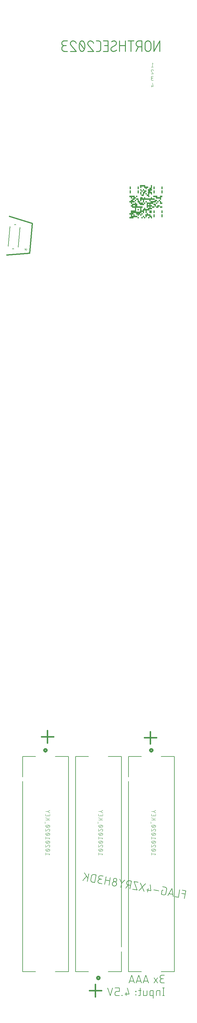
<source format=gbr>
G04 EAGLE Gerber RS-274X export*
G75*
%MOMM*%
%FSLAX34Y34*%
%LPD*%
%INSilkscreen Bottom*%
%IPPOS*%
%AMOC8*
5,1,8,0,0,1.08239X$1,22.5*%
G01*
%ADD10C,0.203200*%
%ADD11C,0.304800*%
%ADD12R,0.406400X0.101600*%
%ADD13R,0.203200X0.101600*%
%ADD14R,0.609600X0.101600*%
%ADD15R,0.381000X0.127000*%
%ADD16R,1.143000X0.127000*%
%ADD17R,0.762000X0.127000*%
%ADD18R,1.905000X0.127000*%
%ADD19R,1.524000X0.127000*%
%ADD20R,3.048000X0.127000*%
%ADD21R,4.191000X0.127000*%
%ADD22C,0.101600*%
%ADD23C,0.254000*%
%ADD24C,0.457200*%
%ADD25C,0.152400*%
%ADD26C,0.076200*%
%ADD27C,0.508000*%


D10*
X247842Y-2473291D02*
X251723Y-2451279D01*
X241940Y-2449553D01*
X240215Y-2459337D02*
X249998Y-2461062D01*
X234458Y-2448234D02*
X230576Y-2470247D01*
X220793Y-2468521D01*
X215224Y-2467540D02*
X211768Y-2444233D01*
X200549Y-2464952D01*
X203354Y-2459772D02*
X214360Y-2461713D01*
X187011Y-2449955D02*
X183342Y-2449309D01*
X181186Y-2461538D01*
X188523Y-2462831D01*
X188523Y-2462832D02*
X188661Y-2462854D01*
X188799Y-2462872D01*
X188938Y-2462887D01*
X189077Y-2462897D01*
X189216Y-2462904D01*
X189355Y-2462907D01*
X189494Y-2462906D01*
X189634Y-2462901D01*
X189773Y-2462892D01*
X189911Y-2462879D01*
X190050Y-2462862D01*
X190187Y-2462842D01*
X190325Y-2462818D01*
X190461Y-2462789D01*
X190597Y-2462757D01*
X190731Y-2462721D01*
X190865Y-2462682D01*
X190997Y-2462638D01*
X191128Y-2462591D01*
X191258Y-2462541D01*
X191386Y-2462486D01*
X191513Y-2462428D01*
X191638Y-2462367D01*
X191762Y-2462302D01*
X191883Y-2462234D01*
X192002Y-2462162D01*
X192120Y-2462087D01*
X192235Y-2462009D01*
X192348Y-2461927D01*
X192459Y-2461843D01*
X192567Y-2461755D01*
X192673Y-2461664D01*
X192776Y-2461571D01*
X192876Y-2461474D01*
X192974Y-2461375D01*
X193069Y-2461273D01*
X193161Y-2461168D01*
X193250Y-2461061D01*
X193336Y-2460951D01*
X193419Y-2460839D01*
X193499Y-2460725D01*
X193575Y-2460609D01*
X193648Y-2460490D01*
X193718Y-2460370D01*
X193785Y-2460247D01*
X193848Y-2460123D01*
X193907Y-2459997D01*
X193963Y-2459869D01*
X194015Y-2459740D01*
X194064Y-2459610D01*
X194109Y-2459478D01*
X194150Y-2459345D01*
X194188Y-2459211D01*
X194221Y-2459075D01*
X194251Y-2458939D01*
X194278Y-2458802D01*
X194277Y-2458802D02*
X196434Y-2446573D01*
X196434Y-2446574D02*
X196456Y-2446436D01*
X196474Y-2446298D01*
X196489Y-2446159D01*
X196499Y-2446020D01*
X196506Y-2445881D01*
X196509Y-2445742D01*
X196508Y-2445603D01*
X196503Y-2445463D01*
X196494Y-2445324D01*
X196481Y-2445186D01*
X196464Y-2445047D01*
X196444Y-2444910D01*
X196420Y-2444772D01*
X196391Y-2444636D01*
X196359Y-2444500D01*
X196323Y-2444366D01*
X196284Y-2444232D01*
X196240Y-2444100D01*
X196193Y-2443969D01*
X196143Y-2443839D01*
X196088Y-2443711D01*
X196030Y-2443584D01*
X195969Y-2443459D01*
X195904Y-2443336D01*
X195836Y-2443214D01*
X195764Y-2443095D01*
X195689Y-2442977D01*
X195611Y-2442862D01*
X195529Y-2442749D01*
X195445Y-2442638D01*
X195357Y-2442530D01*
X195266Y-2442424D01*
X195173Y-2442321D01*
X195076Y-2442221D01*
X194977Y-2442123D01*
X194875Y-2442028D01*
X194770Y-2441936D01*
X194663Y-2441847D01*
X194553Y-2441761D01*
X194441Y-2441678D01*
X194327Y-2441598D01*
X194211Y-2441522D01*
X194092Y-2441449D01*
X193972Y-2441379D01*
X193849Y-2441312D01*
X193725Y-2441249D01*
X193599Y-2441190D01*
X193471Y-2441134D01*
X193342Y-2441082D01*
X193212Y-2441033D01*
X193080Y-2440988D01*
X192947Y-2440947D01*
X192813Y-2440909D01*
X192677Y-2440876D01*
X192541Y-2440846D01*
X192405Y-2440819D01*
X185067Y-2439525D01*
X174233Y-2451485D02*
X159558Y-2448898D01*
X151113Y-2451191D02*
X149240Y-2433208D01*
X151113Y-2451191D02*
X138884Y-2449035D01*
X143415Y-2444790D02*
X141690Y-2454573D01*
X131551Y-2452786D02*
X120758Y-2428186D01*
X135433Y-2430773D02*
X116876Y-2450198D01*
X114952Y-2427162D02*
X102723Y-2425006D01*
X111070Y-2449174D01*
X98841Y-2447018D01*
X91077Y-2445649D02*
X94958Y-2423636D01*
X88844Y-2422558D01*
X88690Y-2422533D01*
X88536Y-2422512D01*
X88381Y-2422494D01*
X88225Y-2422481D01*
X88069Y-2422471D01*
X87913Y-2422466D01*
X87757Y-2422464D01*
X87601Y-2422466D01*
X87445Y-2422472D01*
X87290Y-2422482D01*
X87134Y-2422496D01*
X86979Y-2422514D01*
X86825Y-2422536D01*
X86671Y-2422561D01*
X86518Y-2422591D01*
X86365Y-2422624D01*
X86213Y-2422661D01*
X86063Y-2422702D01*
X85913Y-2422747D01*
X85765Y-2422795D01*
X85618Y-2422847D01*
X85472Y-2422903D01*
X85328Y-2422963D01*
X85185Y-2423026D01*
X85044Y-2423092D01*
X84905Y-2423163D01*
X84767Y-2423236D01*
X84632Y-2423313D01*
X84498Y-2423394D01*
X84366Y-2423478D01*
X84237Y-2423565D01*
X84109Y-2423655D01*
X83984Y-2423748D01*
X83862Y-2423845D01*
X83742Y-2423945D01*
X83624Y-2424047D01*
X83509Y-2424153D01*
X83397Y-2424261D01*
X83288Y-2424372D01*
X83181Y-2424486D01*
X83077Y-2424603D01*
X82976Y-2424722D01*
X82879Y-2424844D01*
X82784Y-2424968D01*
X82692Y-2425094D01*
X82604Y-2425223D01*
X82519Y-2425353D01*
X82437Y-2425486D01*
X82359Y-2425621D01*
X82284Y-2425758D01*
X82212Y-2425897D01*
X82144Y-2426037D01*
X82080Y-2426179D01*
X82019Y-2426323D01*
X81962Y-2426468D01*
X81908Y-2426615D01*
X81858Y-2426763D01*
X81812Y-2426912D01*
X81770Y-2427062D01*
X81731Y-2427213D01*
X81696Y-2427365D01*
X81665Y-2427518D01*
X81638Y-2427672D01*
X81615Y-2427826D01*
X81596Y-2427981D01*
X81580Y-2428136D01*
X81569Y-2428292D01*
X81561Y-2428448D01*
X81557Y-2428604D01*
X81558Y-2428760D01*
X81562Y-2428916D01*
X81570Y-2429072D01*
X81582Y-2429227D01*
X81598Y-2429382D01*
X81617Y-2429537D01*
X81641Y-2429691D01*
X81669Y-2429845D01*
X81700Y-2429998D01*
X81735Y-2430150D01*
X81774Y-2430301D01*
X81817Y-2430451D01*
X81864Y-2430600D01*
X81914Y-2430748D01*
X81968Y-2430894D01*
X82025Y-2431039D01*
X82087Y-2431183D01*
X82152Y-2431325D01*
X82220Y-2431465D01*
X82292Y-2431603D01*
X82367Y-2431740D01*
X82446Y-2431875D01*
X82528Y-2432007D01*
X82614Y-2432138D01*
X82702Y-2432266D01*
X82794Y-2432392D01*
X82889Y-2432516D01*
X82987Y-2432637D01*
X83089Y-2432756D01*
X83193Y-2432873D01*
X83300Y-2432986D01*
X83409Y-2433097D01*
X83522Y-2433205D01*
X83637Y-2433310D01*
X83755Y-2433413D01*
X83875Y-2433512D01*
X83998Y-2433608D01*
X84123Y-2433701D01*
X84251Y-2433791D01*
X84381Y-2433878D01*
X84513Y-2433961D01*
X84647Y-2434041D01*
X84782Y-2434118D01*
X84920Y-2434191D01*
X85060Y-2434261D01*
X85201Y-2434327D01*
X85344Y-2434390D01*
X85488Y-2434449D01*
X85634Y-2434505D01*
X85781Y-2434556D01*
X85930Y-2434604D01*
X86080Y-2434649D01*
X86230Y-2434689D01*
X86382Y-2434726D01*
X86535Y-2434759D01*
X86688Y-2434788D01*
X86687Y-2434787D02*
X92802Y-2435866D01*
X85465Y-2434572D02*
X78848Y-2443493D01*
X67160Y-2429453D02*
X76330Y-2420352D01*
X67160Y-2429453D02*
X61656Y-2417764D01*
X67160Y-2429453D02*
X65112Y-2441070D01*
X52383Y-2432521D02*
X52408Y-2432367D01*
X52429Y-2432213D01*
X52447Y-2432058D01*
X52460Y-2431902D01*
X52470Y-2431746D01*
X52475Y-2431590D01*
X52477Y-2431434D01*
X52475Y-2431278D01*
X52469Y-2431122D01*
X52459Y-2430967D01*
X52445Y-2430811D01*
X52427Y-2430656D01*
X52405Y-2430502D01*
X52380Y-2430348D01*
X52350Y-2430195D01*
X52317Y-2430042D01*
X52280Y-2429891D01*
X52239Y-2429740D01*
X52194Y-2429590D01*
X52146Y-2429442D01*
X52094Y-2429295D01*
X52038Y-2429149D01*
X51978Y-2429005D01*
X51915Y-2428862D01*
X51849Y-2428721D01*
X51778Y-2428582D01*
X51705Y-2428444D01*
X51628Y-2428309D01*
X51547Y-2428175D01*
X51464Y-2428043D01*
X51376Y-2427914D01*
X51286Y-2427786D01*
X51193Y-2427662D01*
X51096Y-2427539D01*
X50996Y-2427419D01*
X50894Y-2427301D01*
X50788Y-2427186D01*
X50680Y-2427074D01*
X50569Y-2426965D01*
X50455Y-2426858D01*
X50338Y-2426754D01*
X50219Y-2426653D01*
X50097Y-2426556D01*
X49973Y-2426461D01*
X49847Y-2426369D01*
X49718Y-2426281D01*
X49588Y-2426196D01*
X49455Y-2426114D01*
X49320Y-2426036D01*
X49183Y-2425961D01*
X49044Y-2425889D01*
X48904Y-2425821D01*
X48762Y-2425757D01*
X48618Y-2425696D01*
X48473Y-2425639D01*
X48326Y-2425585D01*
X48178Y-2425535D01*
X48029Y-2425489D01*
X47879Y-2425447D01*
X47728Y-2425408D01*
X47576Y-2425373D01*
X47423Y-2425342D01*
X47269Y-2425315D01*
X47115Y-2425292D01*
X46960Y-2425273D01*
X46805Y-2425257D01*
X46649Y-2425246D01*
X46493Y-2425238D01*
X46337Y-2425234D01*
X46181Y-2425235D01*
X46025Y-2425239D01*
X45869Y-2425247D01*
X45714Y-2425259D01*
X45559Y-2425275D01*
X45404Y-2425294D01*
X45250Y-2425318D01*
X45096Y-2425346D01*
X44943Y-2425377D01*
X44791Y-2425412D01*
X44640Y-2425451D01*
X44490Y-2425494D01*
X44341Y-2425541D01*
X44193Y-2425591D01*
X44047Y-2425645D01*
X43902Y-2425703D01*
X43758Y-2425764D01*
X43616Y-2425829D01*
X43476Y-2425897D01*
X43338Y-2425969D01*
X43201Y-2426044D01*
X43066Y-2426123D01*
X42934Y-2426205D01*
X42803Y-2426291D01*
X42675Y-2426379D01*
X42549Y-2426471D01*
X42425Y-2426566D01*
X42304Y-2426664D01*
X42185Y-2426766D01*
X42068Y-2426870D01*
X41955Y-2426977D01*
X41844Y-2427086D01*
X41736Y-2427199D01*
X41631Y-2427314D01*
X41528Y-2427432D01*
X41429Y-2427552D01*
X41333Y-2427675D01*
X41240Y-2427801D01*
X41150Y-2427928D01*
X41063Y-2428058D01*
X40980Y-2428190D01*
X40899Y-2428324D01*
X40823Y-2428459D01*
X40750Y-2428597D01*
X40680Y-2428737D01*
X40614Y-2428878D01*
X40551Y-2429021D01*
X40492Y-2429165D01*
X40436Y-2429311D01*
X40385Y-2429459D01*
X40337Y-2429607D01*
X40292Y-2429757D01*
X40252Y-2429907D01*
X40215Y-2430059D01*
X40182Y-2430212D01*
X40153Y-2430365D01*
X40128Y-2430520D01*
X40107Y-2430676D01*
X40089Y-2430832D01*
X40076Y-2430989D01*
X40066Y-2431146D01*
X40061Y-2431303D01*
X40059Y-2431461D01*
X40061Y-2431618D01*
X40068Y-2431775D01*
X40078Y-2431932D01*
X40093Y-2432089D01*
X40111Y-2432245D01*
X40133Y-2432401D01*
X40160Y-2432556D01*
X40190Y-2432710D01*
X40224Y-2432864D01*
X40262Y-2433016D01*
X40303Y-2433168D01*
X40349Y-2433319D01*
X40398Y-2433468D01*
X40452Y-2433616D01*
X40509Y-2433763D01*
X40569Y-2433908D01*
X40633Y-2434051D01*
X40701Y-2434193D01*
X40773Y-2434333D01*
X40848Y-2434472D01*
X40926Y-2434608D01*
X41008Y-2434742D01*
X41093Y-2434874D01*
X41182Y-2435004D01*
X41274Y-2435132D01*
X41369Y-2435257D01*
X41467Y-2435380D01*
X41568Y-2435501D01*
X41673Y-2435618D01*
X41780Y-2435733D01*
X41890Y-2435846D01*
X42003Y-2435955D01*
X42119Y-2436062D01*
X42237Y-2436166D01*
X42358Y-2436266D01*
X42481Y-2436364D01*
X42607Y-2436458D01*
X42735Y-2436549D01*
X42866Y-2436637D01*
X42999Y-2436721D01*
X43133Y-2436803D01*
X43270Y-2436880D01*
X43409Y-2436954D01*
X43549Y-2437025D01*
X43692Y-2437092D01*
X43836Y-2437156D01*
X43981Y-2437215D01*
X44128Y-2437272D01*
X44276Y-2437324D01*
X44426Y-2437372D01*
X44577Y-2437417D01*
X44729Y-2437458D01*
X44882Y-2437495D01*
X45035Y-2437528D01*
X45190Y-2437558D01*
X45345Y-2437583D01*
X45501Y-2437604D01*
X45657Y-2437622D01*
X45814Y-2437635D01*
X45971Y-2437645D01*
X46128Y-2437650D01*
X46285Y-2437652D01*
X46443Y-2437650D01*
X46600Y-2437643D01*
X46757Y-2437633D01*
X46914Y-2437618D01*
X47070Y-2437600D01*
X47225Y-2437578D01*
X47381Y-2437552D01*
X47535Y-2437521D01*
X47689Y-2437487D01*
X47841Y-2437449D01*
X47993Y-2437408D01*
X48143Y-2437362D01*
X48293Y-2437313D01*
X48441Y-2437259D01*
X48587Y-2437203D01*
X48733Y-2437142D01*
X48876Y-2437078D01*
X49018Y-2437010D01*
X49158Y-2436938D01*
X49296Y-2436863D01*
X49433Y-2436785D01*
X49567Y-2436703D01*
X49699Y-2436618D01*
X49829Y-2436529D01*
X49957Y-2436437D01*
X50082Y-2436342D01*
X50205Y-2436244D01*
X50326Y-2436143D01*
X50443Y-2436038D01*
X50558Y-2435931D01*
X50671Y-2435821D01*
X50780Y-2435708D01*
X50887Y-2435592D01*
X50990Y-2435474D01*
X51091Y-2435353D01*
X51189Y-2435230D01*
X51283Y-2435104D01*
X51374Y-2434976D01*
X51462Y-2434845D01*
X51546Y-2434713D01*
X51628Y-2434578D01*
X51705Y-2434441D01*
X51779Y-2434302D01*
X51850Y-2434162D01*
X51917Y-2434020D01*
X51981Y-2433876D01*
X52040Y-2433730D01*
X52097Y-2433583D01*
X52149Y-2433435D01*
X52197Y-2433285D01*
X52242Y-2433134D01*
X52283Y-2432982D01*
X52320Y-2432830D01*
X52353Y-2432676D01*
X52383Y-2432521D01*
X53100Y-2421299D02*
X53122Y-2421161D01*
X53141Y-2421021D01*
X53155Y-2420882D01*
X53166Y-2420741D01*
X53172Y-2420601D01*
X53175Y-2420460D01*
X53174Y-2420320D01*
X53168Y-2420179D01*
X53159Y-2420039D01*
X53146Y-2419899D01*
X53129Y-2419760D01*
X53107Y-2419621D01*
X53082Y-2419482D01*
X53053Y-2419345D01*
X53021Y-2419208D01*
X52984Y-2419072D01*
X52943Y-2418938D01*
X52899Y-2418804D01*
X52851Y-2418672D01*
X52799Y-2418542D01*
X52744Y-2418412D01*
X52685Y-2418285D01*
X52622Y-2418159D01*
X52556Y-2418035D01*
X52486Y-2417913D01*
X52413Y-2417793D01*
X52336Y-2417675D01*
X52256Y-2417559D01*
X52173Y-2417446D01*
X52087Y-2417335D01*
X51998Y-2417226D01*
X51905Y-2417120D01*
X51810Y-2417017D01*
X51712Y-2416917D01*
X51611Y-2416819D01*
X51507Y-2416724D01*
X51401Y-2416632D01*
X51292Y-2416543D01*
X51180Y-2416458D01*
X51067Y-2416375D01*
X50950Y-2416296D01*
X50832Y-2416220D01*
X50712Y-2416147D01*
X50589Y-2416078D01*
X50465Y-2416012D01*
X50339Y-2415950D01*
X50211Y-2415892D01*
X50082Y-2415837D01*
X49951Y-2415786D01*
X49818Y-2415738D01*
X49685Y-2415695D01*
X49550Y-2415655D01*
X49414Y-2415619D01*
X49277Y-2415586D01*
X49140Y-2415558D01*
X49001Y-2415534D01*
X48862Y-2415513D01*
X48723Y-2415497D01*
X48583Y-2415484D01*
X48442Y-2415476D01*
X48302Y-2415471D01*
X48161Y-2415470D01*
X48021Y-2415474D01*
X47880Y-2415481D01*
X47740Y-2415492D01*
X47600Y-2415507D01*
X47461Y-2415526D01*
X47322Y-2415550D01*
X47184Y-2415577D01*
X47047Y-2415608D01*
X46911Y-2415642D01*
X46776Y-2415681D01*
X46642Y-2415723D01*
X46509Y-2415770D01*
X46378Y-2415819D01*
X46248Y-2415873D01*
X46119Y-2415930D01*
X45993Y-2415991D01*
X45868Y-2416056D01*
X45745Y-2416124D01*
X45624Y-2416195D01*
X45505Y-2416270D01*
X45388Y-2416348D01*
X45273Y-2416430D01*
X45161Y-2416514D01*
X45051Y-2416602D01*
X44944Y-2416693D01*
X44839Y-2416787D01*
X44737Y-2416884D01*
X44638Y-2416983D01*
X44542Y-2417086D01*
X44449Y-2417191D01*
X44358Y-2417298D01*
X44271Y-2417409D01*
X44187Y-2417521D01*
X44106Y-2417636D01*
X44028Y-2417753D01*
X43954Y-2417873D01*
X43883Y-2417994D01*
X43816Y-2418118D01*
X43752Y-2418243D01*
X43692Y-2418370D01*
X43635Y-2418498D01*
X43582Y-2418629D01*
X43533Y-2418760D01*
X43487Y-2418893D01*
X43445Y-2419027D01*
X43407Y-2419163D01*
X43373Y-2419299D01*
X43343Y-2419436D01*
X43316Y-2419574D01*
X43294Y-2419712D01*
X43276Y-2419850D01*
X43261Y-2419989D01*
X43251Y-2420128D01*
X43244Y-2420267D01*
X43241Y-2420406D01*
X43242Y-2420545D01*
X43247Y-2420685D01*
X43256Y-2420824D01*
X43269Y-2420962D01*
X43286Y-2421101D01*
X43306Y-2421238D01*
X43330Y-2421376D01*
X43359Y-2421512D01*
X43391Y-2421648D01*
X43427Y-2421782D01*
X43466Y-2421916D01*
X43510Y-2422048D01*
X43557Y-2422179D01*
X43607Y-2422309D01*
X43662Y-2422437D01*
X43720Y-2422564D01*
X43781Y-2422689D01*
X43846Y-2422812D01*
X43914Y-2422934D01*
X43986Y-2423053D01*
X44061Y-2423171D01*
X44139Y-2423286D01*
X44221Y-2423399D01*
X44305Y-2423510D01*
X44393Y-2423618D01*
X44484Y-2423724D01*
X44577Y-2423827D01*
X44674Y-2423927D01*
X44773Y-2424025D01*
X44875Y-2424120D01*
X44980Y-2424212D01*
X45087Y-2424301D01*
X45197Y-2424387D01*
X45309Y-2424470D01*
X45423Y-2424550D01*
X45539Y-2424626D01*
X45658Y-2424699D01*
X45778Y-2424769D01*
X45901Y-2424836D01*
X46025Y-2424899D01*
X46151Y-2424958D01*
X46279Y-2425014D01*
X46408Y-2425066D01*
X46538Y-2425115D01*
X46670Y-2425160D01*
X46803Y-2425201D01*
X46937Y-2425239D01*
X47073Y-2425272D01*
X47209Y-2425302D01*
X47345Y-2425329D01*
X47483Y-2425351D01*
X47621Y-2425369D01*
X47760Y-2425384D01*
X47899Y-2425394D01*
X48038Y-2425401D01*
X48177Y-2425404D01*
X48316Y-2425403D01*
X48456Y-2425398D01*
X48595Y-2425389D01*
X48733Y-2425376D01*
X48872Y-2425359D01*
X49009Y-2425339D01*
X49147Y-2425315D01*
X49283Y-2425286D01*
X49419Y-2425254D01*
X49553Y-2425218D01*
X49687Y-2425179D01*
X49819Y-2425135D01*
X49950Y-2425088D01*
X50080Y-2425038D01*
X50208Y-2424983D01*
X50335Y-2424925D01*
X50460Y-2424864D01*
X50583Y-2424799D01*
X50705Y-2424731D01*
X50824Y-2424659D01*
X50942Y-2424584D01*
X51057Y-2424506D01*
X51170Y-2424424D01*
X51281Y-2424340D01*
X51389Y-2424252D01*
X51495Y-2424161D01*
X51598Y-2424068D01*
X51698Y-2423971D01*
X51796Y-2423872D01*
X51891Y-2423770D01*
X51983Y-2423665D01*
X52072Y-2423558D01*
X52158Y-2423448D01*
X52241Y-2423336D01*
X52321Y-2423222D01*
X52397Y-2423106D01*
X52470Y-2422987D01*
X52540Y-2422867D01*
X52607Y-2422744D01*
X52670Y-2422620D01*
X52729Y-2422494D01*
X52785Y-2422366D01*
X52837Y-2422237D01*
X52886Y-2422107D01*
X52931Y-2421975D01*
X52972Y-2421842D01*
X53010Y-2421708D01*
X53043Y-2421572D01*
X53073Y-2421436D01*
X53100Y-2421299D01*
X34599Y-2412993D02*
X30718Y-2435006D01*
X32874Y-2422777D02*
X20645Y-2420620D01*
X22370Y-2410837D02*
X18489Y-2432850D01*
X10132Y-2431376D02*
X4017Y-2430298D01*
X3862Y-2430268D01*
X3708Y-2430235D01*
X3556Y-2430198D01*
X3404Y-2430157D01*
X3253Y-2430112D01*
X3103Y-2430064D01*
X2955Y-2430012D01*
X2808Y-2429955D01*
X2662Y-2429896D01*
X2519Y-2429832D01*
X2376Y-2429765D01*
X2236Y-2429694D01*
X2097Y-2429620D01*
X1960Y-2429543D01*
X1825Y-2429461D01*
X1693Y-2429377D01*
X1562Y-2429289D01*
X1434Y-2429198D01*
X1308Y-2429104D01*
X1185Y-2429006D01*
X1064Y-2428905D01*
X946Y-2428802D01*
X830Y-2428695D01*
X717Y-2428586D01*
X607Y-2428473D01*
X500Y-2428358D01*
X395Y-2428241D01*
X294Y-2428120D01*
X196Y-2427997D01*
X101Y-2427872D01*
X9Y-2427744D01*
X-80Y-2427614D01*
X-165Y-2427482D01*
X-247Y-2427348D01*
X-325Y-2427212D01*
X-400Y-2427073D01*
X-472Y-2426933D01*
X-540Y-2426791D01*
X-604Y-2426648D01*
X-665Y-2426502D01*
X-721Y-2426356D01*
X-775Y-2426208D01*
X-824Y-2426058D01*
X-870Y-2425908D01*
X-911Y-2425756D01*
X-949Y-2425604D01*
X-983Y-2425450D01*
X-1014Y-2425296D01*
X-1040Y-2425140D01*
X-1062Y-2424985D01*
X-1080Y-2424829D01*
X-1095Y-2424672D01*
X-1105Y-2424515D01*
X-1112Y-2424358D01*
X-1114Y-2424200D01*
X-1112Y-2424043D01*
X-1107Y-2423886D01*
X-1097Y-2423729D01*
X-1084Y-2423572D01*
X-1066Y-2423416D01*
X-1045Y-2423260D01*
X-1020Y-2423105D01*
X-990Y-2422950D01*
X-957Y-2422797D01*
X-920Y-2422644D01*
X-879Y-2422492D01*
X-834Y-2422341D01*
X-786Y-2422191D01*
X-734Y-2422043D01*
X-677Y-2421896D01*
X-618Y-2421751D01*
X-554Y-2421607D01*
X-487Y-2421464D01*
X-416Y-2421324D01*
X-342Y-2421185D01*
X-265Y-2421048D01*
X-183Y-2420914D01*
X-99Y-2420781D01*
X-11Y-2420650D01*
X80Y-2420522D01*
X174Y-2420396D01*
X272Y-2420273D01*
X372Y-2420152D01*
X476Y-2420034D01*
X583Y-2419918D01*
X692Y-2419805D01*
X805Y-2419695D01*
X920Y-2419588D01*
X1037Y-2419483D01*
X1158Y-2419382D01*
X1281Y-2419284D01*
X1406Y-2419189D01*
X1534Y-2419097D01*
X1664Y-2419008D01*
X1796Y-2418923D01*
X1930Y-2418841D01*
X2066Y-2418763D01*
X2205Y-2418688D01*
X2345Y-2418616D01*
X2487Y-2418548D01*
X2630Y-2418484D01*
X2776Y-2418424D01*
X2922Y-2418367D01*
X3070Y-2418313D01*
X3220Y-2418264D01*
X3370Y-2418218D01*
X3522Y-2418177D01*
X3674Y-2418139D01*
X3828Y-2418105D01*
X3982Y-2418075D01*
X4137Y-2418048D01*
X4293Y-2418026D01*
X4449Y-2418008D01*
X4606Y-2417993D01*
X4763Y-2417983D01*
X4920Y-2417976D01*
X5077Y-2417974D01*
X5235Y-2417976D01*
X5392Y-2417981D01*
X5549Y-2417991D01*
X5706Y-2418004D01*
X5862Y-2418022D01*
X6018Y-2418043D01*
X6173Y-2418068D01*
X6676Y-2408070D02*
X14013Y-2409364D01*
X6676Y-2408069D02*
X6538Y-2408047D01*
X6400Y-2408029D01*
X6261Y-2408014D01*
X6122Y-2408004D01*
X5983Y-2407997D01*
X5844Y-2407994D01*
X5705Y-2407995D01*
X5565Y-2408000D01*
X5426Y-2408009D01*
X5288Y-2408022D01*
X5149Y-2408039D01*
X5012Y-2408059D01*
X4874Y-2408083D01*
X4738Y-2408112D01*
X4602Y-2408144D01*
X4468Y-2408180D01*
X4334Y-2408219D01*
X4202Y-2408263D01*
X4071Y-2408310D01*
X3941Y-2408360D01*
X3813Y-2408415D01*
X3686Y-2408473D01*
X3561Y-2408534D01*
X3438Y-2408599D01*
X3316Y-2408667D01*
X3197Y-2408739D01*
X3079Y-2408814D01*
X2964Y-2408892D01*
X2851Y-2408974D01*
X2740Y-2409058D01*
X2632Y-2409146D01*
X2526Y-2409237D01*
X2423Y-2409330D01*
X2323Y-2409427D01*
X2225Y-2409526D01*
X2130Y-2409628D01*
X2038Y-2409733D01*
X1949Y-2409840D01*
X1863Y-2409950D01*
X1780Y-2410062D01*
X1700Y-2410176D01*
X1624Y-2410292D01*
X1551Y-2410411D01*
X1481Y-2410531D01*
X1414Y-2410654D01*
X1351Y-2410778D01*
X1292Y-2410904D01*
X1236Y-2411032D01*
X1184Y-2411161D01*
X1135Y-2411291D01*
X1090Y-2411423D01*
X1049Y-2411556D01*
X1011Y-2411690D01*
X978Y-2411826D01*
X948Y-2411962D01*
X921Y-2412098D01*
X899Y-2412236D01*
X881Y-2412374D01*
X866Y-2412513D01*
X856Y-2412652D01*
X849Y-2412791D01*
X846Y-2412930D01*
X847Y-2413069D01*
X852Y-2413209D01*
X861Y-2413348D01*
X874Y-2413486D01*
X891Y-2413625D01*
X911Y-2413762D01*
X935Y-2413900D01*
X964Y-2414036D01*
X996Y-2414172D01*
X1032Y-2414306D01*
X1071Y-2414440D01*
X1115Y-2414572D01*
X1162Y-2414703D01*
X1212Y-2414833D01*
X1267Y-2414961D01*
X1325Y-2415088D01*
X1386Y-2415213D01*
X1451Y-2415336D01*
X1519Y-2415458D01*
X1591Y-2415577D01*
X1666Y-2415695D01*
X1744Y-2415810D01*
X1826Y-2415923D01*
X1910Y-2416034D01*
X1998Y-2416142D01*
X2089Y-2416248D01*
X2182Y-2416351D01*
X2279Y-2416451D01*
X2378Y-2416549D01*
X2480Y-2416644D01*
X2585Y-2416736D01*
X2692Y-2416825D01*
X2802Y-2416911D01*
X2914Y-2416994D01*
X3028Y-2417074D01*
X3144Y-2417150D01*
X3263Y-2417223D01*
X3383Y-2417293D01*
X3506Y-2417360D01*
X3630Y-2417423D01*
X3756Y-2417482D01*
X3884Y-2417538D01*
X4013Y-2417590D01*
X4143Y-2417639D01*
X4275Y-2417684D01*
X4408Y-2417725D01*
X4542Y-2417763D01*
X4678Y-2417796D01*
X4814Y-2417826D01*
X4950Y-2417853D01*
X4951Y-2417853D02*
X9842Y-2418716D01*
X-6573Y-2405734D02*
X-10454Y-2427746D01*
X-6573Y-2405734D02*
X-12688Y-2404655D01*
X-12841Y-2404630D01*
X-12994Y-2404609D01*
X-13148Y-2404592D01*
X-13302Y-2404578D01*
X-13457Y-2404569D01*
X-13611Y-2404563D01*
X-13766Y-2404561D01*
X-13921Y-2404563D01*
X-14075Y-2404569D01*
X-14230Y-2404578D01*
X-14384Y-2404592D01*
X-14538Y-2404609D01*
X-14691Y-2404630D01*
X-14844Y-2404655D01*
X-14996Y-2404684D01*
X-15148Y-2404717D01*
X-15298Y-2404753D01*
X-15448Y-2404793D01*
X-15596Y-2404837D01*
X-15743Y-2404884D01*
X-15890Y-2404935D01*
X-16034Y-2404990D01*
X-16178Y-2405049D01*
X-16320Y-2405110D01*
X-16460Y-2405176D01*
X-16599Y-2405245D01*
X-16735Y-2405317D01*
X-16871Y-2405393D01*
X-17004Y-2405472D01*
X-17135Y-2405554D01*
X-17264Y-2405640D01*
X-17390Y-2405729D01*
X-17515Y-2405821D01*
X-17637Y-2405916D01*
X-17757Y-2406014D01*
X-17874Y-2406115D01*
X-17989Y-2406218D01*
X-18101Y-2406325D01*
X-18211Y-2406435D01*
X-18318Y-2406547D01*
X-18421Y-2406662D01*
X-18522Y-2406779D01*
X-18620Y-2406899D01*
X-18715Y-2407021D01*
X-18807Y-2407146D01*
X-18896Y-2407272D01*
X-18982Y-2407401D01*
X-19064Y-2407532D01*
X-19143Y-2407666D01*
X-19219Y-2407801D01*
X-19291Y-2407937D01*
X-19360Y-2408076D01*
X-19426Y-2408216D01*
X-19487Y-2408358D01*
X-19546Y-2408502D01*
X-19601Y-2408646D01*
X-19652Y-2408793D01*
X-19699Y-2408940D01*
X-19743Y-2409088D01*
X-19783Y-2409238D01*
X-19819Y-2409388D01*
X-19852Y-2409540D01*
X-19881Y-2409692D01*
X-19880Y-2409692D02*
X-21605Y-2419475D01*
X-21606Y-2419475D02*
X-21631Y-2419630D01*
X-21652Y-2419786D01*
X-21670Y-2419942D01*
X-21683Y-2420099D01*
X-21693Y-2420256D01*
X-21698Y-2420413D01*
X-21700Y-2420571D01*
X-21698Y-2420728D01*
X-21691Y-2420885D01*
X-21681Y-2421042D01*
X-21666Y-2421199D01*
X-21648Y-2421355D01*
X-21626Y-2421511D01*
X-21600Y-2421666D01*
X-21569Y-2421820D01*
X-21535Y-2421974D01*
X-21497Y-2422126D01*
X-21456Y-2422278D01*
X-21410Y-2422428D01*
X-21361Y-2422578D01*
X-21307Y-2422726D01*
X-21251Y-2422872D01*
X-21190Y-2423018D01*
X-21126Y-2423161D01*
X-21058Y-2423303D01*
X-20986Y-2423443D01*
X-20911Y-2423581D01*
X-20833Y-2423718D01*
X-20751Y-2423852D01*
X-20666Y-2423984D01*
X-20577Y-2424114D01*
X-20485Y-2424242D01*
X-20390Y-2424367D01*
X-20292Y-2424490D01*
X-20191Y-2424611D01*
X-20086Y-2424728D01*
X-19979Y-2424843D01*
X-19869Y-2424956D01*
X-19756Y-2425065D01*
X-19640Y-2425172D01*
X-19522Y-2425275D01*
X-19401Y-2425376D01*
X-19278Y-2425474D01*
X-19152Y-2425568D01*
X-19024Y-2425659D01*
X-18893Y-2425747D01*
X-18761Y-2425831D01*
X-18626Y-2425913D01*
X-18489Y-2425990D01*
X-18350Y-2426064D01*
X-18210Y-2426135D01*
X-18067Y-2426202D01*
X-17924Y-2426266D01*
X-17778Y-2426325D01*
X-17631Y-2426382D01*
X-17483Y-2426434D01*
X-17333Y-2426482D01*
X-17182Y-2426527D01*
X-17030Y-2426568D01*
X-16878Y-2426605D01*
X-16724Y-2426638D01*
X-16569Y-2426668D01*
X-10454Y-2427746D01*
X-31870Y-2423970D02*
X-27988Y-2401958D01*
X-40217Y-2399801D02*
X-30360Y-2415410D01*
X-34389Y-2409655D02*
X-44099Y-2421814D01*
D11*
X-190500Y-537210D02*
X-256540Y-516890D01*
X-190500Y-537210D02*
X-198120Y-622300D01*
X-264160Y-627380D01*
D12*
X268732Y29464D03*
D13*
X257556Y29464D03*
D12*
X238252Y29464D03*
D13*
X225044Y29464D03*
D14*
X208788Y29464D03*
D13*
X198628Y29464D03*
D12*
X189484Y29464D03*
X179324Y29464D03*
D13*
X166116Y29464D03*
X157988Y29464D03*
D14*
X143764Y29464D03*
D12*
X122428Y29464D03*
D14*
X111252Y29464D03*
D13*
X105156Y29464D03*
D14*
X88900Y29464D03*
D12*
X75692Y29464D03*
D13*
X68580Y29464D03*
D14*
X60452Y29464D03*
X44196Y29464D03*
D13*
X32004Y29464D03*
D12*
X22860Y29464D03*
D13*
X1524Y29464D03*
D14*
X-8636Y29464D03*
D13*
X-20828Y29464D03*
D12*
X-38100Y29464D03*
X-52324Y29464D03*
D13*
X-65532Y29464D03*
X-79756Y29464D03*
D12*
X-92964Y29464D03*
D14*
X-100076Y29464D03*
D13*
X-116332Y29464D03*
X-136652Y29464D03*
D12*
X-145796Y29464D03*
D13*
X-154940Y29464D03*
D12*
X-172212Y29464D03*
X-186436Y29464D03*
D13*
X-207772Y29464D03*
D12*
X-214884Y29464D03*
D13*
X-221996Y29464D03*
X-230124Y29464D03*
D12*
X-245364Y29464D03*
D14*
X-256540Y29464D03*
D12*
X-267716Y29464D03*
X268732Y30480D03*
D13*
X257556Y30480D03*
D12*
X238252Y30480D03*
D13*
X225044Y30480D03*
D14*
X208788Y30480D03*
D13*
X198628Y30480D03*
D12*
X189484Y30480D03*
X179324Y30480D03*
D13*
X166116Y30480D03*
X157988Y30480D03*
D14*
X143764Y30480D03*
D12*
X122428Y30480D03*
D14*
X111252Y30480D03*
D13*
X105156Y30480D03*
D14*
X88900Y30480D03*
D12*
X75692Y30480D03*
D13*
X68580Y30480D03*
D14*
X60452Y30480D03*
X44196Y30480D03*
D13*
X32004Y30480D03*
D12*
X22860Y30480D03*
D13*
X1524Y30480D03*
D14*
X-8636Y30480D03*
D13*
X-20828Y30480D03*
D12*
X-38100Y30480D03*
X-52324Y30480D03*
D13*
X-65532Y30480D03*
X-79756Y30480D03*
D12*
X-92964Y30480D03*
D14*
X-100076Y30480D03*
D13*
X-116332Y30480D03*
X-136652Y30480D03*
D12*
X-145796Y30480D03*
D13*
X-154940Y30480D03*
D12*
X-172212Y30480D03*
X-186436Y30480D03*
D13*
X-207772Y30480D03*
D12*
X-214884Y30480D03*
D13*
X-221996Y30480D03*
X-230124Y30480D03*
D12*
X-245364Y30480D03*
D14*
X-256540Y30480D03*
D12*
X-267716Y30480D03*
X268732Y31496D03*
D13*
X257556Y31496D03*
D12*
X238252Y31496D03*
D13*
X225044Y31496D03*
D14*
X208788Y31496D03*
D13*
X198628Y31496D03*
D12*
X189484Y31496D03*
X179324Y31496D03*
D13*
X166116Y31496D03*
X157988Y31496D03*
D14*
X143764Y31496D03*
D12*
X122428Y31496D03*
D14*
X111252Y31496D03*
D13*
X105156Y31496D03*
D14*
X88900Y31496D03*
D12*
X75692Y31496D03*
D13*
X68580Y31496D03*
D14*
X60452Y31496D03*
X44196Y31496D03*
D13*
X32004Y31496D03*
D12*
X22860Y31496D03*
D13*
X1524Y31496D03*
D14*
X-8636Y31496D03*
D13*
X-20828Y31496D03*
D12*
X-38100Y31496D03*
X-52324Y31496D03*
D13*
X-65532Y31496D03*
X-79756Y31496D03*
D12*
X-92964Y31496D03*
D14*
X-100076Y31496D03*
D13*
X-116332Y31496D03*
X-136652Y31496D03*
D12*
X-145796Y31496D03*
D13*
X-154940Y31496D03*
D12*
X-172212Y31496D03*
X-186436Y31496D03*
D13*
X-207772Y31496D03*
D12*
X-214884Y31496D03*
D13*
X-221996Y31496D03*
X-230124Y31496D03*
D12*
X-245364Y31496D03*
D14*
X-256540Y31496D03*
D12*
X-267716Y31496D03*
X268732Y32512D03*
D13*
X257556Y32512D03*
D12*
X238252Y32512D03*
D13*
X225044Y32512D03*
D14*
X208788Y32512D03*
D13*
X198628Y32512D03*
D12*
X189484Y32512D03*
X179324Y32512D03*
D13*
X166116Y32512D03*
X157988Y32512D03*
D14*
X143764Y32512D03*
D12*
X122428Y32512D03*
D14*
X111252Y32512D03*
D13*
X105156Y32512D03*
D14*
X88900Y32512D03*
D12*
X75692Y32512D03*
D13*
X68580Y32512D03*
D14*
X60452Y32512D03*
X44196Y32512D03*
D13*
X32004Y32512D03*
D12*
X22860Y32512D03*
D13*
X1524Y32512D03*
D14*
X-8636Y32512D03*
D13*
X-20828Y32512D03*
D12*
X-38100Y32512D03*
X-52324Y32512D03*
D13*
X-65532Y32512D03*
X-79756Y32512D03*
D12*
X-92964Y32512D03*
D14*
X-100076Y32512D03*
D13*
X-116332Y32512D03*
X-136652Y32512D03*
D12*
X-145796Y32512D03*
D13*
X-154940Y32512D03*
D12*
X-172212Y32512D03*
X-186436Y32512D03*
D13*
X-207772Y32512D03*
D12*
X-214884Y32512D03*
D13*
X-221996Y32512D03*
X-230124Y32512D03*
D12*
X-245364Y32512D03*
D14*
X-256540Y32512D03*
D12*
X-267716Y32512D03*
X268732Y33528D03*
D13*
X257556Y33528D03*
D12*
X238252Y33528D03*
D13*
X225044Y33528D03*
D14*
X208788Y33528D03*
D13*
X198628Y33528D03*
D12*
X189484Y33528D03*
X179324Y33528D03*
D13*
X166116Y33528D03*
X157988Y33528D03*
D14*
X143764Y33528D03*
D12*
X122428Y33528D03*
D14*
X111252Y33528D03*
D13*
X105156Y33528D03*
D14*
X88900Y33528D03*
D12*
X75692Y33528D03*
D13*
X68580Y33528D03*
D14*
X60452Y33528D03*
X44196Y33528D03*
D13*
X32004Y33528D03*
D12*
X22860Y33528D03*
D13*
X1524Y33528D03*
D14*
X-8636Y33528D03*
D13*
X-20828Y33528D03*
D12*
X-38100Y33528D03*
X-52324Y33528D03*
D13*
X-65532Y33528D03*
X-79756Y33528D03*
D12*
X-92964Y33528D03*
D14*
X-100076Y33528D03*
D13*
X-116332Y33528D03*
X-136652Y33528D03*
D12*
X-145796Y33528D03*
D13*
X-154940Y33528D03*
D12*
X-172212Y33528D03*
X-186436Y33528D03*
D13*
X-207772Y33528D03*
D12*
X-214884Y33528D03*
D13*
X-221996Y33528D03*
X-230124Y33528D03*
D12*
X-245364Y33528D03*
D14*
X-256540Y33528D03*
D12*
X-267716Y33528D03*
D15*
X152400Y-521970D03*
X144780Y-521970D03*
X133350Y-521970D03*
X125730Y-521970D03*
X114300Y-521970D03*
D16*
X95250Y-521970D03*
D15*
X152400Y-520700D03*
X144780Y-520700D03*
X133350Y-520700D03*
X125730Y-520700D03*
X114300Y-520700D03*
D16*
X95250Y-520700D03*
D15*
X152400Y-519430D03*
X144780Y-519430D03*
X133350Y-519430D03*
X125730Y-519430D03*
X114300Y-519430D03*
D16*
X95250Y-519430D03*
D15*
X182880Y-518160D03*
X160020Y-518160D03*
D17*
X150495Y-518160D03*
D15*
X137160Y-518160D03*
X129540Y-518160D03*
D18*
X102870Y-518160D03*
D15*
X182880Y-516890D03*
X160020Y-516890D03*
D17*
X150495Y-516890D03*
D15*
X137160Y-516890D03*
X129540Y-516890D03*
D18*
X102870Y-516890D03*
D15*
X182880Y-515620D03*
X160020Y-515620D03*
D17*
X150495Y-515620D03*
D15*
X137160Y-515620D03*
X129540Y-515620D03*
D18*
X102870Y-515620D03*
D15*
X182880Y-514350D03*
X160020Y-514350D03*
D19*
X142875Y-514350D03*
D15*
X121920Y-514350D03*
X114300Y-514350D03*
X102870Y-514350D03*
X95250Y-514350D03*
X182880Y-513080D03*
X160020Y-513080D03*
D19*
X142875Y-513080D03*
D15*
X121920Y-513080D03*
X114300Y-513080D03*
X102870Y-513080D03*
X95250Y-513080D03*
X182880Y-511810D03*
X160020Y-511810D03*
D19*
X142875Y-511810D03*
D15*
X121920Y-511810D03*
X114300Y-511810D03*
X102870Y-511810D03*
X95250Y-511810D03*
X140970Y-510540D03*
X125730Y-510540D03*
D16*
X114300Y-510540D03*
X95250Y-510540D03*
D15*
X140970Y-509270D03*
X125730Y-509270D03*
D16*
X114300Y-509270D03*
X95250Y-509270D03*
D15*
X140970Y-508000D03*
X125730Y-508000D03*
D16*
X114300Y-508000D03*
X95250Y-508000D03*
D15*
X182880Y-506730D03*
X160020Y-506730D03*
D17*
X150495Y-506730D03*
D15*
X137160Y-506730D03*
X129540Y-506730D03*
D20*
X108585Y-506730D03*
D15*
X182880Y-505460D03*
X160020Y-505460D03*
D17*
X150495Y-505460D03*
D15*
X137160Y-505460D03*
X129540Y-505460D03*
D20*
X108585Y-505460D03*
D15*
X182880Y-504190D03*
X160020Y-504190D03*
D17*
X150495Y-504190D03*
D15*
X137160Y-504190D03*
X129540Y-504190D03*
D20*
X108585Y-504190D03*
D15*
X182880Y-502920D03*
X160020Y-502920D03*
D17*
X150495Y-502920D03*
D15*
X137160Y-502920D03*
D16*
X125730Y-502920D03*
D19*
X100965Y-502920D03*
D15*
X182880Y-501650D03*
X160020Y-501650D03*
D17*
X150495Y-501650D03*
D15*
X137160Y-501650D03*
D16*
X125730Y-501650D03*
D19*
X100965Y-501650D03*
D15*
X182880Y-500380D03*
X160020Y-500380D03*
D17*
X150495Y-500380D03*
D15*
X137160Y-500380D03*
D16*
X125730Y-500380D03*
D19*
X100965Y-500380D03*
D18*
X137160Y-499110D03*
D15*
X121920Y-499110D03*
X114300Y-499110D03*
X106680Y-499110D03*
D18*
X137160Y-497840D03*
D15*
X121920Y-497840D03*
X114300Y-497840D03*
X106680Y-497840D03*
D18*
X137160Y-496570D03*
D15*
X121920Y-496570D03*
X114300Y-496570D03*
X106680Y-496570D03*
D16*
X148590Y-495300D03*
D15*
X133350Y-495300D03*
X121920Y-495300D03*
X106680Y-495300D03*
D16*
X148590Y-494030D03*
D15*
X133350Y-494030D03*
X121920Y-494030D03*
X106680Y-494030D03*
D16*
X148590Y-492760D03*
D15*
X133350Y-492760D03*
X121920Y-492760D03*
X106680Y-492760D03*
D17*
X180975Y-491490D03*
X169545Y-491490D03*
X158115Y-491490D03*
D15*
X148590Y-491490D03*
X140970Y-491490D03*
D20*
X112395Y-491490D03*
D17*
X180975Y-490220D03*
X169545Y-490220D03*
X158115Y-490220D03*
D15*
X148590Y-490220D03*
X140970Y-490220D03*
D20*
X112395Y-490220D03*
D17*
X180975Y-488950D03*
X169545Y-488950D03*
X158115Y-488950D03*
D15*
X148590Y-488950D03*
X140970Y-488950D03*
D20*
X112395Y-488950D03*
D17*
X173355Y-487680D03*
D15*
X163830Y-487680D03*
D19*
X146685Y-487680D03*
D17*
X108585Y-487680D03*
X97155Y-487680D03*
X173355Y-486410D03*
D15*
X163830Y-486410D03*
D19*
X146685Y-486410D03*
D17*
X108585Y-486410D03*
X97155Y-486410D03*
X173355Y-485140D03*
D15*
X163830Y-485140D03*
D19*
X146685Y-485140D03*
D17*
X108585Y-485140D03*
X97155Y-485140D03*
X161925Y-483870D03*
D15*
X148590Y-483870D03*
X140970Y-483870D03*
D16*
X125730Y-483870D03*
D19*
X104775Y-483870D03*
D17*
X161925Y-482600D03*
D15*
X148590Y-482600D03*
X140970Y-482600D03*
D16*
X125730Y-482600D03*
D19*
X104775Y-482600D03*
D17*
X161925Y-481330D03*
D15*
X148590Y-481330D03*
X140970Y-481330D03*
D16*
X125730Y-481330D03*
D19*
X104775Y-481330D03*
D17*
X180975Y-480060D03*
D15*
X167640Y-480060D03*
D18*
X148590Y-480060D03*
D15*
X133350Y-480060D03*
D16*
X121920Y-480060D03*
D15*
X106680Y-480060D03*
X95250Y-480060D03*
D17*
X180975Y-478790D03*
D15*
X167640Y-478790D03*
D18*
X148590Y-478790D03*
D15*
X133350Y-478790D03*
D16*
X121920Y-478790D03*
D15*
X106680Y-478790D03*
X95250Y-478790D03*
D17*
X180975Y-477520D03*
D15*
X167640Y-477520D03*
D18*
X148590Y-477520D03*
D15*
X133350Y-477520D03*
D16*
X121920Y-477520D03*
D15*
X106680Y-477520D03*
X95250Y-477520D03*
X179070Y-476250D03*
X171450Y-476250D03*
D19*
X158115Y-476250D03*
D15*
X137160Y-476250D03*
X129540Y-476250D03*
D17*
X116205Y-476250D03*
D19*
X97155Y-476250D03*
D15*
X179070Y-474980D03*
X171450Y-474980D03*
D19*
X158115Y-474980D03*
D15*
X137160Y-474980D03*
X129540Y-474980D03*
D17*
X116205Y-474980D03*
D19*
X97155Y-474980D03*
D15*
X179070Y-473710D03*
X171450Y-473710D03*
D19*
X158115Y-473710D03*
D15*
X137160Y-473710D03*
X129540Y-473710D03*
D17*
X116205Y-473710D03*
D19*
X97155Y-473710D03*
D15*
X175260Y-472440D03*
D17*
X165735Y-472440D03*
D15*
X148590Y-472440D03*
X129540Y-472440D03*
X121920Y-472440D03*
X114300Y-472440D03*
X106680Y-472440D03*
D17*
X97155Y-472440D03*
D15*
X175260Y-471170D03*
D17*
X165735Y-471170D03*
D15*
X148590Y-471170D03*
X129540Y-471170D03*
X121920Y-471170D03*
X114300Y-471170D03*
X106680Y-471170D03*
D17*
X97155Y-471170D03*
D15*
X175260Y-469900D03*
D17*
X165735Y-469900D03*
D15*
X148590Y-469900D03*
X129540Y-469900D03*
X121920Y-469900D03*
X114300Y-469900D03*
X106680Y-469900D03*
D17*
X97155Y-469900D03*
D15*
X179070Y-468630D03*
D21*
X140970Y-468630D03*
D17*
X112395Y-468630D03*
X100965Y-468630D03*
D15*
X179070Y-467360D03*
D21*
X140970Y-467360D03*
D17*
X112395Y-467360D03*
X100965Y-467360D03*
D15*
X179070Y-466090D03*
D21*
X140970Y-466090D03*
D17*
X112395Y-466090D03*
X100965Y-466090D03*
D19*
X173355Y-464820D03*
D15*
X152400Y-464820D03*
X133350Y-464820D03*
D17*
X123825Y-464820D03*
X104775Y-464820D03*
D15*
X95250Y-464820D03*
D19*
X173355Y-463550D03*
D15*
X152400Y-463550D03*
X133350Y-463550D03*
D17*
X123825Y-463550D03*
X104775Y-463550D03*
D15*
X95250Y-463550D03*
D19*
X173355Y-462280D03*
D15*
X152400Y-462280D03*
X133350Y-462280D03*
D17*
X123825Y-462280D03*
X104775Y-462280D03*
D15*
X95250Y-462280D03*
D17*
X180975Y-461010D03*
D16*
X163830Y-461010D03*
D15*
X144780Y-461010D03*
X110490Y-461010D03*
D19*
X97155Y-461010D03*
D17*
X180975Y-459740D03*
D16*
X163830Y-459740D03*
D15*
X144780Y-459740D03*
X110490Y-459740D03*
D19*
X97155Y-459740D03*
D17*
X180975Y-458470D03*
D16*
X163830Y-458470D03*
D15*
X144780Y-458470D03*
X110490Y-458470D03*
D19*
X97155Y-458470D03*
D17*
X142875Y-457200D03*
X127635Y-457200D03*
X142875Y-455930D03*
X127635Y-455930D03*
X142875Y-454660D03*
X127635Y-454660D03*
D15*
X152400Y-453390D03*
X144780Y-453390D03*
X137160Y-453390D03*
X129540Y-453390D03*
X121920Y-453390D03*
X152400Y-452120D03*
X144780Y-452120D03*
X137160Y-452120D03*
X129540Y-452120D03*
X121920Y-452120D03*
X152400Y-450850D03*
X144780Y-450850D03*
X137160Y-450850D03*
X129540Y-450850D03*
X121920Y-450850D03*
X182880Y-449580D03*
X160020Y-449580D03*
D16*
X148590Y-449580D03*
D17*
X131445Y-449580D03*
D15*
X121920Y-449580D03*
X114300Y-449580D03*
X91440Y-449580D03*
X182880Y-448310D03*
X160020Y-448310D03*
D16*
X148590Y-448310D03*
D17*
X131445Y-448310D03*
D15*
X121920Y-448310D03*
X114300Y-448310D03*
X91440Y-448310D03*
X182880Y-447040D03*
X160020Y-447040D03*
D16*
X148590Y-447040D03*
D17*
X131445Y-447040D03*
D15*
X121920Y-447040D03*
X114300Y-447040D03*
X91440Y-447040D03*
X182880Y-445770D03*
X160020Y-445770D03*
D17*
X146685Y-445770D03*
X135255Y-445770D03*
D15*
X125730Y-445770D03*
X114300Y-445770D03*
X91440Y-445770D03*
X182880Y-444500D03*
X160020Y-444500D03*
D17*
X146685Y-444500D03*
X135255Y-444500D03*
D15*
X125730Y-444500D03*
X114300Y-444500D03*
X91440Y-444500D03*
X182880Y-443230D03*
X160020Y-443230D03*
D17*
X146685Y-443230D03*
X135255Y-443230D03*
D15*
X125730Y-443230D03*
X114300Y-443230D03*
X91440Y-443230D03*
D16*
X148590Y-441960D03*
D15*
X129540Y-441960D03*
X121920Y-441960D03*
D16*
X148590Y-440690D03*
D15*
X129540Y-440690D03*
X121920Y-440690D03*
D16*
X148590Y-439420D03*
D15*
X129540Y-439420D03*
X121920Y-439420D03*
X182880Y-438150D03*
X160020Y-438150D03*
D17*
X150495Y-438150D03*
D15*
X137160Y-438150D03*
X114300Y-438150D03*
X91440Y-438150D03*
X182880Y-436880D03*
X160020Y-436880D03*
D17*
X150495Y-436880D03*
D15*
X137160Y-436880D03*
X114300Y-436880D03*
X91440Y-436880D03*
X182880Y-435610D03*
X160020Y-435610D03*
D17*
X150495Y-435610D03*
D15*
X137160Y-435610D03*
X114300Y-435610D03*
X91440Y-435610D03*
X182880Y-434340D03*
X160020Y-434340D03*
X152400Y-434340D03*
D16*
X137160Y-434340D03*
D15*
X121920Y-434340D03*
X114300Y-434340D03*
X91440Y-434340D03*
X182880Y-433070D03*
X160020Y-433070D03*
X152400Y-433070D03*
D16*
X137160Y-433070D03*
D15*
X121920Y-433070D03*
X114300Y-433070D03*
X91440Y-433070D03*
X182880Y-431800D03*
X160020Y-431800D03*
X152400Y-431800D03*
D16*
X137160Y-431800D03*
D15*
X121920Y-431800D03*
X114300Y-431800D03*
X91440Y-431800D03*
X152400Y-430530D03*
D19*
X127635Y-430530D03*
D15*
X152400Y-429260D03*
D19*
X127635Y-429260D03*
D15*
X152400Y-427990D03*
D19*
X127635Y-427990D03*
D22*
X158242Y-79304D02*
X154996Y-76708D01*
X154996Y-88392D01*
X151751Y-88392D02*
X158242Y-88392D01*
X154672Y-95758D02*
X154565Y-95760D01*
X154459Y-95766D01*
X154353Y-95776D01*
X154247Y-95789D01*
X154141Y-95807D01*
X154037Y-95828D01*
X153933Y-95853D01*
X153830Y-95882D01*
X153729Y-95914D01*
X153629Y-95951D01*
X153530Y-95991D01*
X153432Y-96034D01*
X153336Y-96081D01*
X153242Y-96132D01*
X153150Y-96186D01*
X153060Y-96243D01*
X152972Y-96303D01*
X152887Y-96367D01*
X152804Y-96434D01*
X152723Y-96504D01*
X152645Y-96576D01*
X152569Y-96652D01*
X152497Y-96730D01*
X152427Y-96811D01*
X152360Y-96894D01*
X152296Y-96979D01*
X152236Y-97067D01*
X152179Y-97157D01*
X152125Y-97249D01*
X152074Y-97343D01*
X152027Y-97439D01*
X151984Y-97537D01*
X151944Y-97636D01*
X151907Y-97736D01*
X151875Y-97837D01*
X151846Y-97940D01*
X151821Y-98044D01*
X151800Y-98148D01*
X151782Y-98254D01*
X151769Y-98360D01*
X151759Y-98466D01*
X151753Y-98572D01*
X151751Y-98679D01*
X154672Y-95758D02*
X154793Y-95760D01*
X154914Y-95766D01*
X155034Y-95776D01*
X155155Y-95789D01*
X155274Y-95807D01*
X155394Y-95828D01*
X155512Y-95853D01*
X155629Y-95882D01*
X155746Y-95915D01*
X155861Y-95951D01*
X155975Y-95992D01*
X156088Y-96035D01*
X156200Y-96083D01*
X156309Y-96134D01*
X156417Y-96189D01*
X156524Y-96247D01*
X156628Y-96308D01*
X156730Y-96373D01*
X156830Y-96441D01*
X156928Y-96512D01*
X157024Y-96586D01*
X157117Y-96663D01*
X157207Y-96744D01*
X157295Y-96827D01*
X157380Y-96913D01*
X157463Y-97002D01*
X157542Y-97093D01*
X157619Y-97187D01*
X157692Y-97283D01*
X157762Y-97381D01*
X157829Y-97482D01*
X157893Y-97585D01*
X157954Y-97690D01*
X158011Y-97797D01*
X158064Y-97905D01*
X158114Y-98015D01*
X158161Y-98127D01*
X158203Y-98240D01*
X158242Y-98355D01*
X152725Y-100951D02*
X152646Y-100873D01*
X152570Y-100793D01*
X152497Y-100710D01*
X152427Y-100624D01*
X152360Y-100537D01*
X152296Y-100446D01*
X152236Y-100354D01*
X152178Y-100260D01*
X152124Y-100163D01*
X152074Y-100065D01*
X152027Y-99965D01*
X151983Y-99864D01*
X151943Y-99761D01*
X151907Y-99656D01*
X151875Y-99551D01*
X151846Y-99444D01*
X151821Y-99337D01*
X151799Y-99228D01*
X151782Y-99119D01*
X151768Y-99010D01*
X151759Y-98900D01*
X151753Y-98789D01*
X151751Y-98679D01*
X152725Y-100951D02*
X158242Y-107442D01*
X151751Y-107442D01*
X154996Y-126492D02*
X158242Y-126492D01*
X154996Y-126492D02*
X154883Y-126490D01*
X154770Y-126484D01*
X154657Y-126474D01*
X154544Y-126460D01*
X154432Y-126443D01*
X154321Y-126421D01*
X154211Y-126396D01*
X154101Y-126366D01*
X153993Y-126333D01*
X153886Y-126296D01*
X153780Y-126256D01*
X153676Y-126211D01*
X153573Y-126163D01*
X153472Y-126112D01*
X153373Y-126057D01*
X153276Y-125999D01*
X153181Y-125937D01*
X153088Y-125872D01*
X152998Y-125804D01*
X152910Y-125733D01*
X152824Y-125658D01*
X152741Y-125581D01*
X152661Y-125501D01*
X152584Y-125418D01*
X152509Y-125332D01*
X152438Y-125244D01*
X152370Y-125154D01*
X152305Y-125061D01*
X152243Y-124966D01*
X152185Y-124869D01*
X152130Y-124770D01*
X152079Y-124669D01*
X152031Y-124566D01*
X151986Y-124462D01*
X151946Y-124356D01*
X151909Y-124249D01*
X151876Y-124141D01*
X151846Y-124031D01*
X151821Y-123921D01*
X151799Y-123810D01*
X151782Y-123698D01*
X151768Y-123585D01*
X151758Y-123472D01*
X151752Y-123359D01*
X151750Y-123246D01*
X151752Y-123133D01*
X151758Y-123020D01*
X151768Y-122907D01*
X151782Y-122794D01*
X151799Y-122682D01*
X151821Y-122571D01*
X151846Y-122461D01*
X151876Y-122351D01*
X151909Y-122243D01*
X151946Y-122136D01*
X151986Y-122030D01*
X152031Y-121926D01*
X152079Y-121823D01*
X152130Y-121722D01*
X152185Y-121623D01*
X152243Y-121526D01*
X152305Y-121431D01*
X152370Y-121338D01*
X152438Y-121248D01*
X152509Y-121160D01*
X152584Y-121074D01*
X152661Y-120991D01*
X152741Y-120911D01*
X152824Y-120834D01*
X152910Y-120759D01*
X152998Y-120688D01*
X153088Y-120620D01*
X153181Y-120555D01*
X153276Y-120493D01*
X153373Y-120435D01*
X153472Y-120380D01*
X153573Y-120329D01*
X153676Y-120281D01*
X153780Y-120236D01*
X153886Y-120196D01*
X153993Y-120159D01*
X154101Y-120126D01*
X154211Y-120096D01*
X154321Y-120071D01*
X154432Y-120049D01*
X154544Y-120032D01*
X154657Y-120018D01*
X154770Y-120008D01*
X154883Y-120002D01*
X154996Y-120000D01*
X154347Y-114808D02*
X158242Y-114808D01*
X154347Y-114808D02*
X154246Y-114810D01*
X154146Y-114816D01*
X154046Y-114826D01*
X153946Y-114839D01*
X153847Y-114857D01*
X153748Y-114878D01*
X153651Y-114903D01*
X153554Y-114932D01*
X153459Y-114965D01*
X153365Y-115001D01*
X153273Y-115041D01*
X153182Y-115084D01*
X153093Y-115131D01*
X153006Y-115181D01*
X152920Y-115235D01*
X152837Y-115292D01*
X152757Y-115352D01*
X152678Y-115415D01*
X152602Y-115482D01*
X152529Y-115551D01*
X152459Y-115623D01*
X152391Y-115697D01*
X152326Y-115774D01*
X152265Y-115854D01*
X152206Y-115936D01*
X152151Y-116020D01*
X152099Y-116106D01*
X152050Y-116194D01*
X152005Y-116284D01*
X151963Y-116376D01*
X151925Y-116469D01*
X151891Y-116564D01*
X151860Y-116659D01*
X151833Y-116756D01*
X151810Y-116854D01*
X151790Y-116953D01*
X151775Y-117053D01*
X151763Y-117153D01*
X151755Y-117253D01*
X151751Y-117354D01*
X151751Y-117454D01*
X151755Y-117555D01*
X151763Y-117655D01*
X151775Y-117755D01*
X151790Y-117855D01*
X151810Y-117954D01*
X151833Y-118052D01*
X151860Y-118149D01*
X151891Y-118244D01*
X151925Y-118339D01*
X151963Y-118432D01*
X152005Y-118524D01*
X152050Y-118614D01*
X152099Y-118702D01*
X152151Y-118788D01*
X152206Y-118872D01*
X152265Y-118954D01*
X152326Y-119034D01*
X152391Y-119111D01*
X152459Y-119185D01*
X152529Y-119257D01*
X152602Y-119326D01*
X152678Y-119393D01*
X152757Y-119456D01*
X152837Y-119516D01*
X152920Y-119573D01*
X153006Y-119627D01*
X153093Y-119677D01*
X153182Y-119724D01*
X153273Y-119767D01*
X153365Y-119807D01*
X153459Y-119843D01*
X153554Y-119876D01*
X153651Y-119905D01*
X153748Y-119930D01*
X153847Y-119951D01*
X153946Y-119969D01*
X154046Y-119982D01*
X154146Y-119992D01*
X154246Y-119998D01*
X154347Y-120000D01*
X154347Y-120001D02*
X156944Y-120001D01*
X155646Y-133858D02*
X158242Y-142946D01*
X151751Y-142946D01*
X153698Y-140349D02*
X153698Y-145542D01*
D23*
X176530Y-43180D02*
X176530Y-13208D01*
X159879Y-43180D01*
X159879Y-13208D01*
X150706Y-21534D02*
X150706Y-34854D01*
X150707Y-21534D02*
X150705Y-21331D01*
X150697Y-21129D01*
X150685Y-20926D01*
X150668Y-20724D01*
X150645Y-20523D01*
X150618Y-20322D01*
X150586Y-20121D01*
X150549Y-19922D01*
X150508Y-19724D01*
X150461Y-19526D01*
X150410Y-19330D01*
X150354Y-19135D01*
X150293Y-18942D01*
X150228Y-18750D01*
X150158Y-18560D01*
X150083Y-18371D01*
X150004Y-18185D01*
X149920Y-18000D01*
X149831Y-17817D01*
X149739Y-17637D01*
X149642Y-17459D01*
X149540Y-17284D01*
X149435Y-17110D01*
X149325Y-16940D01*
X149211Y-16772D01*
X149093Y-16607D01*
X148971Y-16445D01*
X148845Y-16286D01*
X148715Y-16131D01*
X148582Y-15978D01*
X148445Y-15829D01*
X148304Y-15683D01*
X148160Y-15540D01*
X148012Y-15401D01*
X147861Y-15266D01*
X147707Y-15134D01*
X147549Y-15006D01*
X147389Y-14883D01*
X147226Y-14763D01*
X147059Y-14647D01*
X146890Y-14535D01*
X146718Y-14427D01*
X146544Y-14323D01*
X146367Y-14224D01*
X146188Y-14129D01*
X146007Y-14039D01*
X145823Y-13953D01*
X145637Y-13871D01*
X145450Y-13794D01*
X145260Y-13722D01*
X145069Y-13654D01*
X144877Y-13591D01*
X144682Y-13532D01*
X144487Y-13479D01*
X144290Y-13430D01*
X144092Y-13386D01*
X143893Y-13346D01*
X143693Y-13312D01*
X143493Y-13283D01*
X143292Y-13258D01*
X143090Y-13238D01*
X142888Y-13223D01*
X142685Y-13214D01*
X142482Y-13209D01*
X142280Y-13209D01*
X142077Y-13214D01*
X141874Y-13223D01*
X141672Y-13238D01*
X141470Y-13258D01*
X141269Y-13283D01*
X141069Y-13312D01*
X140869Y-13346D01*
X140670Y-13386D01*
X140472Y-13430D01*
X140275Y-13479D01*
X140080Y-13532D01*
X139885Y-13591D01*
X139693Y-13654D01*
X139502Y-13722D01*
X139312Y-13794D01*
X139125Y-13871D01*
X138939Y-13953D01*
X138755Y-14039D01*
X138574Y-14129D01*
X138395Y-14224D01*
X138218Y-14323D01*
X138044Y-14427D01*
X137872Y-14535D01*
X137703Y-14647D01*
X137536Y-14763D01*
X137373Y-14883D01*
X137213Y-15006D01*
X137055Y-15134D01*
X136901Y-15266D01*
X136750Y-15401D01*
X136602Y-15540D01*
X136458Y-15683D01*
X136317Y-15829D01*
X136180Y-15978D01*
X136047Y-16131D01*
X135917Y-16286D01*
X135791Y-16445D01*
X135669Y-16607D01*
X135551Y-16772D01*
X135437Y-16940D01*
X135327Y-17110D01*
X135222Y-17284D01*
X135120Y-17459D01*
X135023Y-17637D01*
X134931Y-17817D01*
X134842Y-18000D01*
X134758Y-18185D01*
X134679Y-18371D01*
X134604Y-18560D01*
X134534Y-18750D01*
X134469Y-18942D01*
X134408Y-19135D01*
X134352Y-19330D01*
X134301Y-19526D01*
X134254Y-19724D01*
X134213Y-19922D01*
X134176Y-20121D01*
X134144Y-20322D01*
X134117Y-20523D01*
X134094Y-20724D01*
X134077Y-20926D01*
X134065Y-21129D01*
X134057Y-21331D01*
X134055Y-21534D01*
X134055Y-34854D01*
X134057Y-35057D01*
X134065Y-35259D01*
X134077Y-35462D01*
X134094Y-35664D01*
X134117Y-35865D01*
X134144Y-36066D01*
X134176Y-36267D01*
X134213Y-36466D01*
X134254Y-36664D01*
X134301Y-36862D01*
X134352Y-37058D01*
X134408Y-37253D01*
X134469Y-37446D01*
X134534Y-37638D01*
X134604Y-37828D01*
X134679Y-38017D01*
X134758Y-38203D01*
X134842Y-38388D01*
X134931Y-38571D01*
X135023Y-38751D01*
X135120Y-38929D01*
X135222Y-39104D01*
X135327Y-39278D01*
X135437Y-39448D01*
X135551Y-39616D01*
X135669Y-39781D01*
X135791Y-39943D01*
X135917Y-40102D01*
X136047Y-40257D01*
X136180Y-40410D01*
X136317Y-40559D01*
X136458Y-40705D01*
X136602Y-40848D01*
X136750Y-40987D01*
X136901Y-41122D01*
X137055Y-41254D01*
X137213Y-41382D01*
X137373Y-41505D01*
X137536Y-41625D01*
X137703Y-41741D01*
X137872Y-41853D01*
X138044Y-41961D01*
X138218Y-42065D01*
X138395Y-42164D01*
X138574Y-42259D01*
X138755Y-42349D01*
X138939Y-42435D01*
X139125Y-42517D01*
X139312Y-42594D01*
X139502Y-42666D01*
X139693Y-42734D01*
X139885Y-42797D01*
X140080Y-42856D01*
X140275Y-42909D01*
X140472Y-42958D01*
X140670Y-43002D01*
X140869Y-43042D01*
X141069Y-43076D01*
X141269Y-43105D01*
X141470Y-43130D01*
X141672Y-43150D01*
X141874Y-43165D01*
X142077Y-43174D01*
X142280Y-43179D01*
X142482Y-43179D01*
X142685Y-43174D01*
X142888Y-43165D01*
X143090Y-43150D01*
X143292Y-43130D01*
X143493Y-43105D01*
X143693Y-43076D01*
X143893Y-43042D01*
X144092Y-43002D01*
X144290Y-42958D01*
X144487Y-42909D01*
X144682Y-42856D01*
X144877Y-42797D01*
X145069Y-42734D01*
X145260Y-42666D01*
X145450Y-42594D01*
X145637Y-42517D01*
X145823Y-42435D01*
X146007Y-42349D01*
X146188Y-42259D01*
X146367Y-42164D01*
X146544Y-42065D01*
X146718Y-41961D01*
X146890Y-41853D01*
X147059Y-41741D01*
X147226Y-41625D01*
X147389Y-41505D01*
X147549Y-41382D01*
X147707Y-41254D01*
X147861Y-41122D01*
X148012Y-40987D01*
X148160Y-40848D01*
X148304Y-40705D01*
X148445Y-40559D01*
X148582Y-40410D01*
X148715Y-40257D01*
X148845Y-40102D01*
X148971Y-39943D01*
X149093Y-39781D01*
X149211Y-39616D01*
X149325Y-39448D01*
X149435Y-39278D01*
X149540Y-39104D01*
X149642Y-38929D01*
X149739Y-38751D01*
X149831Y-38571D01*
X149920Y-38388D01*
X150004Y-38203D01*
X150083Y-38017D01*
X150158Y-37828D01*
X150228Y-37638D01*
X150293Y-37446D01*
X150354Y-37253D01*
X150410Y-37058D01*
X150461Y-36862D01*
X150508Y-36664D01*
X150549Y-36466D01*
X150586Y-36267D01*
X150618Y-36066D01*
X150645Y-35865D01*
X150668Y-35664D01*
X150685Y-35462D01*
X150697Y-35259D01*
X150705Y-35057D01*
X150707Y-34854D01*
X124882Y-43180D02*
X124882Y-13208D01*
X116557Y-13208D01*
X116354Y-13210D01*
X116152Y-13218D01*
X115949Y-13230D01*
X115747Y-13247D01*
X115546Y-13270D01*
X115345Y-13297D01*
X115144Y-13329D01*
X114945Y-13366D01*
X114747Y-13407D01*
X114549Y-13454D01*
X114353Y-13505D01*
X114158Y-13561D01*
X113965Y-13622D01*
X113773Y-13687D01*
X113583Y-13757D01*
X113394Y-13832D01*
X113208Y-13911D01*
X113023Y-13995D01*
X112840Y-14084D01*
X112660Y-14176D01*
X112482Y-14273D01*
X112307Y-14375D01*
X112133Y-14480D01*
X111963Y-14590D01*
X111795Y-14704D01*
X111630Y-14822D01*
X111468Y-14944D01*
X111309Y-15070D01*
X111154Y-15200D01*
X111001Y-15333D01*
X110852Y-15470D01*
X110706Y-15611D01*
X110563Y-15755D01*
X110424Y-15903D01*
X110289Y-16054D01*
X110157Y-16208D01*
X110029Y-16366D01*
X109906Y-16526D01*
X109786Y-16689D01*
X109670Y-16856D01*
X109558Y-17025D01*
X109450Y-17197D01*
X109346Y-17371D01*
X109247Y-17548D01*
X109152Y-17727D01*
X109062Y-17908D01*
X108976Y-18092D01*
X108894Y-18278D01*
X108817Y-18465D01*
X108745Y-18655D01*
X108677Y-18846D01*
X108614Y-19038D01*
X108555Y-19233D01*
X108502Y-19428D01*
X108453Y-19625D01*
X108409Y-19823D01*
X108369Y-20022D01*
X108335Y-20222D01*
X108306Y-20422D01*
X108281Y-20623D01*
X108261Y-20825D01*
X108246Y-21027D01*
X108237Y-21230D01*
X108232Y-21433D01*
X108232Y-21635D01*
X108237Y-21838D01*
X108246Y-22041D01*
X108261Y-22243D01*
X108281Y-22445D01*
X108306Y-22646D01*
X108335Y-22846D01*
X108369Y-23046D01*
X108409Y-23245D01*
X108453Y-23443D01*
X108502Y-23640D01*
X108555Y-23835D01*
X108614Y-24030D01*
X108677Y-24222D01*
X108745Y-24413D01*
X108817Y-24603D01*
X108894Y-24790D01*
X108976Y-24976D01*
X109062Y-25160D01*
X109152Y-25341D01*
X109247Y-25520D01*
X109346Y-25697D01*
X109450Y-25871D01*
X109558Y-26043D01*
X109670Y-26212D01*
X109786Y-26379D01*
X109906Y-26542D01*
X110029Y-26702D01*
X110157Y-26860D01*
X110289Y-27014D01*
X110424Y-27165D01*
X110563Y-27313D01*
X110706Y-27457D01*
X110852Y-27598D01*
X111001Y-27735D01*
X111154Y-27868D01*
X111309Y-27998D01*
X111468Y-28124D01*
X111630Y-28246D01*
X111795Y-28364D01*
X111963Y-28478D01*
X112133Y-28588D01*
X112307Y-28693D01*
X112482Y-28795D01*
X112660Y-28892D01*
X112840Y-28984D01*
X113023Y-29073D01*
X113208Y-29157D01*
X113394Y-29236D01*
X113583Y-29311D01*
X113773Y-29381D01*
X113965Y-29446D01*
X114158Y-29507D01*
X114353Y-29563D01*
X114549Y-29614D01*
X114747Y-29661D01*
X114945Y-29702D01*
X115144Y-29739D01*
X115345Y-29771D01*
X115546Y-29798D01*
X115747Y-29821D01*
X115949Y-29838D01*
X116152Y-29850D01*
X116354Y-29858D01*
X116557Y-29860D01*
X116557Y-29859D02*
X124882Y-29859D01*
X114891Y-29859D02*
X108231Y-43180D01*
X93233Y-43180D02*
X93233Y-13208D01*
X101558Y-13208D02*
X84907Y-13208D01*
X77401Y-13208D02*
X77401Y-43180D01*
X77401Y-26529D02*
X60749Y-26529D01*
X60749Y-13208D02*
X60749Y-43180D01*
X42419Y-43180D02*
X42258Y-43178D01*
X42097Y-43172D01*
X41937Y-43163D01*
X41776Y-43149D01*
X41616Y-43131D01*
X41457Y-43110D01*
X41298Y-43085D01*
X41139Y-43056D01*
X40982Y-43023D01*
X40825Y-42986D01*
X40669Y-42946D01*
X40515Y-42902D01*
X40361Y-42854D01*
X40208Y-42802D01*
X40057Y-42747D01*
X39908Y-42688D01*
X39759Y-42626D01*
X39612Y-42560D01*
X39467Y-42490D01*
X39324Y-42417D01*
X39182Y-42341D01*
X39043Y-42261D01*
X38905Y-42177D01*
X38769Y-42091D01*
X38636Y-42001D01*
X38504Y-41908D01*
X38375Y-41812D01*
X38249Y-41713D01*
X38124Y-41610D01*
X38003Y-41505D01*
X37883Y-41397D01*
X37767Y-41286D01*
X37653Y-41172D01*
X37542Y-41056D01*
X37434Y-40936D01*
X37329Y-40815D01*
X37226Y-40690D01*
X37127Y-40564D01*
X37031Y-40435D01*
X36938Y-40303D01*
X36848Y-40170D01*
X36762Y-40034D01*
X36678Y-39896D01*
X36598Y-39757D01*
X36522Y-39615D01*
X36449Y-39472D01*
X36379Y-39327D01*
X36313Y-39180D01*
X36251Y-39031D01*
X36192Y-38882D01*
X36137Y-38731D01*
X36085Y-38578D01*
X36037Y-38424D01*
X35993Y-38270D01*
X35953Y-38114D01*
X35916Y-37957D01*
X35883Y-37800D01*
X35854Y-37641D01*
X35829Y-37482D01*
X35808Y-37323D01*
X35790Y-37163D01*
X35776Y-37002D01*
X35767Y-36842D01*
X35761Y-36681D01*
X35759Y-36520D01*
X42419Y-43180D02*
X42756Y-43176D01*
X43092Y-43164D01*
X43428Y-43144D01*
X43764Y-43116D01*
X44098Y-43079D01*
X44432Y-43035D01*
X44765Y-42983D01*
X45096Y-42923D01*
X45425Y-42855D01*
X45753Y-42779D01*
X46080Y-42695D01*
X46404Y-42604D01*
X46725Y-42505D01*
X47044Y-42398D01*
X47361Y-42284D01*
X47675Y-42162D01*
X47986Y-42032D01*
X48293Y-41895D01*
X48597Y-41751D01*
X48898Y-41600D01*
X49195Y-41441D01*
X49488Y-41275D01*
X49777Y-41103D01*
X50062Y-40923D01*
X50342Y-40737D01*
X50618Y-40544D01*
X50889Y-40345D01*
X51156Y-40139D01*
X51417Y-39927D01*
X51673Y-39708D01*
X51924Y-39484D01*
X52170Y-39253D01*
X52410Y-39017D01*
X51578Y-19868D02*
X51576Y-19705D01*
X51570Y-19541D01*
X51560Y-19378D01*
X51546Y-19215D01*
X51528Y-19053D01*
X51506Y-18891D01*
X51480Y-18729D01*
X51450Y-18569D01*
X51416Y-18409D01*
X51378Y-18250D01*
X51337Y-18091D01*
X51291Y-17934D01*
X51242Y-17779D01*
X51189Y-17624D01*
X51132Y-17471D01*
X51071Y-17319D01*
X51007Y-17169D01*
X50938Y-17020D01*
X50867Y-16873D01*
X50791Y-16728D01*
X50713Y-16585D01*
X50630Y-16444D01*
X50545Y-16304D01*
X50455Y-16167D01*
X50363Y-16033D01*
X50267Y-15900D01*
X50168Y-15770D01*
X50066Y-15642D01*
X49961Y-15517D01*
X49852Y-15395D01*
X49741Y-15275D01*
X49627Y-15158D01*
X49510Y-15044D01*
X49390Y-14933D01*
X49268Y-14824D01*
X49143Y-14719D01*
X49015Y-14617D01*
X48885Y-14518D01*
X48752Y-14422D01*
X48618Y-14330D01*
X48481Y-14240D01*
X48341Y-14155D01*
X48200Y-14072D01*
X48057Y-13994D01*
X47912Y-13918D01*
X47765Y-13847D01*
X47616Y-13778D01*
X47466Y-13714D01*
X47314Y-13653D01*
X47161Y-13596D01*
X47006Y-13543D01*
X46851Y-13494D01*
X46694Y-13448D01*
X46536Y-13407D01*
X46376Y-13369D01*
X46217Y-13335D01*
X46056Y-13305D01*
X45894Y-13279D01*
X45732Y-13257D01*
X45570Y-13239D01*
X45407Y-13225D01*
X45244Y-13215D01*
X45080Y-13209D01*
X44917Y-13207D01*
X44917Y-13208D02*
X44619Y-13212D01*
X44322Y-13222D01*
X44025Y-13240D01*
X43728Y-13265D01*
X43432Y-13297D01*
X43137Y-13335D01*
X42843Y-13381D01*
X42550Y-13434D01*
X42259Y-13494D01*
X41969Y-13561D01*
X41680Y-13635D01*
X41394Y-13715D01*
X41109Y-13803D01*
X40827Y-13897D01*
X40547Y-13998D01*
X40269Y-14105D01*
X39995Y-14219D01*
X39722Y-14340D01*
X39453Y-14467D01*
X39187Y-14600D01*
X38924Y-14740D01*
X38665Y-14886D01*
X38409Y-15038D01*
X38157Y-15196D01*
X37909Y-15360D01*
X37664Y-15530D01*
X37424Y-15706D01*
X48248Y-25696D02*
X48387Y-25612D01*
X48525Y-25524D01*
X48660Y-25432D01*
X48794Y-25338D01*
X48924Y-25240D01*
X49053Y-25139D01*
X49179Y-25035D01*
X49303Y-24929D01*
X49423Y-24819D01*
X49542Y-24706D01*
X49657Y-24590D01*
X49770Y-24472D01*
X49879Y-24351D01*
X49986Y-24227D01*
X50090Y-24101D01*
X50191Y-23973D01*
X50288Y-23842D01*
X50382Y-23708D01*
X50473Y-23573D01*
X50561Y-23435D01*
X50646Y-23295D01*
X50727Y-23153D01*
X50804Y-23009D01*
X50878Y-22864D01*
X50949Y-22717D01*
X51016Y-22568D01*
X51079Y-22417D01*
X51139Y-22265D01*
X51195Y-22112D01*
X51247Y-21957D01*
X51296Y-21801D01*
X51341Y-21644D01*
X51382Y-21486D01*
X51419Y-21327D01*
X51452Y-21167D01*
X51482Y-21006D01*
X51507Y-20845D01*
X51529Y-20683D01*
X51546Y-20520D01*
X51560Y-20358D01*
X51570Y-20195D01*
X51576Y-20031D01*
X51578Y-19868D01*
X39089Y-30693D02*
X38949Y-30777D01*
X38812Y-30865D01*
X38676Y-30956D01*
X38543Y-31051D01*
X38412Y-31149D01*
X38284Y-31249D01*
X38158Y-31353D01*
X38034Y-31460D01*
X37913Y-31570D01*
X37795Y-31683D01*
X37680Y-31798D01*
X37567Y-31917D01*
X37457Y-32038D01*
X37351Y-32161D01*
X37247Y-32287D01*
X37146Y-32416D01*
X37049Y-32547D01*
X36954Y-32680D01*
X36863Y-32816D01*
X36776Y-32954D01*
X36691Y-33093D01*
X36610Y-33235D01*
X36533Y-33379D01*
X36458Y-33525D01*
X36388Y-33672D01*
X36321Y-33821D01*
X36258Y-33971D01*
X36198Y-34123D01*
X36142Y-34277D01*
X36090Y-34431D01*
X36041Y-34587D01*
X35996Y-34744D01*
X35955Y-34903D01*
X35918Y-35062D01*
X35885Y-35221D01*
X35855Y-35382D01*
X35830Y-35543D01*
X35808Y-35705D01*
X35791Y-35868D01*
X35777Y-36030D01*
X35767Y-36193D01*
X35761Y-36357D01*
X35759Y-36520D01*
X39089Y-30692D02*
X48247Y-25696D01*
X27419Y-43180D02*
X14098Y-43180D01*
X27419Y-43180D02*
X27419Y-13208D01*
X14098Y-13208D01*
X17428Y-26529D02*
X27419Y-26529D01*
X-67Y-43180D02*
X-6727Y-43180D01*
X-67Y-43180D02*
X94Y-43178D01*
X255Y-43172D01*
X415Y-43163D01*
X576Y-43149D01*
X736Y-43131D01*
X895Y-43110D01*
X1054Y-43085D01*
X1213Y-43056D01*
X1370Y-43023D01*
X1527Y-42986D01*
X1683Y-42946D01*
X1837Y-42902D01*
X1991Y-42854D01*
X2144Y-42802D01*
X2295Y-42747D01*
X2444Y-42688D01*
X2593Y-42626D01*
X2740Y-42560D01*
X2885Y-42490D01*
X3028Y-42417D01*
X3170Y-42341D01*
X3309Y-42261D01*
X3447Y-42177D01*
X3583Y-42091D01*
X3716Y-42001D01*
X3848Y-41908D01*
X3977Y-41812D01*
X4103Y-41713D01*
X4228Y-41610D01*
X4349Y-41505D01*
X4469Y-41397D01*
X4585Y-41286D01*
X4699Y-41172D01*
X4810Y-41056D01*
X4918Y-40936D01*
X5023Y-40815D01*
X5126Y-40690D01*
X5225Y-40564D01*
X5321Y-40435D01*
X5414Y-40303D01*
X5504Y-40170D01*
X5590Y-40034D01*
X5674Y-39896D01*
X5754Y-39757D01*
X5830Y-39615D01*
X5903Y-39472D01*
X5973Y-39327D01*
X6039Y-39180D01*
X6101Y-39031D01*
X6160Y-38882D01*
X6215Y-38731D01*
X6267Y-38578D01*
X6315Y-38424D01*
X6359Y-38270D01*
X6399Y-38114D01*
X6436Y-37957D01*
X6469Y-37800D01*
X6498Y-37641D01*
X6523Y-37482D01*
X6544Y-37323D01*
X6562Y-37163D01*
X6576Y-37002D01*
X6585Y-36842D01*
X6591Y-36681D01*
X6593Y-36520D01*
X6594Y-36520D02*
X6594Y-19868D01*
X6592Y-19705D01*
X6586Y-19541D01*
X6576Y-19378D01*
X6562Y-19215D01*
X6544Y-19053D01*
X6522Y-18891D01*
X6496Y-18729D01*
X6466Y-18569D01*
X6432Y-18409D01*
X6394Y-18250D01*
X6353Y-18091D01*
X6307Y-17934D01*
X6258Y-17779D01*
X6205Y-17624D01*
X6148Y-17471D01*
X6087Y-17319D01*
X6023Y-17169D01*
X5954Y-17020D01*
X5883Y-16873D01*
X5807Y-16728D01*
X5729Y-16585D01*
X5646Y-16444D01*
X5561Y-16304D01*
X5471Y-16167D01*
X5379Y-16033D01*
X5283Y-15900D01*
X5184Y-15770D01*
X5082Y-15642D01*
X4977Y-15517D01*
X4868Y-15395D01*
X4757Y-15275D01*
X4643Y-15158D01*
X4526Y-15044D01*
X4406Y-14933D01*
X4284Y-14824D01*
X4159Y-14719D01*
X4031Y-14617D01*
X3901Y-14518D01*
X3768Y-14422D01*
X3634Y-14330D01*
X3497Y-14240D01*
X3357Y-14155D01*
X3216Y-14072D01*
X3073Y-13994D01*
X2928Y-13918D01*
X2781Y-13847D01*
X2632Y-13778D01*
X2482Y-13714D01*
X2330Y-13653D01*
X2177Y-13596D01*
X2022Y-13543D01*
X1867Y-13494D01*
X1710Y-13448D01*
X1552Y-13407D01*
X1392Y-13369D01*
X1233Y-13335D01*
X1072Y-13305D01*
X910Y-13279D01*
X748Y-13257D01*
X586Y-13239D01*
X423Y-13225D01*
X260Y-13215D01*
X97Y-13209D01*
X-67Y-13207D01*
X-67Y-13208D02*
X-6727Y-13208D01*
X-23390Y-13208D02*
X-23571Y-13210D01*
X-23752Y-13217D01*
X-23933Y-13228D01*
X-24113Y-13243D01*
X-24293Y-13263D01*
X-24473Y-13287D01*
X-24651Y-13315D01*
X-24830Y-13348D01*
X-25007Y-13385D01*
X-25183Y-13426D01*
X-25358Y-13471D01*
X-25533Y-13521D01*
X-25705Y-13575D01*
X-25877Y-13633D01*
X-26047Y-13695D01*
X-26216Y-13761D01*
X-26382Y-13831D01*
X-26548Y-13906D01*
X-26711Y-13984D01*
X-26872Y-14066D01*
X-27031Y-14152D01*
X-27189Y-14242D01*
X-27344Y-14336D01*
X-27496Y-14433D01*
X-27647Y-14534D01*
X-27794Y-14639D01*
X-27939Y-14747D01*
X-28082Y-14859D01*
X-28222Y-14974D01*
X-28359Y-15092D01*
X-28493Y-15214D01*
X-28624Y-15339D01*
X-28752Y-15467D01*
X-28877Y-15598D01*
X-28999Y-15732D01*
X-29117Y-15869D01*
X-29232Y-16009D01*
X-29344Y-16152D01*
X-29452Y-16297D01*
X-29557Y-16444D01*
X-29658Y-16595D01*
X-29755Y-16747D01*
X-29849Y-16902D01*
X-29939Y-17060D01*
X-30025Y-17219D01*
X-30107Y-17380D01*
X-30185Y-17543D01*
X-30260Y-17709D01*
X-30330Y-17875D01*
X-30396Y-18044D01*
X-30458Y-18214D01*
X-30516Y-18386D01*
X-30570Y-18558D01*
X-30620Y-18733D01*
X-30665Y-18908D01*
X-30706Y-19084D01*
X-30743Y-19261D01*
X-30776Y-19440D01*
X-30804Y-19618D01*
X-30828Y-19798D01*
X-30848Y-19978D01*
X-30863Y-20158D01*
X-30874Y-20339D01*
X-30881Y-20520D01*
X-30883Y-20701D01*
X-23390Y-13208D02*
X-23157Y-13211D01*
X-22925Y-13219D01*
X-22692Y-13233D01*
X-22460Y-13253D01*
X-22229Y-13278D01*
X-21998Y-13309D01*
X-21768Y-13346D01*
X-21539Y-13388D01*
X-21311Y-13435D01*
X-21085Y-13488D01*
X-20859Y-13547D01*
X-20635Y-13611D01*
X-20413Y-13680D01*
X-20193Y-13755D01*
X-19974Y-13834D01*
X-19757Y-13920D01*
X-19543Y-14010D01*
X-19331Y-14106D01*
X-19121Y-14206D01*
X-18913Y-14312D01*
X-18709Y-14423D01*
X-18507Y-14539D01*
X-18307Y-14659D01*
X-18111Y-14784D01*
X-17918Y-14914D01*
X-17728Y-15049D01*
X-17542Y-15188D01*
X-17358Y-15332D01*
X-17179Y-15480D01*
X-17003Y-15632D01*
X-16831Y-15789D01*
X-16662Y-15950D01*
X-16498Y-16114D01*
X-16337Y-16283D01*
X-16181Y-16455D01*
X-16029Y-16632D01*
X-15881Y-16811D01*
X-15737Y-16995D01*
X-15598Y-17182D01*
X-15464Y-17372D01*
X-15334Y-17565D01*
X-15209Y-17761D01*
X-15089Y-17961D01*
X-14973Y-18163D01*
X-14863Y-18368D01*
X-14757Y-18575D01*
X-14657Y-18785D01*
X-14562Y-18998D01*
X-14471Y-19212D01*
X-14386Y-19429D01*
X-14307Y-19648D01*
X-14232Y-19868D01*
X-28385Y-26529D02*
X-28527Y-26391D01*
X-28665Y-26250D01*
X-28799Y-26105D01*
X-28930Y-25957D01*
X-29057Y-25806D01*
X-29180Y-25652D01*
X-29300Y-25494D01*
X-29415Y-25334D01*
X-29527Y-25171D01*
X-29635Y-25006D01*
X-29738Y-24838D01*
X-29838Y-24667D01*
X-29933Y-24494D01*
X-30024Y-24319D01*
X-30111Y-24141D01*
X-30193Y-23962D01*
X-30271Y-23780D01*
X-30344Y-23597D01*
X-30413Y-23412D01*
X-30477Y-23225D01*
X-30537Y-23037D01*
X-30592Y-22847D01*
X-30642Y-22656D01*
X-30688Y-22464D01*
X-30728Y-22271D01*
X-30765Y-22077D01*
X-30796Y-21882D01*
X-30822Y-21686D01*
X-30844Y-21490D01*
X-30861Y-21293D01*
X-30873Y-21096D01*
X-30881Y-20898D01*
X-30883Y-20701D01*
X-28385Y-26529D02*
X-14232Y-43180D01*
X-30883Y-43180D01*
X-39223Y-28194D02*
X-39230Y-27604D01*
X-39251Y-27015D01*
X-39286Y-26427D01*
X-39336Y-25839D01*
X-39399Y-25253D01*
X-39476Y-24668D01*
X-39567Y-24086D01*
X-39672Y-23505D01*
X-39791Y-22928D01*
X-39924Y-22353D01*
X-40070Y-21782D01*
X-40230Y-21215D01*
X-40403Y-20651D01*
X-40590Y-20092D01*
X-40790Y-19537D01*
X-41003Y-18987D01*
X-41229Y-18443D01*
X-41469Y-17904D01*
X-41721Y-17371D01*
X-41720Y-17371D02*
X-41772Y-17224D01*
X-41829Y-17078D01*
X-41888Y-16934D01*
X-41952Y-16792D01*
X-42019Y-16651D01*
X-42089Y-16512D01*
X-42164Y-16375D01*
X-42241Y-16239D01*
X-42322Y-16106D01*
X-42406Y-15975D01*
X-42494Y-15846D01*
X-42585Y-15719D01*
X-42679Y-15594D01*
X-42776Y-15472D01*
X-42876Y-15353D01*
X-42979Y-15236D01*
X-43085Y-15122D01*
X-43194Y-15010D01*
X-43306Y-14901D01*
X-43420Y-14795D01*
X-43537Y-14692D01*
X-43657Y-14592D01*
X-43779Y-14495D01*
X-43904Y-14401D01*
X-44031Y-14311D01*
X-44160Y-14223D01*
X-44291Y-14139D01*
X-44425Y-14058D01*
X-44560Y-13981D01*
X-44697Y-13907D01*
X-44837Y-13837D01*
X-44978Y-13770D01*
X-45120Y-13707D01*
X-45264Y-13647D01*
X-45410Y-13591D01*
X-45557Y-13539D01*
X-45705Y-13490D01*
X-45854Y-13445D01*
X-46005Y-13404D01*
X-46156Y-13367D01*
X-46309Y-13334D01*
X-46462Y-13304D01*
X-46616Y-13279D01*
X-46770Y-13257D01*
X-46925Y-13240D01*
X-47081Y-13226D01*
X-47236Y-13216D01*
X-47392Y-13210D01*
X-47548Y-13208D01*
X-47704Y-13210D01*
X-47860Y-13216D01*
X-48015Y-13226D01*
X-48171Y-13240D01*
X-48326Y-13257D01*
X-48480Y-13279D01*
X-48634Y-13304D01*
X-48787Y-13334D01*
X-48940Y-13367D01*
X-49091Y-13404D01*
X-49242Y-13445D01*
X-49391Y-13490D01*
X-49539Y-13539D01*
X-49686Y-13591D01*
X-49832Y-13647D01*
X-49976Y-13707D01*
X-50118Y-13770D01*
X-50259Y-13837D01*
X-50399Y-13907D01*
X-50536Y-13981D01*
X-50671Y-14058D01*
X-50805Y-14139D01*
X-50936Y-14223D01*
X-51065Y-14311D01*
X-51192Y-14401D01*
X-51317Y-14495D01*
X-51439Y-14592D01*
X-51559Y-14692D01*
X-51676Y-14795D01*
X-51790Y-14901D01*
X-51902Y-15010D01*
X-52011Y-15122D01*
X-52117Y-15236D01*
X-52220Y-15353D01*
X-52320Y-15472D01*
X-52417Y-15594D01*
X-52511Y-15719D01*
X-52602Y-15846D01*
X-52690Y-15975D01*
X-52774Y-16106D01*
X-52855Y-16239D01*
X-52932Y-16375D01*
X-53007Y-16512D01*
X-53077Y-16651D01*
X-53144Y-16792D01*
X-53208Y-16934D01*
X-53267Y-17078D01*
X-53324Y-17224D01*
X-53376Y-17371D01*
X-53375Y-17371D02*
X-53627Y-17904D01*
X-53867Y-18443D01*
X-54093Y-18987D01*
X-54306Y-19537D01*
X-54506Y-20092D01*
X-54693Y-20651D01*
X-54866Y-21215D01*
X-55026Y-21782D01*
X-55172Y-22353D01*
X-55305Y-22928D01*
X-55424Y-23505D01*
X-55529Y-24086D01*
X-55620Y-24668D01*
X-55697Y-25253D01*
X-55760Y-25839D01*
X-55810Y-26427D01*
X-55845Y-27015D01*
X-55866Y-27604D01*
X-55873Y-28194D01*
X-39223Y-28194D02*
X-39230Y-28784D01*
X-39251Y-29373D01*
X-39286Y-29961D01*
X-39336Y-30549D01*
X-39399Y-31135D01*
X-39476Y-31720D01*
X-39567Y-32302D01*
X-39672Y-32883D01*
X-39791Y-33460D01*
X-39924Y-34035D01*
X-40070Y-34606D01*
X-40230Y-35173D01*
X-40403Y-35737D01*
X-40590Y-36296D01*
X-40790Y-36851D01*
X-41003Y-37401D01*
X-41229Y-37945D01*
X-41469Y-38484D01*
X-41721Y-39017D01*
X-41720Y-39017D02*
X-41772Y-39164D01*
X-41829Y-39310D01*
X-41888Y-39454D01*
X-41952Y-39596D01*
X-42019Y-39737D01*
X-42089Y-39876D01*
X-42164Y-40013D01*
X-42241Y-40149D01*
X-42322Y-40282D01*
X-42406Y-40413D01*
X-42494Y-40542D01*
X-42585Y-40669D01*
X-42679Y-40794D01*
X-42776Y-40916D01*
X-42876Y-41035D01*
X-42979Y-41152D01*
X-43085Y-41266D01*
X-43194Y-41378D01*
X-43306Y-41487D01*
X-43420Y-41593D01*
X-43537Y-41696D01*
X-43657Y-41796D01*
X-43779Y-41893D01*
X-43904Y-41987D01*
X-44031Y-42077D01*
X-44160Y-42165D01*
X-44291Y-42249D01*
X-44425Y-42330D01*
X-44560Y-42407D01*
X-44697Y-42481D01*
X-44837Y-42551D01*
X-44978Y-42618D01*
X-45120Y-42681D01*
X-45264Y-42741D01*
X-45410Y-42797D01*
X-45557Y-42849D01*
X-45705Y-42898D01*
X-45854Y-42943D01*
X-46005Y-42984D01*
X-46156Y-43021D01*
X-46309Y-43054D01*
X-46462Y-43084D01*
X-46616Y-43109D01*
X-46770Y-43131D01*
X-46925Y-43148D01*
X-47081Y-43162D01*
X-47236Y-43172D01*
X-47392Y-43178D01*
X-47548Y-43180D01*
X-53375Y-39017D02*
X-53627Y-38484D01*
X-53867Y-37945D01*
X-54093Y-37401D01*
X-54306Y-36851D01*
X-54506Y-36296D01*
X-54693Y-35737D01*
X-54866Y-35173D01*
X-55026Y-34606D01*
X-55172Y-34035D01*
X-55305Y-33460D01*
X-55424Y-32883D01*
X-55529Y-32302D01*
X-55620Y-31720D01*
X-55697Y-31135D01*
X-55760Y-30549D01*
X-55810Y-29961D01*
X-55845Y-29373D01*
X-55866Y-28784D01*
X-55873Y-28194D01*
X-53376Y-39017D02*
X-53324Y-39164D01*
X-53267Y-39310D01*
X-53208Y-39454D01*
X-53144Y-39596D01*
X-53077Y-39737D01*
X-53006Y-39876D01*
X-52932Y-40013D01*
X-52855Y-40149D01*
X-52774Y-40282D01*
X-52690Y-40413D01*
X-52602Y-40542D01*
X-52511Y-40669D01*
X-52417Y-40794D01*
X-52320Y-40916D01*
X-52220Y-41035D01*
X-52117Y-41152D01*
X-52011Y-41266D01*
X-51902Y-41378D01*
X-51790Y-41487D01*
X-51676Y-41593D01*
X-51559Y-41696D01*
X-51439Y-41796D01*
X-51317Y-41893D01*
X-51192Y-41987D01*
X-51065Y-42077D01*
X-50936Y-42165D01*
X-50805Y-42249D01*
X-50671Y-42330D01*
X-50536Y-42407D01*
X-50399Y-42481D01*
X-50259Y-42551D01*
X-50118Y-42618D01*
X-49976Y-42681D01*
X-49832Y-42741D01*
X-49686Y-42797D01*
X-49539Y-42849D01*
X-49391Y-42898D01*
X-49242Y-42943D01*
X-49091Y-42984D01*
X-48940Y-43021D01*
X-48787Y-43054D01*
X-48634Y-43084D01*
X-48480Y-43109D01*
X-48326Y-43131D01*
X-48171Y-43148D01*
X-48015Y-43162D01*
X-47860Y-43172D01*
X-47704Y-43178D01*
X-47548Y-43180D01*
X-40888Y-36520D02*
X-54208Y-19868D01*
X-73371Y-13208D02*
X-73552Y-13210D01*
X-73733Y-13217D01*
X-73914Y-13228D01*
X-74094Y-13243D01*
X-74274Y-13263D01*
X-74454Y-13287D01*
X-74632Y-13315D01*
X-74811Y-13348D01*
X-74988Y-13385D01*
X-75164Y-13426D01*
X-75339Y-13471D01*
X-75514Y-13521D01*
X-75686Y-13575D01*
X-75858Y-13633D01*
X-76028Y-13695D01*
X-76197Y-13761D01*
X-76363Y-13831D01*
X-76529Y-13906D01*
X-76692Y-13984D01*
X-76853Y-14066D01*
X-77012Y-14152D01*
X-77170Y-14242D01*
X-77325Y-14336D01*
X-77477Y-14433D01*
X-77628Y-14534D01*
X-77775Y-14639D01*
X-77920Y-14747D01*
X-78063Y-14859D01*
X-78203Y-14974D01*
X-78340Y-15092D01*
X-78474Y-15214D01*
X-78605Y-15339D01*
X-78733Y-15467D01*
X-78858Y-15598D01*
X-78980Y-15732D01*
X-79098Y-15869D01*
X-79213Y-16009D01*
X-79325Y-16152D01*
X-79433Y-16297D01*
X-79538Y-16444D01*
X-79639Y-16595D01*
X-79736Y-16747D01*
X-79830Y-16902D01*
X-79920Y-17060D01*
X-80006Y-17219D01*
X-80088Y-17380D01*
X-80166Y-17543D01*
X-80241Y-17709D01*
X-80311Y-17875D01*
X-80377Y-18044D01*
X-80439Y-18214D01*
X-80497Y-18386D01*
X-80551Y-18558D01*
X-80601Y-18733D01*
X-80646Y-18908D01*
X-80687Y-19084D01*
X-80724Y-19261D01*
X-80757Y-19440D01*
X-80785Y-19618D01*
X-80809Y-19798D01*
X-80829Y-19978D01*
X-80844Y-20158D01*
X-80855Y-20339D01*
X-80862Y-20520D01*
X-80864Y-20701D01*
X-73371Y-13208D02*
X-73138Y-13211D01*
X-72906Y-13219D01*
X-72673Y-13233D01*
X-72441Y-13253D01*
X-72210Y-13278D01*
X-71979Y-13309D01*
X-71749Y-13346D01*
X-71520Y-13388D01*
X-71292Y-13435D01*
X-71066Y-13488D01*
X-70840Y-13547D01*
X-70616Y-13611D01*
X-70394Y-13680D01*
X-70174Y-13755D01*
X-69955Y-13834D01*
X-69738Y-13920D01*
X-69524Y-14010D01*
X-69312Y-14106D01*
X-69102Y-14206D01*
X-68894Y-14312D01*
X-68690Y-14423D01*
X-68488Y-14539D01*
X-68288Y-14659D01*
X-68092Y-14784D01*
X-67899Y-14914D01*
X-67709Y-15049D01*
X-67523Y-15188D01*
X-67339Y-15332D01*
X-67160Y-15480D01*
X-66984Y-15632D01*
X-66812Y-15789D01*
X-66643Y-15950D01*
X-66479Y-16114D01*
X-66318Y-16283D01*
X-66162Y-16455D01*
X-66010Y-16632D01*
X-65862Y-16811D01*
X-65718Y-16995D01*
X-65579Y-17182D01*
X-65445Y-17372D01*
X-65315Y-17565D01*
X-65190Y-17761D01*
X-65070Y-17961D01*
X-64954Y-18163D01*
X-64844Y-18368D01*
X-64738Y-18575D01*
X-64638Y-18785D01*
X-64543Y-18998D01*
X-64452Y-19212D01*
X-64367Y-19429D01*
X-64288Y-19648D01*
X-64213Y-19868D01*
X-78366Y-26529D02*
X-78508Y-26391D01*
X-78646Y-26250D01*
X-78780Y-26105D01*
X-78911Y-25957D01*
X-79038Y-25806D01*
X-79161Y-25652D01*
X-79281Y-25494D01*
X-79396Y-25334D01*
X-79508Y-25171D01*
X-79616Y-25006D01*
X-79719Y-24838D01*
X-79819Y-24667D01*
X-79914Y-24494D01*
X-80005Y-24319D01*
X-80092Y-24141D01*
X-80174Y-23962D01*
X-80252Y-23780D01*
X-80325Y-23597D01*
X-80394Y-23412D01*
X-80458Y-23225D01*
X-80518Y-23037D01*
X-80573Y-22847D01*
X-80623Y-22656D01*
X-80669Y-22464D01*
X-80709Y-22271D01*
X-80746Y-22077D01*
X-80777Y-21882D01*
X-80803Y-21686D01*
X-80825Y-21490D01*
X-80842Y-21293D01*
X-80854Y-21096D01*
X-80862Y-20898D01*
X-80864Y-20701D01*
X-78367Y-26529D02*
X-64213Y-43180D01*
X-80864Y-43180D01*
X-89204Y-43180D02*
X-97529Y-43180D01*
X-97732Y-43178D01*
X-97934Y-43170D01*
X-98137Y-43158D01*
X-98339Y-43141D01*
X-98540Y-43118D01*
X-98741Y-43091D01*
X-98942Y-43059D01*
X-99141Y-43022D01*
X-99339Y-42981D01*
X-99537Y-42934D01*
X-99733Y-42883D01*
X-99928Y-42827D01*
X-100121Y-42766D01*
X-100313Y-42701D01*
X-100503Y-42631D01*
X-100692Y-42556D01*
X-100878Y-42477D01*
X-101063Y-42393D01*
X-101246Y-42304D01*
X-101426Y-42212D01*
X-101604Y-42115D01*
X-101779Y-42013D01*
X-101953Y-41908D01*
X-102123Y-41798D01*
X-102291Y-41684D01*
X-102456Y-41566D01*
X-102618Y-41444D01*
X-102777Y-41318D01*
X-102932Y-41188D01*
X-103085Y-41055D01*
X-103234Y-40918D01*
X-103380Y-40777D01*
X-103523Y-40633D01*
X-103662Y-40485D01*
X-103797Y-40334D01*
X-103929Y-40180D01*
X-104057Y-40022D01*
X-104180Y-39862D01*
X-104300Y-39699D01*
X-104416Y-39532D01*
X-104528Y-39363D01*
X-104636Y-39191D01*
X-104740Y-39017D01*
X-104839Y-38840D01*
X-104934Y-38661D01*
X-105024Y-38480D01*
X-105110Y-38296D01*
X-105192Y-38110D01*
X-105269Y-37923D01*
X-105341Y-37733D01*
X-105409Y-37542D01*
X-105472Y-37350D01*
X-105531Y-37155D01*
X-105584Y-36960D01*
X-105633Y-36763D01*
X-105677Y-36565D01*
X-105717Y-36366D01*
X-105751Y-36166D01*
X-105780Y-35966D01*
X-105805Y-35765D01*
X-105825Y-35563D01*
X-105840Y-35361D01*
X-105849Y-35158D01*
X-105854Y-34955D01*
X-105854Y-34753D01*
X-105849Y-34550D01*
X-105840Y-34347D01*
X-105825Y-34145D01*
X-105805Y-33943D01*
X-105780Y-33742D01*
X-105751Y-33542D01*
X-105717Y-33342D01*
X-105677Y-33143D01*
X-105633Y-32945D01*
X-105584Y-32748D01*
X-105531Y-32553D01*
X-105472Y-32358D01*
X-105409Y-32166D01*
X-105341Y-31975D01*
X-105269Y-31785D01*
X-105192Y-31598D01*
X-105110Y-31412D01*
X-105024Y-31228D01*
X-104934Y-31047D01*
X-104839Y-30868D01*
X-104740Y-30691D01*
X-104636Y-30517D01*
X-104528Y-30345D01*
X-104416Y-30176D01*
X-104300Y-30009D01*
X-104180Y-29846D01*
X-104057Y-29686D01*
X-103929Y-29528D01*
X-103797Y-29374D01*
X-103662Y-29223D01*
X-103523Y-29075D01*
X-103380Y-28931D01*
X-103234Y-28790D01*
X-103085Y-28653D01*
X-102932Y-28520D01*
X-102777Y-28390D01*
X-102618Y-28264D01*
X-102456Y-28142D01*
X-102291Y-28024D01*
X-102123Y-27910D01*
X-101953Y-27800D01*
X-101779Y-27695D01*
X-101604Y-27593D01*
X-101426Y-27496D01*
X-101246Y-27404D01*
X-101063Y-27315D01*
X-100878Y-27231D01*
X-100692Y-27152D01*
X-100503Y-27077D01*
X-100313Y-27007D01*
X-100121Y-26942D01*
X-99928Y-26881D01*
X-99733Y-26825D01*
X-99537Y-26774D01*
X-99339Y-26727D01*
X-99141Y-26686D01*
X-98942Y-26649D01*
X-98741Y-26617D01*
X-98540Y-26590D01*
X-98339Y-26567D01*
X-98137Y-26550D01*
X-97934Y-26538D01*
X-97732Y-26530D01*
X-97529Y-26528D01*
X-99194Y-13208D02*
X-89204Y-13208D01*
X-99194Y-13208D02*
X-99356Y-13210D01*
X-99518Y-13216D01*
X-99680Y-13226D01*
X-99842Y-13240D01*
X-100003Y-13257D01*
X-100164Y-13279D01*
X-100324Y-13305D01*
X-100483Y-13334D01*
X-100642Y-13367D01*
X-100800Y-13405D01*
X-100957Y-13446D01*
X-101113Y-13490D01*
X-101267Y-13539D01*
X-101421Y-13591D01*
X-101573Y-13647D01*
X-101724Y-13707D01*
X-101873Y-13771D01*
X-102021Y-13838D01*
X-102167Y-13908D01*
X-102311Y-13983D01*
X-102454Y-14060D01*
X-102594Y-14141D01*
X-102732Y-14226D01*
X-102869Y-14314D01*
X-103003Y-14405D01*
X-103135Y-14499D01*
X-103264Y-14597D01*
X-103392Y-14697D01*
X-103516Y-14801D01*
X-103638Y-14908D01*
X-103758Y-15018D01*
X-103875Y-15130D01*
X-103989Y-15245D01*
X-104100Y-15364D01*
X-104208Y-15484D01*
X-104313Y-15608D01*
X-104415Y-15734D01*
X-104515Y-15862D01*
X-104611Y-15993D01*
X-104703Y-16126D01*
X-104793Y-16261D01*
X-104879Y-16399D01*
X-104962Y-16538D01*
X-105041Y-16679D01*
X-105117Y-16823D01*
X-105189Y-16968D01*
X-105258Y-17115D01*
X-105324Y-17263D01*
X-105385Y-17413D01*
X-105443Y-17565D01*
X-105497Y-17718D01*
X-105548Y-17872D01*
X-105595Y-18027D01*
X-105637Y-18183D01*
X-105677Y-18341D01*
X-105712Y-18499D01*
X-105743Y-18658D01*
X-105771Y-18818D01*
X-105794Y-18979D01*
X-105814Y-19140D01*
X-105830Y-19301D01*
X-105842Y-19463D01*
X-105850Y-19625D01*
X-105854Y-19787D01*
X-105854Y-19949D01*
X-105850Y-20111D01*
X-105842Y-20273D01*
X-105830Y-20435D01*
X-105814Y-20596D01*
X-105794Y-20757D01*
X-105771Y-20918D01*
X-105743Y-21078D01*
X-105712Y-21237D01*
X-105677Y-21395D01*
X-105637Y-21553D01*
X-105595Y-21709D01*
X-105548Y-21864D01*
X-105497Y-22018D01*
X-105443Y-22171D01*
X-105385Y-22323D01*
X-105324Y-22473D01*
X-105258Y-22621D01*
X-105189Y-22768D01*
X-105117Y-22913D01*
X-105041Y-23057D01*
X-104962Y-23198D01*
X-104879Y-23337D01*
X-104793Y-23475D01*
X-104703Y-23610D01*
X-104611Y-23743D01*
X-104515Y-23874D01*
X-104415Y-24002D01*
X-104313Y-24128D01*
X-104208Y-24252D01*
X-104100Y-24372D01*
X-103989Y-24491D01*
X-103875Y-24606D01*
X-103758Y-24718D01*
X-103638Y-24828D01*
X-103516Y-24935D01*
X-103392Y-25039D01*
X-103264Y-25139D01*
X-103135Y-25237D01*
X-103003Y-25331D01*
X-102869Y-25422D01*
X-102732Y-25510D01*
X-102594Y-25595D01*
X-102454Y-25676D01*
X-102311Y-25753D01*
X-102167Y-25828D01*
X-102021Y-25898D01*
X-101873Y-25965D01*
X-101724Y-26029D01*
X-101573Y-26089D01*
X-101421Y-26145D01*
X-101267Y-26197D01*
X-101113Y-26246D01*
X-100957Y-26290D01*
X-100800Y-26331D01*
X-100642Y-26369D01*
X-100483Y-26402D01*
X-100324Y-26431D01*
X-100164Y-26457D01*
X-100003Y-26479D01*
X-99842Y-26496D01*
X-99680Y-26510D01*
X-99518Y-26520D01*
X-99356Y-26526D01*
X-99194Y-26528D01*
X-99194Y-26529D02*
X-92534Y-26529D01*
D12*
X268732Y24384D03*
D13*
X257556Y24384D03*
D12*
X238252Y24384D03*
D13*
X225044Y24384D03*
D14*
X208788Y24384D03*
D13*
X198628Y24384D03*
D12*
X189484Y24384D03*
X179324Y24384D03*
D13*
X166116Y24384D03*
X157988Y24384D03*
D14*
X143764Y24384D03*
D12*
X122428Y24384D03*
D14*
X111252Y24384D03*
D13*
X105156Y24384D03*
D14*
X88900Y24384D03*
D12*
X75692Y24384D03*
D13*
X68580Y24384D03*
D14*
X60452Y24384D03*
X44196Y24384D03*
D13*
X32004Y24384D03*
D12*
X22860Y24384D03*
D13*
X1524Y24384D03*
D14*
X-8636Y24384D03*
D13*
X-20828Y24384D03*
D12*
X-38100Y24384D03*
X-52324Y24384D03*
D13*
X-65532Y24384D03*
X-79756Y24384D03*
D12*
X-92964Y24384D03*
D14*
X-100076Y24384D03*
D13*
X-116332Y24384D03*
X-136652Y24384D03*
D12*
X-145796Y24384D03*
D13*
X-154940Y24384D03*
D12*
X-172212Y24384D03*
X-186436Y24384D03*
D13*
X-207772Y24384D03*
D12*
X-214884Y24384D03*
D13*
X-221996Y24384D03*
X-230124Y24384D03*
D12*
X-245364Y24384D03*
D14*
X-256540Y24384D03*
D12*
X-267716Y24384D03*
X268732Y25400D03*
D13*
X257556Y25400D03*
D12*
X238252Y25400D03*
D13*
X225044Y25400D03*
D14*
X208788Y25400D03*
D13*
X198628Y25400D03*
D12*
X189484Y25400D03*
X179324Y25400D03*
D13*
X166116Y25400D03*
X157988Y25400D03*
D14*
X143764Y25400D03*
D12*
X122428Y25400D03*
D14*
X111252Y25400D03*
D13*
X105156Y25400D03*
D14*
X88900Y25400D03*
D12*
X75692Y25400D03*
D13*
X68580Y25400D03*
D14*
X60452Y25400D03*
X44196Y25400D03*
D13*
X32004Y25400D03*
D12*
X22860Y25400D03*
D13*
X1524Y25400D03*
D14*
X-8636Y25400D03*
D13*
X-20828Y25400D03*
D12*
X-38100Y25400D03*
X-52324Y25400D03*
D13*
X-65532Y25400D03*
X-79756Y25400D03*
D12*
X-92964Y25400D03*
D14*
X-100076Y25400D03*
D13*
X-116332Y25400D03*
X-136652Y25400D03*
D12*
X-145796Y25400D03*
D13*
X-154940Y25400D03*
D12*
X-172212Y25400D03*
X-186436Y25400D03*
D13*
X-207772Y25400D03*
D12*
X-214884Y25400D03*
D13*
X-221996Y25400D03*
X-230124Y25400D03*
D12*
X-245364Y25400D03*
D14*
X-256540Y25400D03*
D12*
X-267716Y25400D03*
X268732Y26416D03*
D13*
X257556Y26416D03*
D12*
X238252Y26416D03*
D13*
X225044Y26416D03*
D14*
X208788Y26416D03*
D13*
X198628Y26416D03*
D12*
X189484Y26416D03*
X179324Y26416D03*
D13*
X166116Y26416D03*
X157988Y26416D03*
D14*
X143764Y26416D03*
D12*
X122428Y26416D03*
D14*
X111252Y26416D03*
D13*
X105156Y26416D03*
D14*
X88900Y26416D03*
D12*
X75692Y26416D03*
D13*
X68580Y26416D03*
D14*
X60452Y26416D03*
X44196Y26416D03*
D13*
X32004Y26416D03*
D12*
X22860Y26416D03*
D13*
X1524Y26416D03*
D14*
X-8636Y26416D03*
D13*
X-20828Y26416D03*
D12*
X-38100Y26416D03*
X-52324Y26416D03*
D13*
X-65532Y26416D03*
X-79756Y26416D03*
D12*
X-92964Y26416D03*
D14*
X-100076Y26416D03*
D13*
X-116332Y26416D03*
X-136652Y26416D03*
D12*
X-145796Y26416D03*
D13*
X-154940Y26416D03*
D12*
X-172212Y26416D03*
X-186436Y26416D03*
D13*
X-207772Y26416D03*
D12*
X-214884Y26416D03*
D13*
X-221996Y26416D03*
X-230124Y26416D03*
D12*
X-245364Y26416D03*
D14*
X-256540Y26416D03*
D12*
X-267716Y26416D03*
X268732Y27432D03*
D13*
X257556Y27432D03*
D12*
X238252Y27432D03*
D13*
X225044Y27432D03*
D14*
X208788Y27432D03*
D13*
X198628Y27432D03*
D12*
X189484Y27432D03*
X179324Y27432D03*
D13*
X166116Y27432D03*
X157988Y27432D03*
D14*
X143764Y27432D03*
D12*
X122428Y27432D03*
D14*
X111252Y27432D03*
D13*
X105156Y27432D03*
D14*
X88900Y27432D03*
D12*
X75692Y27432D03*
D13*
X68580Y27432D03*
D14*
X60452Y27432D03*
X44196Y27432D03*
D13*
X32004Y27432D03*
D12*
X22860Y27432D03*
D13*
X1524Y27432D03*
D14*
X-8636Y27432D03*
D13*
X-20828Y27432D03*
D12*
X-38100Y27432D03*
X-52324Y27432D03*
D13*
X-65532Y27432D03*
X-79756Y27432D03*
D12*
X-92964Y27432D03*
D14*
X-100076Y27432D03*
D13*
X-116332Y27432D03*
X-136652Y27432D03*
D12*
X-145796Y27432D03*
D13*
X-154940Y27432D03*
D12*
X-172212Y27432D03*
X-186436Y27432D03*
D13*
X-207772Y27432D03*
D12*
X-214884Y27432D03*
D13*
X-221996Y27432D03*
X-230124Y27432D03*
D12*
X-245364Y27432D03*
D14*
X-256540Y27432D03*
D12*
X-267716Y27432D03*
X268732Y28448D03*
D13*
X257556Y28448D03*
D12*
X238252Y28448D03*
D13*
X225044Y28448D03*
D14*
X208788Y28448D03*
D13*
X198628Y28448D03*
D12*
X189484Y28448D03*
X179324Y28448D03*
D13*
X166116Y28448D03*
X157988Y28448D03*
D14*
X143764Y28448D03*
D12*
X122428Y28448D03*
D14*
X111252Y28448D03*
D13*
X105156Y28448D03*
D14*
X88900Y28448D03*
D12*
X75692Y28448D03*
D13*
X68580Y28448D03*
D14*
X60452Y28448D03*
X44196Y28448D03*
D13*
X32004Y28448D03*
D12*
X22860Y28448D03*
D13*
X1524Y28448D03*
D14*
X-8636Y28448D03*
D13*
X-20828Y28448D03*
D12*
X-38100Y28448D03*
X-52324Y28448D03*
D13*
X-65532Y28448D03*
X-79756Y28448D03*
D12*
X-92964Y28448D03*
D14*
X-100076Y28448D03*
D13*
X-116332Y28448D03*
X-136652Y28448D03*
D12*
X-145796Y28448D03*
D13*
X-154940Y28448D03*
D12*
X-172212Y28448D03*
X-186436Y28448D03*
D13*
X-207772Y28448D03*
D12*
X-214884Y28448D03*
D13*
X-221996Y28448D03*
X-230124Y28448D03*
D12*
X-245364Y28448D03*
D14*
X-256540Y28448D03*
D12*
X-267716Y28448D03*
X268732Y19304D03*
D13*
X257556Y19304D03*
D12*
X238252Y19304D03*
D13*
X225044Y19304D03*
D14*
X208788Y19304D03*
D13*
X198628Y19304D03*
D12*
X189484Y19304D03*
X179324Y19304D03*
D13*
X166116Y19304D03*
X157988Y19304D03*
D14*
X143764Y19304D03*
D12*
X122428Y19304D03*
D14*
X111252Y19304D03*
D13*
X105156Y19304D03*
D14*
X88900Y19304D03*
D12*
X75692Y19304D03*
D13*
X68580Y19304D03*
D14*
X60452Y19304D03*
X44196Y19304D03*
D13*
X32004Y19304D03*
D12*
X22860Y19304D03*
D13*
X1524Y19304D03*
D14*
X-8636Y19304D03*
D13*
X-20828Y19304D03*
D12*
X-38100Y19304D03*
X-52324Y19304D03*
D13*
X-65532Y19304D03*
X-79756Y19304D03*
D12*
X-92964Y19304D03*
D14*
X-100076Y19304D03*
D13*
X-116332Y19304D03*
X-136652Y19304D03*
D12*
X-145796Y19304D03*
D13*
X-154940Y19304D03*
D12*
X-172212Y19304D03*
X-186436Y19304D03*
D13*
X-207772Y19304D03*
D12*
X-214884Y19304D03*
D13*
X-221996Y19304D03*
X-230124Y19304D03*
D12*
X-245364Y19304D03*
D14*
X-256540Y19304D03*
D12*
X-267716Y19304D03*
X268732Y20320D03*
D13*
X257556Y20320D03*
D12*
X238252Y20320D03*
D13*
X225044Y20320D03*
D14*
X208788Y20320D03*
D13*
X198628Y20320D03*
D12*
X189484Y20320D03*
X179324Y20320D03*
D13*
X166116Y20320D03*
X157988Y20320D03*
D14*
X143764Y20320D03*
D12*
X122428Y20320D03*
D14*
X111252Y20320D03*
D13*
X105156Y20320D03*
D14*
X88900Y20320D03*
D12*
X75692Y20320D03*
D13*
X68580Y20320D03*
D14*
X60452Y20320D03*
X44196Y20320D03*
D13*
X32004Y20320D03*
D12*
X22860Y20320D03*
D13*
X1524Y20320D03*
D14*
X-8636Y20320D03*
D13*
X-20828Y20320D03*
D12*
X-38100Y20320D03*
X-52324Y20320D03*
D13*
X-65532Y20320D03*
X-79756Y20320D03*
D12*
X-92964Y20320D03*
D14*
X-100076Y20320D03*
D13*
X-116332Y20320D03*
X-136652Y20320D03*
D12*
X-145796Y20320D03*
D13*
X-154940Y20320D03*
D12*
X-172212Y20320D03*
X-186436Y20320D03*
D13*
X-207772Y20320D03*
D12*
X-214884Y20320D03*
D13*
X-221996Y20320D03*
X-230124Y20320D03*
D12*
X-245364Y20320D03*
D14*
X-256540Y20320D03*
D12*
X-267716Y20320D03*
X268732Y21336D03*
D13*
X257556Y21336D03*
D12*
X238252Y21336D03*
D13*
X225044Y21336D03*
D14*
X208788Y21336D03*
D13*
X198628Y21336D03*
D12*
X189484Y21336D03*
X179324Y21336D03*
D13*
X166116Y21336D03*
X157988Y21336D03*
D14*
X143764Y21336D03*
D12*
X122428Y21336D03*
D14*
X111252Y21336D03*
D13*
X105156Y21336D03*
D14*
X88900Y21336D03*
D12*
X75692Y21336D03*
D13*
X68580Y21336D03*
D14*
X60452Y21336D03*
X44196Y21336D03*
D13*
X32004Y21336D03*
D12*
X22860Y21336D03*
D13*
X1524Y21336D03*
D14*
X-8636Y21336D03*
D13*
X-20828Y21336D03*
D12*
X-38100Y21336D03*
X-52324Y21336D03*
D13*
X-65532Y21336D03*
X-79756Y21336D03*
D12*
X-92964Y21336D03*
D14*
X-100076Y21336D03*
D13*
X-116332Y21336D03*
X-136652Y21336D03*
D12*
X-145796Y21336D03*
D13*
X-154940Y21336D03*
D12*
X-172212Y21336D03*
X-186436Y21336D03*
D13*
X-207772Y21336D03*
D12*
X-214884Y21336D03*
D13*
X-221996Y21336D03*
X-230124Y21336D03*
D12*
X-245364Y21336D03*
D14*
X-256540Y21336D03*
D12*
X-267716Y21336D03*
X268732Y22352D03*
D13*
X257556Y22352D03*
D12*
X238252Y22352D03*
D13*
X225044Y22352D03*
D14*
X208788Y22352D03*
D13*
X198628Y22352D03*
D12*
X189484Y22352D03*
X179324Y22352D03*
D13*
X166116Y22352D03*
X157988Y22352D03*
D14*
X143764Y22352D03*
D12*
X122428Y22352D03*
D14*
X111252Y22352D03*
D13*
X105156Y22352D03*
D14*
X88900Y22352D03*
D12*
X75692Y22352D03*
D13*
X68580Y22352D03*
D14*
X60452Y22352D03*
X44196Y22352D03*
D13*
X32004Y22352D03*
D12*
X22860Y22352D03*
D13*
X1524Y22352D03*
D14*
X-8636Y22352D03*
D13*
X-20828Y22352D03*
D12*
X-38100Y22352D03*
X-52324Y22352D03*
D13*
X-65532Y22352D03*
X-79756Y22352D03*
D12*
X-92964Y22352D03*
D14*
X-100076Y22352D03*
D13*
X-116332Y22352D03*
X-136652Y22352D03*
D12*
X-145796Y22352D03*
D13*
X-154940Y22352D03*
D12*
X-172212Y22352D03*
X-186436Y22352D03*
D13*
X-207772Y22352D03*
D12*
X-214884Y22352D03*
D13*
X-221996Y22352D03*
X-230124Y22352D03*
D12*
X-245364Y22352D03*
D14*
X-256540Y22352D03*
D12*
X-267716Y22352D03*
X268732Y23368D03*
D13*
X257556Y23368D03*
D12*
X238252Y23368D03*
D13*
X225044Y23368D03*
D14*
X208788Y23368D03*
D13*
X198628Y23368D03*
D12*
X189484Y23368D03*
X179324Y23368D03*
D13*
X166116Y23368D03*
X157988Y23368D03*
D14*
X143764Y23368D03*
D12*
X122428Y23368D03*
D14*
X111252Y23368D03*
D13*
X105156Y23368D03*
D14*
X88900Y23368D03*
D12*
X75692Y23368D03*
D13*
X68580Y23368D03*
D14*
X60452Y23368D03*
X44196Y23368D03*
D13*
X32004Y23368D03*
D12*
X22860Y23368D03*
D13*
X1524Y23368D03*
D14*
X-8636Y23368D03*
D13*
X-20828Y23368D03*
D12*
X-38100Y23368D03*
X-52324Y23368D03*
D13*
X-65532Y23368D03*
X-79756Y23368D03*
D12*
X-92964Y23368D03*
D14*
X-100076Y23368D03*
D13*
X-116332Y23368D03*
X-136652Y23368D03*
D12*
X-145796Y23368D03*
D13*
X-154940Y23368D03*
D12*
X-172212Y23368D03*
X-186436Y23368D03*
D13*
X-207772Y23368D03*
D12*
X-214884Y23368D03*
D13*
X-221996Y23368D03*
X-230124Y23368D03*
D12*
X-245364Y23368D03*
D14*
X-256540Y23368D03*
D12*
X-267716Y23368D03*
X268732Y14224D03*
D13*
X257556Y14224D03*
D12*
X238252Y14224D03*
D13*
X225044Y14224D03*
D14*
X208788Y14224D03*
D13*
X198628Y14224D03*
D12*
X189484Y14224D03*
X179324Y14224D03*
D13*
X166116Y14224D03*
X157988Y14224D03*
D14*
X143764Y14224D03*
D12*
X122428Y14224D03*
D14*
X111252Y14224D03*
D13*
X105156Y14224D03*
D14*
X88900Y14224D03*
D12*
X75692Y14224D03*
D13*
X68580Y14224D03*
D14*
X60452Y14224D03*
X44196Y14224D03*
D13*
X32004Y14224D03*
D12*
X22860Y14224D03*
D13*
X1524Y14224D03*
D14*
X-8636Y14224D03*
D13*
X-20828Y14224D03*
D12*
X-38100Y14224D03*
X-52324Y14224D03*
D13*
X-65532Y14224D03*
X-79756Y14224D03*
D12*
X-92964Y14224D03*
D14*
X-100076Y14224D03*
D13*
X-116332Y14224D03*
X-136652Y14224D03*
D12*
X-145796Y14224D03*
D13*
X-154940Y14224D03*
D12*
X-172212Y14224D03*
X-186436Y14224D03*
D13*
X-207772Y14224D03*
D12*
X-214884Y14224D03*
D13*
X-221996Y14224D03*
X-230124Y14224D03*
D12*
X-245364Y14224D03*
D14*
X-256540Y14224D03*
D12*
X-267716Y14224D03*
X268732Y15240D03*
D13*
X257556Y15240D03*
D12*
X238252Y15240D03*
D13*
X225044Y15240D03*
D14*
X208788Y15240D03*
D13*
X198628Y15240D03*
D12*
X189484Y15240D03*
X179324Y15240D03*
D13*
X166116Y15240D03*
X157988Y15240D03*
D14*
X143764Y15240D03*
D12*
X122428Y15240D03*
D14*
X111252Y15240D03*
D13*
X105156Y15240D03*
D14*
X88900Y15240D03*
D12*
X75692Y15240D03*
D13*
X68580Y15240D03*
D14*
X60452Y15240D03*
X44196Y15240D03*
D13*
X32004Y15240D03*
D12*
X22860Y15240D03*
D13*
X1524Y15240D03*
D14*
X-8636Y15240D03*
D13*
X-20828Y15240D03*
D12*
X-38100Y15240D03*
X-52324Y15240D03*
D13*
X-65532Y15240D03*
X-79756Y15240D03*
D12*
X-92964Y15240D03*
D14*
X-100076Y15240D03*
D13*
X-116332Y15240D03*
X-136652Y15240D03*
D12*
X-145796Y15240D03*
D13*
X-154940Y15240D03*
D12*
X-172212Y15240D03*
X-186436Y15240D03*
D13*
X-207772Y15240D03*
D12*
X-214884Y15240D03*
D13*
X-221996Y15240D03*
X-230124Y15240D03*
D12*
X-245364Y15240D03*
D14*
X-256540Y15240D03*
D12*
X-267716Y15240D03*
X268732Y16256D03*
D13*
X257556Y16256D03*
D12*
X238252Y16256D03*
D13*
X225044Y16256D03*
D14*
X208788Y16256D03*
D13*
X198628Y16256D03*
D12*
X189484Y16256D03*
X179324Y16256D03*
D13*
X166116Y16256D03*
X157988Y16256D03*
D14*
X143764Y16256D03*
D12*
X122428Y16256D03*
D14*
X111252Y16256D03*
D13*
X105156Y16256D03*
D14*
X88900Y16256D03*
D12*
X75692Y16256D03*
D13*
X68580Y16256D03*
D14*
X60452Y16256D03*
X44196Y16256D03*
D13*
X32004Y16256D03*
D12*
X22860Y16256D03*
D13*
X1524Y16256D03*
D14*
X-8636Y16256D03*
D13*
X-20828Y16256D03*
D12*
X-38100Y16256D03*
X-52324Y16256D03*
D13*
X-65532Y16256D03*
X-79756Y16256D03*
D12*
X-92964Y16256D03*
D14*
X-100076Y16256D03*
D13*
X-116332Y16256D03*
X-136652Y16256D03*
D12*
X-145796Y16256D03*
D13*
X-154940Y16256D03*
D12*
X-172212Y16256D03*
X-186436Y16256D03*
D13*
X-207772Y16256D03*
D12*
X-214884Y16256D03*
D13*
X-221996Y16256D03*
X-230124Y16256D03*
D12*
X-245364Y16256D03*
D14*
X-256540Y16256D03*
D12*
X-267716Y16256D03*
X268732Y17272D03*
D13*
X257556Y17272D03*
D12*
X238252Y17272D03*
D13*
X225044Y17272D03*
D14*
X208788Y17272D03*
D13*
X198628Y17272D03*
D12*
X189484Y17272D03*
X179324Y17272D03*
D13*
X166116Y17272D03*
X157988Y17272D03*
D14*
X143764Y17272D03*
D12*
X122428Y17272D03*
D14*
X111252Y17272D03*
D13*
X105156Y17272D03*
D14*
X88900Y17272D03*
D12*
X75692Y17272D03*
D13*
X68580Y17272D03*
D14*
X60452Y17272D03*
X44196Y17272D03*
D13*
X32004Y17272D03*
D12*
X22860Y17272D03*
D13*
X1524Y17272D03*
D14*
X-8636Y17272D03*
D13*
X-20828Y17272D03*
D12*
X-38100Y17272D03*
X-52324Y17272D03*
D13*
X-65532Y17272D03*
X-79756Y17272D03*
D12*
X-92964Y17272D03*
D14*
X-100076Y17272D03*
D13*
X-116332Y17272D03*
X-136652Y17272D03*
D12*
X-145796Y17272D03*
D13*
X-154940Y17272D03*
D12*
X-172212Y17272D03*
X-186436Y17272D03*
D13*
X-207772Y17272D03*
D12*
X-214884Y17272D03*
D13*
X-221996Y17272D03*
X-230124Y17272D03*
D12*
X-245364Y17272D03*
D14*
X-256540Y17272D03*
D12*
X-267716Y17272D03*
X268732Y18288D03*
D13*
X257556Y18288D03*
D12*
X238252Y18288D03*
D13*
X225044Y18288D03*
D14*
X208788Y18288D03*
D13*
X198628Y18288D03*
D12*
X189484Y18288D03*
X179324Y18288D03*
D13*
X166116Y18288D03*
X157988Y18288D03*
D14*
X143764Y18288D03*
D12*
X122428Y18288D03*
D14*
X111252Y18288D03*
D13*
X105156Y18288D03*
D14*
X88900Y18288D03*
D12*
X75692Y18288D03*
D13*
X68580Y18288D03*
D14*
X60452Y18288D03*
X44196Y18288D03*
D13*
X32004Y18288D03*
D12*
X22860Y18288D03*
D13*
X1524Y18288D03*
D14*
X-8636Y18288D03*
D13*
X-20828Y18288D03*
D12*
X-38100Y18288D03*
X-52324Y18288D03*
D13*
X-65532Y18288D03*
X-79756Y18288D03*
D12*
X-92964Y18288D03*
D14*
X-100076Y18288D03*
D13*
X-116332Y18288D03*
X-136652Y18288D03*
D12*
X-145796Y18288D03*
D13*
X-154940Y18288D03*
D12*
X-172212Y18288D03*
X-186436Y18288D03*
D13*
X-207772Y18288D03*
D12*
X-214884Y18288D03*
D13*
X-221996Y18288D03*
X-230124Y18288D03*
D12*
X-245364Y18288D03*
D14*
X-256540Y18288D03*
D12*
X-267716Y18288D03*
D24*
X-164169Y-2009366D02*
X-129286Y-2009366D01*
X-146727Y-2026807D02*
X-146727Y-1991924D01*
X-8862Y-2720086D02*
X-8862Y-2754969D01*
X-26303Y-2737527D02*
X8580Y-2737527D01*
X149634Y-2029714D02*
X149634Y-1994831D01*
X132193Y-2012273D02*
X167076Y-2012273D01*
D10*
X183885Y-2715768D02*
X190094Y-2715768D01*
X183885Y-2715768D02*
X183729Y-2715766D01*
X183573Y-2715760D01*
X183417Y-2715750D01*
X183262Y-2715737D01*
X183107Y-2715719D01*
X182952Y-2715698D01*
X182798Y-2715672D01*
X182645Y-2715643D01*
X182493Y-2715610D01*
X182341Y-2715573D01*
X182190Y-2715532D01*
X182041Y-2715488D01*
X181892Y-2715440D01*
X181745Y-2715388D01*
X181599Y-2715332D01*
X181455Y-2715273D01*
X181312Y-2715210D01*
X181171Y-2715143D01*
X181031Y-2715073D01*
X180894Y-2715000D01*
X180758Y-2714923D01*
X180624Y-2714843D01*
X180492Y-2714759D01*
X180363Y-2714672D01*
X180235Y-2714582D01*
X180110Y-2714489D01*
X179988Y-2714392D01*
X179867Y-2714293D01*
X179750Y-2714191D01*
X179635Y-2714085D01*
X179522Y-2713977D01*
X179413Y-2713866D01*
X179306Y-2713752D01*
X179202Y-2713636D01*
X179101Y-2713517D01*
X179003Y-2713395D01*
X178908Y-2713271D01*
X178816Y-2713145D01*
X178728Y-2713017D01*
X178643Y-2712886D01*
X178561Y-2712753D01*
X178482Y-2712618D01*
X178407Y-2712482D01*
X178335Y-2712343D01*
X178267Y-2712203D01*
X178202Y-2712061D01*
X178141Y-2711917D01*
X178084Y-2711772D01*
X178030Y-2711625D01*
X177980Y-2711478D01*
X177934Y-2711329D01*
X177891Y-2711179D01*
X177852Y-2711027D01*
X177817Y-2710875D01*
X177786Y-2710722D01*
X177759Y-2710569D01*
X177735Y-2710415D01*
X177716Y-2710260D01*
X177700Y-2710104D01*
X177688Y-2709949D01*
X177680Y-2709793D01*
X177676Y-2709637D01*
X177676Y-2709481D01*
X177680Y-2709325D01*
X177688Y-2709169D01*
X177700Y-2709014D01*
X177716Y-2708858D01*
X177735Y-2708703D01*
X177759Y-2708549D01*
X177786Y-2708396D01*
X177817Y-2708243D01*
X177852Y-2708091D01*
X177891Y-2707939D01*
X177934Y-2707789D01*
X177980Y-2707640D01*
X178030Y-2707493D01*
X178084Y-2707346D01*
X178141Y-2707201D01*
X178202Y-2707057D01*
X178267Y-2706915D01*
X178335Y-2706775D01*
X178407Y-2706636D01*
X178482Y-2706500D01*
X178561Y-2706365D01*
X178643Y-2706232D01*
X178728Y-2706101D01*
X178816Y-2705973D01*
X178908Y-2705847D01*
X179003Y-2705723D01*
X179101Y-2705601D01*
X179202Y-2705482D01*
X179306Y-2705366D01*
X179413Y-2705252D01*
X179522Y-2705141D01*
X179635Y-2705033D01*
X179750Y-2704927D01*
X179867Y-2704825D01*
X179988Y-2704726D01*
X180110Y-2704629D01*
X180235Y-2704536D01*
X180363Y-2704446D01*
X180492Y-2704359D01*
X180624Y-2704275D01*
X180758Y-2704195D01*
X180894Y-2704118D01*
X181031Y-2704045D01*
X181171Y-2703975D01*
X181312Y-2703908D01*
X181455Y-2703845D01*
X181599Y-2703786D01*
X181745Y-2703730D01*
X181892Y-2703678D01*
X182041Y-2703630D01*
X182190Y-2703586D01*
X182341Y-2703545D01*
X182493Y-2703508D01*
X182645Y-2703475D01*
X182798Y-2703446D01*
X182952Y-2703420D01*
X183107Y-2703399D01*
X183262Y-2703381D01*
X183417Y-2703368D01*
X183573Y-2703358D01*
X183729Y-2703352D01*
X183885Y-2703350D01*
X182643Y-2693416D02*
X190094Y-2693416D01*
X182643Y-2693416D02*
X182504Y-2693418D01*
X182364Y-2693424D01*
X182226Y-2693434D01*
X182087Y-2693447D01*
X181949Y-2693465D01*
X181811Y-2693486D01*
X181674Y-2693511D01*
X181538Y-2693541D01*
X181402Y-2693573D01*
X181268Y-2693610D01*
X181135Y-2693651D01*
X181003Y-2693695D01*
X180872Y-2693743D01*
X180742Y-2693794D01*
X180614Y-2693849D01*
X180488Y-2693908D01*
X180363Y-2693970D01*
X180240Y-2694036D01*
X180119Y-2694105D01*
X180000Y-2694177D01*
X179883Y-2694253D01*
X179769Y-2694332D01*
X179656Y-2694414D01*
X179546Y-2694500D01*
X179438Y-2694588D01*
X179333Y-2694679D01*
X179231Y-2694774D01*
X179131Y-2694871D01*
X179034Y-2694971D01*
X178939Y-2695073D01*
X178848Y-2695178D01*
X178760Y-2695286D01*
X178674Y-2695396D01*
X178592Y-2695509D01*
X178513Y-2695623D01*
X178437Y-2695740D01*
X178365Y-2695859D01*
X178296Y-2695980D01*
X178230Y-2696103D01*
X178168Y-2696228D01*
X178109Y-2696354D01*
X178054Y-2696482D01*
X178003Y-2696612D01*
X177955Y-2696743D01*
X177911Y-2696875D01*
X177870Y-2697008D01*
X177833Y-2697142D01*
X177801Y-2697278D01*
X177771Y-2697414D01*
X177746Y-2697551D01*
X177725Y-2697689D01*
X177707Y-2697827D01*
X177694Y-2697966D01*
X177684Y-2698104D01*
X177678Y-2698244D01*
X177676Y-2698383D01*
X177678Y-2698522D01*
X177684Y-2698662D01*
X177694Y-2698800D01*
X177707Y-2698939D01*
X177725Y-2699077D01*
X177746Y-2699215D01*
X177771Y-2699352D01*
X177801Y-2699488D01*
X177833Y-2699624D01*
X177870Y-2699758D01*
X177911Y-2699891D01*
X177955Y-2700023D01*
X178003Y-2700154D01*
X178054Y-2700284D01*
X178109Y-2700412D01*
X178168Y-2700538D01*
X178230Y-2700663D01*
X178296Y-2700786D01*
X178365Y-2700907D01*
X178437Y-2701026D01*
X178513Y-2701143D01*
X178592Y-2701257D01*
X178674Y-2701370D01*
X178760Y-2701480D01*
X178848Y-2701588D01*
X178939Y-2701693D01*
X179034Y-2701795D01*
X179131Y-2701895D01*
X179231Y-2701992D01*
X179333Y-2702087D01*
X179438Y-2702178D01*
X179546Y-2702266D01*
X179656Y-2702352D01*
X179769Y-2702434D01*
X179883Y-2702513D01*
X180000Y-2702589D01*
X180119Y-2702661D01*
X180240Y-2702730D01*
X180363Y-2702796D01*
X180488Y-2702858D01*
X180614Y-2702917D01*
X180742Y-2702972D01*
X180872Y-2703023D01*
X181003Y-2703071D01*
X181135Y-2703115D01*
X181268Y-2703156D01*
X181402Y-2703193D01*
X181538Y-2703225D01*
X181674Y-2703255D01*
X181811Y-2703280D01*
X181949Y-2703301D01*
X182087Y-2703319D01*
X182226Y-2703332D01*
X182364Y-2703342D01*
X182504Y-2703348D01*
X182643Y-2703350D01*
X187610Y-2703350D01*
X170646Y-2715768D02*
X160711Y-2700867D01*
X170646Y-2700867D02*
X160711Y-2715768D01*
X144134Y-2715768D02*
X136683Y-2693416D01*
X129232Y-2715768D01*
X131095Y-2710180D02*
X142271Y-2710180D01*
X123904Y-2715768D02*
X116453Y-2693416D01*
X109003Y-2715768D01*
X110865Y-2710180D02*
X122041Y-2710180D01*
X103675Y-2715768D02*
X96224Y-2693416D01*
X88773Y-2715768D01*
X90636Y-2710180D02*
X101812Y-2710180D01*
X187610Y-2729992D02*
X187610Y-2752344D01*
X185127Y-2752344D02*
X190094Y-2752344D01*
X190094Y-2729992D02*
X185127Y-2729992D01*
X177068Y-2737443D02*
X177068Y-2752344D01*
X177068Y-2737443D02*
X170859Y-2737443D01*
X170737Y-2737445D01*
X170615Y-2737451D01*
X170494Y-2737461D01*
X170373Y-2737475D01*
X170252Y-2737493D01*
X170132Y-2737515D01*
X170013Y-2737540D01*
X169895Y-2737570D01*
X169778Y-2737603D01*
X169662Y-2737641D01*
X169547Y-2737682D01*
X169434Y-2737727D01*
X169322Y-2737775D01*
X169211Y-2737827D01*
X169103Y-2737883D01*
X168997Y-2737942D01*
X168892Y-2738005D01*
X168790Y-2738071D01*
X168689Y-2738140D01*
X168591Y-2738213D01*
X168496Y-2738289D01*
X168403Y-2738367D01*
X168313Y-2738449D01*
X168225Y-2738534D01*
X168140Y-2738622D01*
X168058Y-2738712D01*
X167980Y-2738805D01*
X167904Y-2738900D01*
X167831Y-2738998D01*
X167762Y-2739098D01*
X167696Y-2739201D01*
X167633Y-2739305D01*
X167574Y-2739412D01*
X167518Y-2739520D01*
X167466Y-2739631D01*
X167418Y-2739742D01*
X167373Y-2739856D01*
X167332Y-2739971D01*
X167294Y-2740087D01*
X167261Y-2740204D01*
X167231Y-2740322D01*
X167206Y-2740441D01*
X167184Y-2740561D01*
X167166Y-2740682D01*
X167152Y-2740803D01*
X167142Y-2740924D01*
X167136Y-2741046D01*
X167134Y-2741168D01*
X167134Y-2752344D01*
X158129Y-2759795D02*
X158129Y-2737443D01*
X151921Y-2737443D01*
X151799Y-2737445D01*
X151677Y-2737451D01*
X151556Y-2737461D01*
X151435Y-2737475D01*
X151314Y-2737493D01*
X151194Y-2737515D01*
X151075Y-2737540D01*
X150957Y-2737570D01*
X150840Y-2737603D01*
X150724Y-2737641D01*
X150609Y-2737682D01*
X150496Y-2737727D01*
X150384Y-2737775D01*
X150273Y-2737827D01*
X150165Y-2737883D01*
X150059Y-2737942D01*
X149954Y-2738005D01*
X149852Y-2738071D01*
X149751Y-2738140D01*
X149653Y-2738213D01*
X149558Y-2738289D01*
X149465Y-2738367D01*
X149375Y-2738449D01*
X149287Y-2738534D01*
X149202Y-2738622D01*
X149120Y-2738712D01*
X149042Y-2738805D01*
X148966Y-2738900D01*
X148893Y-2738998D01*
X148824Y-2739098D01*
X148758Y-2739201D01*
X148695Y-2739305D01*
X148636Y-2739412D01*
X148580Y-2739520D01*
X148528Y-2739631D01*
X148480Y-2739742D01*
X148435Y-2739856D01*
X148394Y-2739971D01*
X148356Y-2740087D01*
X148323Y-2740204D01*
X148293Y-2740322D01*
X148268Y-2740441D01*
X148246Y-2740561D01*
X148228Y-2740682D01*
X148214Y-2740803D01*
X148204Y-2740924D01*
X148198Y-2741046D01*
X148196Y-2741168D01*
X148195Y-2741168D02*
X148195Y-2748619D01*
X148196Y-2748619D02*
X148198Y-2748738D01*
X148204Y-2748858D01*
X148213Y-2748977D01*
X148227Y-2749095D01*
X148244Y-2749214D01*
X148265Y-2749331D01*
X148289Y-2749448D01*
X148318Y-2749564D01*
X148350Y-2749679D01*
X148386Y-2749793D01*
X148425Y-2749905D01*
X148468Y-2750017D01*
X148515Y-2750127D01*
X148565Y-2750235D01*
X148618Y-2750342D01*
X148675Y-2750447D01*
X148736Y-2750550D01*
X148799Y-2750651D01*
X148866Y-2750750D01*
X148936Y-2750847D01*
X149009Y-2750942D01*
X149085Y-2751034D01*
X149163Y-2751123D01*
X149245Y-2751210D01*
X149330Y-2751295D01*
X149417Y-2751377D01*
X149506Y-2751455D01*
X149599Y-2751531D01*
X149693Y-2751604D01*
X149790Y-2751674D01*
X149889Y-2751741D01*
X149990Y-2751804D01*
X150093Y-2751865D01*
X150198Y-2751922D01*
X150305Y-2751975D01*
X150413Y-2752025D01*
X150523Y-2752072D01*
X150635Y-2752115D01*
X150747Y-2752154D01*
X150861Y-2752190D01*
X150976Y-2752222D01*
X151092Y-2752251D01*
X151209Y-2752275D01*
X151327Y-2752296D01*
X151445Y-2752313D01*
X151563Y-2752327D01*
X151682Y-2752336D01*
X151802Y-2752342D01*
X151921Y-2752344D01*
X158129Y-2752344D01*
X139981Y-2748619D02*
X139981Y-2737443D01*
X139981Y-2748619D02*
X139979Y-2748738D01*
X139973Y-2748858D01*
X139964Y-2748977D01*
X139950Y-2749095D01*
X139933Y-2749214D01*
X139912Y-2749331D01*
X139888Y-2749448D01*
X139859Y-2749564D01*
X139827Y-2749679D01*
X139791Y-2749793D01*
X139752Y-2749905D01*
X139709Y-2750017D01*
X139662Y-2750127D01*
X139612Y-2750235D01*
X139559Y-2750342D01*
X139502Y-2750447D01*
X139441Y-2750550D01*
X139378Y-2750651D01*
X139311Y-2750750D01*
X139241Y-2750847D01*
X139168Y-2750941D01*
X139092Y-2751034D01*
X139014Y-2751123D01*
X138932Y-2751210D01*
X138847Y-2751295D01*
X138760Y-2751377D01*
X138671Y-2751455D01*
X138578Y-2751531D01*
X138484Y-2751604D01*
X138387Y-2751674D01*
X138288Y-2751741D01*
X138187Y-2751804D01*
X138084Y-2751865D01*
X137979Y-2751922D01*
X137872Y-2751975D01*
X137764Y-2752025D01*
X137654Y-2752072D01*
X137542Y-2752115D01*
X137430Y-2752154D01*
X137316Y-2752190D01*
X137201Y-2752222D01*
X137085Y-2752251D01*
X136968Y-2752275D01*
X136851Y-2752296D01*
X136732Y-2752313D01*
X136614Y-2752327D01*
X136495Y-2752336D01*
X136375Y-2752342D01*
X136256Y-2752344D01*
X130047Y-2752344D01*
X130047Y-2737443D01*
X123325Y-2737443D02*
X115874Y-2737443D01*
X120841Y-2729992D02*
X120841Y-2748619D01*
X120839Y-2748738D01*
X120833Y-2748858D01*
X120824Y-2748977D01*
X120810Y-2749095D01*
X120793Y-2749214D01*
X120772Y-2749331D01*
X120748Y-2749448D01*
X120719Y-2749564D01*
X120687Y-2749679D01*
X120651Y-2749793D01*
X120612Y-2749905D01*
X120569Y-2750017D01*
X120522Y-2750127D01*
X120472Y-2750235D01*
X120419Y-2750342D01*
X120362Y-2750447D01*
X120301Y-2750550D01*
X120238Y-2750651D01*
X120171Y-2750750D01*
X120101Y-2750847D01*
X120028Y-2750941D01*
X119952Y-2751034D01*
X119874Y-2751123D01*
X119792Y-2751210D01*
X119707Y-2751295D01*
X119620Y-2751377D01*
X119531Y-2751455D01*
X119438Y-2751531D01*
X119344Y-2751604D01*
X119247Y-2751674D01*
X119148Y-2751741D01*
X119047Y-2751804D01*
X118944Y-2751865D01*
X118839Y-2751922D01*
X118732Y-2751975D01*
X118624Y-2752025D01*
X118514Y-2752072D01*
X118402Y-2752115D01*
X118290Y-2752154D01*
X118176Y-2752190D01*
X118061Y-2752222D01*
X117945Y-2752251D01*
X117828Y-2752275D01*
X117711Y-2752296D01*
X117592Y-2752313D01*
X117474Y-2752327D01*
X117355Y-2752336D01*
X117235Y-2752342D01*
X117116Y-2752344D01*
X115874Y-2752344D01*
X108662Y-2750481D02*
X108662Y-2749240D01*
X107420Y-2749240D01*
X107420Y-2750481D01*
X108662Y-2750481D01*
X108662Y-2740547D02*
X108662Y-2739305D01*
X107420Y-2739305D01*
X107420Y-2740547D01*
X108662Y-2740547D01*
X88626Y-2747377D02*
X83659Y-2729992D01*
X88626Y-2747377D02*
X76208Y-2747377D01*
X79934Y-2742410D02*
X79934Y-2752344D01*
X68878Y-2752344D02*
X68878Y-2751102D01*
X67636Y-2751102D01*
X67636Y-2752344D01*
X68878Y-2752344D01*
X60305Y-2752344D02*
X52854Y-2752344D01*
X52715Y-2752342D01*
X52575Y-2752336D01*
X52437Y-2752326D01*
X52298Y-2752313D01*
X52160Y-2752295D01*
X52022Y-2752274D01*
X51885Y-2752249D01*
X51749Y-2752219D01*
X51613Y-2752187D01*
X51479Y-2752150D01*
X51346Y-2752109D01*
X51214Y-2752065D01*
X51083Y-2752017D01*
X50953Y-2751966D01*
X50825Y-2751911D01*
X50699Y-2751852D01*
X50574Y-2751790D01*
X50451Y-2751724D01*
X50330Y-2751655D01*
X50211Y-2751583D01*
X50094Y-2751507D01*
X49980Y-2751428D01*
X49867Y-2751346D01*
X49757Y-2751260D01*
X49649Y-2751172D01*
X49544Y-2751081D01*
X49442Y-2750986D01*
X49342Y-2750889D01*
X49245Y-2750789D01*
X49150Y-2750687D01*
X49059Y-2750582D01*
X48971Y-2750474D01*
X48885Y-2750364D01*
X48803Y-2750251D01*
X48724Y-2750137D01*
X48648Y-2750020D01*
X48576Y-2749901D01*
X48507Y-2749780D01*
X48441Y-2749657D01*
X48379Y-2749532D01*
X48320Y-2749406D01*
X48265Y-2749278D01*
X48214Y-2749148D01*
X48166Y-2749018D01*
X48122Y-2748885D01*
X48081Y-2748752D01*
X48044Y-2748618D01*
X48012Y-2748482D01*
X47982Y-2748346D01*
X47957Y-2748209D01*
X47936Y-2748071D01*
X47918Y-2747933D01*
X47905Y-2747795D01*
X47895Y-2747656D01*
X47889Y-2747516D01*
X47887Y-2747377D01*
X47887Y-2744893D01*
X47889Y-2744754D01*
X47895Y-2744614D01*
X47905Y-2744476D01*
X47918Y-2744337D01*
X47936Y-2744199D01*
X47957Y-2744061D01*
X47982Y-2743924D01*
X48012Y-2743788D01*
X48044Y-2743652D01*
X48081Y-2743518D01*
X48122Y-2743385D01*
X48166Y-2743253D01*
X48214Y-2743122D01*
X48265Y-2742992D01*
X48320Y-2742864D01*
X48379Y-2742738D01*
X48441Y-2742613D01*
X48507Y-2742490D01*
X48576Y-2742369D01*
X48648Y-2742250D01*
X48724Y-2742133D01*
X48803Y-2742019D01*
X48885Y-2741906D01*
X48971Y-2741796D01*
X49059Y-2741688D01*
X49150Y-2741583D01*
X49245Y-2741481D01*
X49342Y-2741381D01*
X49442Y-2741284D01*
X49544Y-2741189D01*
X49649Y-2741098D01*
X49757Y-2741010D01*
X49867Y-2740924D01*
X49980Y-2740842D01*
X50094Y-2740763D01*
X50211Y-2740687D01*
X50330Y-2740615D01*
X50451Y-2740546D01*
X50574Y-2740480D01*
X50699Y-2740418D01*
X50825Y-2740359D01*
X50953Y-2740304D01*
X51083Y-2740253D01*
X51214Y-2740205D01*
X51346Y-2740161D01*
X51479Y-2740120D01*
X51613Y-2740083D01*
X51749Y-2740051D01*
X51885Y-2740021D01*
X52022Y-2739996D01*
X52160Y-2739975D01*
X52298Y-2739957D01*
X52437Y-2739944D01*
X52575Y-2739934D01*
X52715Y-2739928D01*
X52854Y-2739926D01*
X60305Y-2739926D01*
X60305Y-2729992D01*
X47887Y-2729992D01*
X41317Y-2729992D02*
X33867Y-2752344D01*
X26416Y-2729992D01*
D25*
X-259203Y-602222D02*
X-254277Y-545919D01*
X-247853Y-609779D02*
X-243352Y-610172D01*
X-230863Y-604701D02*
X-225937Y-548398D01*
X-237287Y-540841D02*
X-241788Y-540448D01*
D26*
X-208879Y-607466D02*
X-209226Y-611430D01*
X-211798Y-614201D01*
X-209226Y-611430D02*
X-207173Y-614605D01*
X-209226Y-611430D02*
X-212744Y-609791D01*
X-209226Y-611430D02*
X-205476Y-610427D01*
D25*
X-86360Y-2066163D02*
X-86360Y-2683637D01*
X-123925Y-2683637D01*
X-218440Y-2683637D02*
X-218440Y-2137455D01*
X-218440Y-2066163D02*
X-180875Y-2066163D01*
X-123925Y-2066163D02*
X-86360Y-2066163D01*
X-180875Y-2683637D02*
X-218440Y-2683637D01*
X-218440Y-2124411D02*
X-218440Y-2066163D01*
D27*
X-152400Y-2052193D02*
X-152278Y-2052191D01*
X-152156Y-2052185D01*
X-152034Y-2052175D01*
X-151913Y-2052162D01*
X-151792Y-2052144D01*
X-151672Y-2052123D01*
X-151552Y-2052097D01*
X-151434Y-2052068D01*
X-151316Y-2052036D01*
X-151199Y-2051999D01*
X-151084Y-2051959D01*
X-150970Y-2051915D01*
X-150858Y-2051867D01*
X-150747Y-2051816D01*
X-150638Y-2051761D01*
X-150530Y-2051703D01*
X-150425Y-2051641D01*
X-150322Y-2051576D01*
X-150220Y-2051508D01*
X-150121Y-2051436D01*
X-150025Y-2051362D01*
X-149930Y-2051284D01*
X-149839Y-2051203D01*
X-149749Y-2051120D01*
X-149663Y-2051034D01*
X-149580Y-2050944D01*
X-149499Y-2050853D01*
X-149421Y-2050758D01*
X-149347Y-2050662D01*
X-149275Y-2050563D01*
X-149207Y-2050461D01*
X-149142Y-2050358D01*
X-149080Y-2050253D01*
X-149022Y-2050145D01*
X-148967Y-2050036D01*
X-148916Y-2049925D01*
X-148868Y-2049813D01*
X-148824Y-2049699D01*
X-148784Y-2049584D01*
X-148747Y-2049467D01*
X-148715Y-2049349D01*
X-148686Y-2049231D01*
X-148660Y-2049111D01*
X-148639Y-2048991D01*
X-148621Y-2048870D01*
X-148608Y-2048749D01*
X-148598Y-2048627D01*
X-148592Y-2048505D01*
X-148590Y-2048383D01*
X-148592Y-2048261D01*
X-148598Y-2048139D01*
X-148608Y-2048017D01*
X-148621Y-2047896D01*
X-148639Y-2047775D01*
X-148660Y-2047655D01*
X-148686Y-2047535D01*
X-148715Y-2047417D01*
X-148747Y-2047299D01*
X-148784Y-2047182D01*
X-148824Y-2047067D01*
X-148868Y-2046953D01*
X-148916Y-2046841D01*
X-148967Y-2046730D01*
X-149022Y-2046621D01*
X-149080Y-2046513D01*
X-149142Y-2046408D01*
X-149207Y-2046305D01*
X-149275Y-2046203D01*
X-149347Y-2046104D01*
X-149421Y-2046008D01*
X-149499Y-2045913D01*
X-149580Y-2045822D01*
X-149663Y-2045732D01*
X-149749Y-2045646D01*
X-149839Y-2045563D01*
X-149930Y-2045482D01*
X-150025Y-2045404D01*
X-150121Y-2045330D01*
X-150220Y-2045258D01*
X-150322Y-2045190D01*
X-150425Y-2045125D01*
X-150530Y-2045063D01*
X-150638Y-2045005D01*
X-150747Y-2044950D01*
X-150858Y-2044899D01*
X-150970Y-2044851D01*
X-151084Y-2044807D01*
X-151199Y-2044767D01*
X-151316Y-2044730D01*
X-151434Y-2044698D01*
X-151552Y-2044669D01*
X-151672Y-2044643D01*
X-151792Y-2044622D01*
X-151913Y-2044604D01*
X-152034Y-2044591D01*
X-152156Y-2044581D01*
X-152278Y-2044575D01*
X-152400Y-2044573D01*
X-152522Y-2044575D01*
X-152644Y-2044581D01*
X-152766Y-2044591D01*
X-152887Y-2044604D01*
X-153008Y-2044622D01*
X-153128Y-2044643D01*
X-153248Y-2044669D01*
X-153366Y-2044698D01*
X-153484Y-2044730D01*
X-153601Y-2044767D01*
X-153716Y-2044807D01*
X-153830Y-2044851D01*
X-153942Y-2044899D01*
X-154053Y-2044950D01*
X-154162Y-2045005D01*
X-154270Y-2045063D01*
X-154375Y-2045125D01*
X-154478Y-2045190D01*
X-154580Y-2045258D01*
X-154679Y-2045330D01*
X-154775Y-2045404D01*
X-154870Y-2045482D01*
X-154961Y-2045563D01*
X-155051Y-2045646D01*
X-155137Y-2045732D01*
X-155220Y-2045822D01*
X-155301Y-2045913D01*
X-155379Y-2046008D01*
X-155453Y-2046104D01*
X-155525Y-2046203D01*
X-155593Y-2046305D01*
X-155658Y-2046408D01*
X-155720Y-2046513D01*
X-155778Y-2046621D01*
X-155833Y-2046730D01*
X-155884Y-2046841D01*
X-155932Y-2046953D01*
X-155976Y-2047067D01*
X-156016Y-2047182D01*
X-156053Y-2047299D01*
X-156085Y-2047417D01*
X-156114Y-2047535D01*
X-156140Y-2047655D01*
X-156161Y-2047775D01*
X-156179Y-2047896D01*
X-156192Y-2048017D01*
X-156202Y-2048139D01*
X-156208Y-2048261D01*
X-156210Y-2048383D01*
X-156208Y-2048505D01*
X-156202Y-2048627D01*
X-156192Y-2048749D01*
X-156179Y-2048870D01*
X-156161Y-2048991D01*
X-156140Y-2049111D01*
X-156114Y-2049231D01*
X-156085Y-2049349D01*
X-156053Y-2049467D01*
X-156016Y-2049584D01*
X-155976Y-2049699D01*
X-155932Y-2049813D01*
X-155884Y-2049925D01*
X-155833Y-2050036D01*
X-155778Y-2050145D01*
X-155720Y-2050253D01*
X-155658Y-2050358D01*
X-155593Y-2050461D01*
X-155525Y-2050563D01*
X-155453Y-2050662D01*
X-155379Y-2050758D01*
X-155301Y-2050853D01*
X-155220Y-2050944D01*
X-155137Y-2051034D01*
X-155051Y-2051120D01*
X-154961Y-2051203D01*
X-154870Y-2051284D01*
X-154775Y-2051362D01*
X-154679Y-2051436D01*
X-154580Y-2051508D01*
X-154478Y-2051576D01*
X-154375Y-2051641D01*
X-154270Y-2051703D01*
X-154162Y-2051761D01*
X-154053Y-2051816D01*
X-153942Y-2051867D01*
X-153830Y-2051915D01*
X-153716Y-2051959D01*
X-153601Y-2051999D01*
X-153484Y-2052036D01*
X-153366Y-2052068D01*
X-153248Y-2052097D01*
X-153128Y-2052123D01*
X-153008Y-2052144D01*
X-152887Y-2052162D01*
X-152766Y-2052175D01*
X-152644Y-2052185D01*
X-152522Y-2052191D01*
X-152400Y-2052193D01*
D26*
X-140081Y-2345803D02*
X-142734Y-2349119D01*
X-140081Y-2345803D02*
X-152019Y-2345803D01*
X-152019Y-2349119D02*
X-152019Y-2342487D01*
X-146050Y-2337689D02*
X-145815Y-2337686D01*
X-145580Y-2337678D01*
X-145346Y-2337664D01*
X-145112Y-2337644D01*
X-144878Y-2337619D01*
X-144646Y-2337588D01*
X-144414Y-2337552D01*
X-144182Y-2337510D01*
X-143952Y-2337463D01*
X-143724Y-2337410D01*
X-143496Y-2337352D01*
X-143270Y-2337288D01*
X-143046Y-2337219D01*
X-142823Y-2337145D01*
X-142602Y-2337065D01*
X-142383Y-2336980D01*
X-142166Y-2336890D01*
X-141951Y-2336795D01*
X-141739Y-2336694D01*
X-141647Y-2336661D01*
X-141556Y-2336623D01*
X-141467Y-2336582D01*
X-141379Y-2336538D01*
X-141294Y-2336490D01*
X-141210Y-2336439D01*
X-141128Y-2336384D01*
X-141049Y-2336326D01*
X-140972Y-2336265D01*
X-140898Y-2336201D01*
X-140826Y-2336134D01*
X-140757Y-2336064D01*
X-140691Y-2335992D01*
X-140627Y-2335917D01*
X-140567Y-2335839D01*
X-140510Y-2335759D01*
X-140456Y-2335677D01*
X-140406Y-2335593D01*
X-140359Y-2335507D01*
X-140315Y-2335419D01*
X-140275Y-2335329D01*
X-140238Y-2335238D01*
X-140206Y-2335145D01*
X-140177Y-2335051D01*
X-140151Y-2334957D01*
X-140130Y-2334861D01*
X-140112Y-2334764D01*
X-140099Y-2334667D01*
X-140089Y-2334569D01*
X-140083Y-2334471D01*
X-140081Y-2334373D01*
X-140083Y-2334275D01*
X-140089Y-2334177D01*
X-140099Y-2334079D01*
X-140112Y-2333982D01*
X-140130Y-2333885D01*
X-140151Y-2333789D01*
X-140177Y-2333695D01*
X-140206Y-2333601D01*
X-140238Y-2333508D01*
X-140275Y-2333417D01*
X-140315Y-2333327D01*
X-140359Y-2333239D01*
X-140406Y-2333153D01*
X-140456Y-2333069D01*
X-140510Y-2332987D01*
X-140567Y-2332907D01*
X-140627Y-2332829D01*
X-140691Y-2332754D01*
X-140757Y-2332682D01*
X-140826Y-2332612D01*
X-140898Y-2332545D01*
X-140972Y-2332481D01*
X-141049Y-2332420D01*
X-141128Y-2332362D01*
X-141210Y-2332307D01*
X-141294Y-2332256D01*
X-141379Y-2332208D01*
X-141467Y-2332164D01*
X-141556Y-2332123D01*
X-141647Y-2332085D01*
X-141739Y-2332052D01*
X-141739Y-2332051D02*
X-141951Y-2331950D01*
X-142166Y-2331855D01*
X-142383Y-2331765D01*
X-142602Y-2331680D01*
X-142823Y-2331600D01*
X-143045Y-2331526D01*
X-143270Y-2331457D01*
X-143496Y-2331393D01*
X-143724Y-2331335D01*
X-143952Y-2331282D01*
X-144182Y-2331235D01*
X-144414Y-2331193D01*
X-144646Y-2331157D01*
X-144878Y-2331126D01*
X-145112Y-2331101D01*
X-145346Y-2331081D01*
X-145580Y-2331067D01*
X-145815Y-2331059D01*
X-146050Y-2331056D01*
X-146050Y-2337689D02*
X-146285Y-2337686D01*
X-146520Y-2337678D01*
X-146754Y-2337664D01*
X-146988Y-2337644D01*
X-147222Y-2337619D01*
X-147454Y-2337588D01*
X-147686Y-2337552D01*
X-147918Y-2337510D01*
X-148148Y-2337463D01*
X-148376Y-2337410D01*
X-148604Y-2337352D01*
X-148830Y-2337288D01*
X-149054Y-2337219D01*
X-149277Y-2337145D01*
X-149498Y-2337065D01*
X-149717Y-2336980D01*
X-149934Y-2336890D01*
X-150149Y-2336795D01*
X-150361Y-2336694D01*
X-150453Y-2336661D01*
X-150544Y-2336623D01*
X-150633Y-2336582D01*
X-150721Y-2336538D01*
X-150806Y-2336490D01*
X-150890Y-2336438D01*
X-150972Y-2336384D01*
X-151051Y-2336326D01*
X-151128Y-2336265D01*
X-151202Y-2336201D01*
X-151274Y-2336134D01*
X-151343Y-2336064D01*
X-151409Y-2335992D01*
X-151473Y-2335917D01*
X-151533Y-2335839D01*
X-151590Y-2335759D01*
X-151644Y-2335677D01*
X-151694Y-2335593D01*
X-151741Y-2335507D01*
X-151785Y-2335419D01*
X-151825Y-2335329D01*
X-151862Y-2335238D01*
X-151894Y-2335145D01*
X-151923Y-2335051D01*
X-151949Y-2334957D01*
X-151970Y-2334861D01*
X-151988Y-2334764D01*
X-152001Y-2334667D01*
X-152011Y-2334569D01*
X-152017Y-2334471D01*
X-152019Y-2334373D01*
X-150361Y-2332052D02*
X-150149Y-2331951D01*
X-149934Y-2331856D01*
X-149717Y-2331766D01*
X-149498Y-2331681D01*
X-149277Y-2331601D01*
X-149055Y-2331527D01*
X-148830Y-2331458D01*
X-148604Y-2331394D01*
X-148376Y-2331336D01*
X-148148Y-2331283D01*
X-147918Y-2331236D01*
X-147686Y-2331194D01*
X-147454Y-2331158D01*
X-147222Y-2331127D01*
X-146988Y-2331102D01*
X-146754Y-2331082D01*
X-146520Y-2331068D01*
X-146285Y-2331060D01*
X-146050Y-2331057D01*
X-150361Y-2332052D02*
X-150453Y-2332085D01*
X-150544Y-2332123D01*
X-150633Y-2332164D01*
X-150721Y-2332208D01*
X-150806Y-2332256D01*
X-150890Y-2332308D01*
X-150972Y-2332362D01*
X-151051Y-2332420D01*
X-151128Y-2332481D01*
X-151202Y-2332545D01*
X-151274Y-2332612D01*
X-151343Y-2332682D01*
X-151409Y-2332754D01*
X-151473Y-2332829D01*
X-151533Y-2332907D01*
X-151590Y-2332987D01*
X-151644Y-2333069D01*
X-151694Y-2333153D01*
X-151741Y-2333239D01*
X-151785Y-2333327D01*
X-151825Y-2333417D01*
X-151862Y-2333508D01*
X-151894Y-2333601D01*
X-151923Y-2333695D01*
X-151949Y-2333789D01*
X-151970Y-2333885D01*
X-151988Y-2333982D01*
X-152001Y-2334079D01*
X-152011Y-2334177D01*
X-152017Y-2334275D01*
X-152019Y-2334373D01*
X-149366Y-2337026D02*
X-142734Y-2331720D01*
X-140081Y-2322611D02*
X-140083Y-2322504D01*
X-140089Y-2322398D01*
X-140098Y-2322292D01*
X-140111Y-2322186D01*
X-140128Y-2322081D01*
X-140149Y-2321976D01*
X-140174Y-2321873D01*
X-140202Y-2321770D01*
X-140234Y-2321668D01*
X-140269Y-2321568D01*
X-140308Y-2321469D01*
X-140351Y-2321371D01*
X-140397Y-2321275D01*
X-140446Y-2321180D01*
X-140499Y-2321088D01*
X-140555Y-2320997D01*
X-140614Y-2320909D01*
X-140676Y-2320822D01*
X-140742Y-2320738D01*
X-140810Y-2320656D01*
X-140881Y-2320577D01*
X-140955Y-2320500D01*
X-141032Y-2320426D01*
X-141111Y-2320355D01*
X-141193Y-2320287D01*
X-141277Y-2320221D01*
X-141364Y-2320159D01*
X-141452Y-2320100D01*
X-141543Y-2320044D01*
X-141635Y-2319991D01*
X-141730Y-2319942D01*
X-141826Y-2319896D01*
X-141924Y-2319853D01*
X-142023Y-2319814D01*
X-142123Y-2319779D01*
X-142225Y-2319747D01*
X-142328Y-2319719D01*
X-142431Y-2319694D01*
X-142536Y-2319673D01*
X-142641Y-2319656D01*
X-142747Y-2319643D01*
X-142853Y-2319634D01*
X-142959Y-2319628D01*
X-143066Y-2319626D01*
X-140081Y-2322611D02*
X-140083Y-2322732D01*
X-140089Y-2322852D01*
X-140098Y-2322972D01*
X-140111Y-2323092D01*
X-140128Y-2323211D01*
X-140149Y-2323330D01*
X-140173Y-2323448D01*
X-140202Y-2323565D01*
X-140233Y-2323681D01*
X-140269Y-2323797D01*
X-140308Y-2323911D01*
X-140351Y-2324023D01*
X-140397Y-2324135D01*
X-140446Y-2324245D01*
X-140500Y-2324353D01*
X-140556Y-2324459D01*
X-140616Y-2324564D01*
X-140679Y-2324667D01*
X-140745Y-2324767D01*
X-140814Y-2324866D01*
X-140887Y-2324962D01*
X-140962Y-2325056D01*
X-141040Y-2325148D01*
X-141122Y-2325237D01*
X-141206Y-2325324D01*
X-141292Y-2325408D01*
X-141381Y-2325489D01*
X-141473Y-2325567D01*
X-141567Y-2325642D01*
X-141664Y-2325714D01*
X-141762Y-2325784D01*
X-141863Y-2325850D01*
X-141966Y-2325913D01*
X-142071Y-2325972D01*
X-142177Y-2326029D01*
X-142286Y-2326082D01*
X-142395Y-2326131D01*
X-142507Y-2326177D01*
X-142620Y-2326220D01*
X-142734Y-2326258D01*
X-145388Y-2320621D02*
X-145308Y-2320541D01*
X-145226Y-2320463D01*
X-145142Y-2320389D01*
X-145054Y-2320317D01*
X-144965Y-2320249D01*
X-144872Y-2320183D01*
X-144778Y-2320121D01*
X-144682Y-2320063D01*
X-144583Y-2320008D01*
X-144483Y-2319956D01*
X-144381Y-2319908D01*
X-144277Y-2319863D01*
X-144172Y-2319823D01*
X-144065Y-2319786D01*
X-143957Y-2319752D01*
X-143848Y-2319723D01*
X-143738Y-2319697D01*
X-143627Y-2319676D01*
X-143516Y-2319658D01*
X-143404Y-2319644D01*
X-143292Y-2319634D01*
X-143179Y-2319628D01*
X-143066Y-2319626D01*
X-145387Y-2320622D02*
X-152019Y-2326259D01*
X-152019Y-2319627D01*
X-146050Y-2314829D02*
X-145815Y-2314826D01*
X-145580Y-2314818D01*
X-145346Y-2314804D01*
X-145112Y-2314784D01*
X-144878Y-2314759D01*
X-144646Y-2314728D01*
X-144414Y-2314692D01*
X-144182Y-2314650D01*
X-143952Y-2314603D01*
X-143724Y-2314550D01*
X-143496Y-2314492D01*
X-143270Y-2314428D01*
X-143046Y-2314359D01*
X-142823Y-2314285D01*
X-142602Y-2314205D01*
X-142383Y-2314120D01*
X-142166Y-2314030D01*
X-141951Y-2313935D01*
X-141739Y-2313834D01*
X-141647Y-2313801D01*
X-141556Y-2313763D01*
X-141467Y-2313722D01*
X-141379Y-2313678D01*
X-141294Y-2313630D01*
X-141210Y-2313579D01*
X-141128Y-2313524D01*
X-141049Y-2313466D01*
X-140972Y-2313405D01*
X-140898Y-2313341D01*
X-140826Y-2313274D01*
X-140757Y-2313204D01*
X-140691Y-2313132D01*
X-140627Y-2313057D01*
X-140567Y-2312979D01*
X-140510Y-2312899D01*
X-140456Y-2312817D01*
X-140406Y-2312733D01*
X-140359Y-2312647D01*
X-140315Y-2312559D01*
X-140275Y-2312469D01*
X-140238Y-2312378D01*
X-140206Y-2312285D01*
X-140177Y-2312191D01*
X-140151Y-2312097D01*
X-140130Y-2312001D01*
X-140112Y-2311904D01*
X-140099Y-2311807D01*
X-140089Y-2311709D01*
X-140083Y-2311611D01*
X-140081Y-2311513D01*
X-140083Y-2311415D01*
X-140089Y-2311317D01*
X-140099Y-2311219D01*
X-140112Y-2311122D01*
X-140130Y-2311025D01*
X-140151Y-2310929D01*
X-140177Y-2310835D01*
X-140206Y-2310741D01*
X-140238Y-2310648D01*
X-140275Y-2310557D01*
X-140315Y-2310467D01*
X-140359Y-2310379D01*
X-140406Y-2310293D01*
X-140456Y-2310209D01*
X-140510Y-2310127D01*
X-140567Y-2310047D01*
X-140627Y-2309969D01*
X-140691Y-2309894D01*
X-140757Y-2309822D01*
X-140826Y-2309752D01*
X-140898Y-2309685D01*
X-140972Y-2309621D01*
X-141049Y-2309560D01*
X-141128Y-2309502D01*
X-141210Y-2309447D01*
X-141294Y-2309396D01*
X-141379Y-2309348D01*
X-141467Y-2309304D01*
X-141556Y-2309263D01*
X-141647Y-2309225D01*
X-141739Y-2309192D01*
X-141951Y-2309091D01*
X-142166Y-2308996D01*
X-142383Y-2308906D01*
X-142602Y-2308821D01*
X-142823Y-2308741D01*
X-143045Y-2308667D01*
X-143270Y-2308598D01*
X-143496Y-2308534D01*
X-143724Y-2308476D01*
X-143952Y-2308423D01*
X-144182Y-2308376D01*
X-144414Y-2308334D01*
X-144646Y-2308298D01*
X-144878Y-2308267D01*
X-145112Y-2308242D01*
X-145346Y-2308222D01*
X-145580Y-2308208D01*
X-145815Y-2308200D01*
X-146050Y-2308197D01*
X-146050Y-2314829D02*
X-146285Y-2314826D01*
X-146520Y-2314818D01*
X-146754Y-2314804D01*
X-146988Y-2314784D01*
X-147222Y-2314759D01*
X-147454Y-2314728D01*
X-147686Y-2314692D01*
X-147918Y-2314650D01*
X-148148Y-2314603D01*
X-148376Y-2314550D01*
X-148604Y-2314492D01*
X-148830Y-2314428D01*
X-149054Y-2314359D01*
X-149277Y-2314285D01*
X-149498Y-2314205D01*
X-149717Y-2314120D01*
X-149934Y-2314030D01*
X-150149Y-2313935D01*
X-150361Y-2313834D01*
X-150453Y-2313801D01*
X-150544Y-2313763D01*
X-150633Y-2313722D01*
X-150721Y-2313678D01*
X-150806Y-2313630D01*
X-150890Y-2313578D01*
X-150972Y-2313524D01*
X-151051Y-2313466D01*
X-151128Y-2313405D01*
X-151202Y-2313341D01*
X-151274Y-2313274D01*
X-151343Y-2313204D01*
X-151409Y-2313132D01*
X-151473Y-2313057D01*
X-151533Y-2312979D01*
X-151590Y-2312899D01*
X-151644Y-2312817D01*
X-151694Y-2312733D01*
X-151741Y-2312647D01*
X-151785Y-2312559D01*
X-151825Y-2312469D01*
X-151862Y-2312378D01*
X-151894Y-2312285D01*
X-151923Y-2312191D01*
X-151949Y-2312097D01*
X-151970Y-2312001D01*
X-151988Y-2311904D01*
X-152001Y-2311807D01*
X-152011Y-2311709D01*
X-152017Y-2311611D01*
X-152019Y-2311513D01*
X-150361Y-2309192D02*
X-150149Y-2309091D01*
X-149934Y-2308996D01*
X-149717Y-2308906D01*
X-149498Y-2308821D01*
X-149277Y-2308741D01*
X-149055Y-2308667D01*
X-148830Y-2308598D01*
X-148604Y-2308534D01*
X-148376Y-2308476D01*
X-148148Y-2308423D01*
X-147918Y-2308376D01*
X-147686Y-2308334D01*
X-147454Y-2308298D01*
X-147222Y-2308267D01*
X-146988Y-2308242D01*
X-146754Y-2308222D01*
X-146520Y-2308208D01*
X-146285Y-2308200D01*
X-146050Y-2308197D01*
X-150361Y-2309192D02*
X-150453Y-2309225D01*
X-150544Y-2309263D01*
X-150633Y-2309304D01*
X-150721Y-2309348D01*
X-150806Y-2309396D01*
X-150890Y-2309448D01*
X-150972Y-2309502D01*
X-151051Y-2309560D01*
X-151128Y-2309621D01*
X-151202Y-2309685D01*
X-151274Y-2309752D01*
X-151343Y-2309822D01*
X-151409Y-2309894D01*
X-151473Y-2309969D01*
X-151533Y-2310047D01*
X-151590Y-2310127D01*
X-151644Y-2310209D01*
X-151694Y-2310293D01*
X-151741Y-2310379D01*
X-151785Y-2310467D01*
X-151825Y-2310557D01*
X-151862Y-2310648D01*
X-151894Y-2310741D01*
X-151923Y-2310835D01*
X-151949Y-2310929D01*
X-151970Y-2311025D01*
X-151988Y-2311122D01*
X-152001Y-2311219D01*
X-152011Y-2311317D01*
X-152017Y-2311415D01*
X-152019Y-2311513D01*
X-149366Y-2314166D02*
X-142734Y-2308860D01*
X-142734Y-2303399D02*
X-140081Y-2300083D01*
X-152019Y-2300083D01*
X-152019Y-2303399D02*
X-152019Y-2296767D01*
X-146050Y-2291969D02*
X-145815Y-2291966D01*
X-145580Y-2291958D01*
X-145346Y-2291944D01*
X-145112Y-2291924D01*
X-144878Y-2291899D01*
X-144646Y-2291868D01*
X-144414Y-2291832D01*
X-144182Y-2291790D01*
X-143952Y-2291743D01*
X-143724Y-2291690D01*
X-143496Y-2291632D01*
X-143270Y-2291568D01*
X-143046Y-2291499D01*
X-142823Y-2291425D01*
X-142602Y-2291345D01*
X-142383Y-2291260D01*
X-142166Y-2291170D01*
X-141951Y-2291075D01*
X-141739Y-2290974D01*
X-141647Y-2290941D01*
X-141556Y-2290903D01*
X-141467Y-2290862D01*
X-141379Y-2290818D01*
X-141294Y-2290770D01*
X-141210Y-2290719D01*
X-141128Y-2290664D01*
X-141049Y-2290606D01*
X-140972Y-2290545D01*
X-140898Y-2290481D01*
X-140826Y-2290414D01*
X-140757Y-2290344D01*
X-140691Y-2290272D01*
X-140627Y-2290197D01*
X-140567Y-2290119D01*
X-140510Y-2290039D01*
X-140456Y-2289957D01*
X-140406Y-2289873D01*
X-140359Y-2289787D01*
X-140315Y-2289699D01*
X-140275Y-2289609D01*
X-140238Y-2289518D01*
X-140206Y-2289425D01*
X-140177Y-2289331D01*
X-140151Y-2289237D01*
X-140130Y-2289141D01*
X-140112Y-2289044D01*
X-140099Y-2288947D01*
X-140089Y-2288849D01*
X-140083Y-2288751D01*
X-140081Y-2288653D01*
X-140083Y-2288555D01*
X-140089Y-2288457D01*
X-140099Y-2288359D01*
X-140112Y-2288262D01*
X-140130Y-2288165D01*
X-140151Y-2288069D01*
X-140177Y-2287975D01*
X-140206Y-2287881D01*
X-140238Y-2287788D01*
X-140275Y-2287697D01*
X-140315Y-2287607D01*
X-140359Y-2287519D01*
X-140406Y-2287433D01*
X-140456Y-2287349D01*
X-140510Y-2287267D01*
X-140567Y-2287187D01*
X-140627Y-2287109D01*
X-140691Y-2287034D01*
X-140757Y-2286962D01*
X-140826Y-2286892D01*
X-140898Y-2286825D01*
X-140972Y-2286761D01*
X-141049Y-2286700D01*
X-141128Y-2286642D01*
X-141210Y-2286587D01*
X-141294Y-2286536D01*
X-141379Y-2286488D01*
X-141467Y-2286444D01*
X-141556Y-2286403D01*
X-141647Y-2286365D01*
X-141739Y-2286332D01*
X-141951Y-2286231D01*
X-142166Y-2286136D01*
X-142383Y-2286046D01*
X-142602Y-2285961D01*
X-142823Y-2285881D01*
X-143045Y-2285807D01*
X-143270Y-2285738D01*
X-143496Y-2285674D01*
X-143724Y-2285616D01*
X-143952Y-2285563D01*
X-144182Y-2285516D01*
X-144414Y-2285474D01*
X-144646Y-2285438D01*
X-144878Y-2285407D01*
X-145112Y-2285382D01*
X-145346Y-2285362D01*
X-145580Y-2285348D01*
X-145815Y-2285340D01*
X-146050Y-2285337D01*
X-146050Y-2291969D02*
X-146285Y-2291966D01*
X-146520Y-2291958D01*
X-146754Y-2291944D01*
X-146988Y-2291924D01*
X-147222Y-2291899D01*
X-147454Y-2291868D01*
X-147686Y-2291832D01*
X-147918Y-2291790D01*
X-148148Y-2291743D01*
X-148376Y-2291690D01*
X-148604Y-2291632D01*
X-148830Y-2291568D01*
X-149054Y-2291499D01*
X-149277Y-2291425D01*
X-149498Y-2291345D01*
X-149717Y-2291260D01*
X-149934Y-2291170D01*
X-150149Y-2291075D01*
X-150361Y-2290974D01*
X-150453Y-2290941D01*
X-150544Y-2290903D01*
X-150633Y-2290862D01*
X-150721Y-2290818D01*
X-150806Y-2290770D01*
X-150890Y-2290718D01*
X-150972Y-2290664D01*
X-151051Y-2290606D01*
X-151128Y-2290545D01*
X-151202Y-2290481D01*
X-151274Y-2290414D01*
X-151343Y-2290344D01*
X-151409Y-2290272D01*
X-151473Y-2290197D01*
X-151533Y-2290119D01*
X-151590Y-2290039D01*
X-151644Y-2289957D01*
X-151694Y-2289873D01*
X-151741Y-2289787D01*
X-151785Y-2289699D01*
X-151825Y-2289609D01*
X-151862Y-2289518D01*
X-151894Y-2289425D01*
X-151923Y-2289331D01*
X-151949Y-2289237D01*
X-151970Y-2289141D01*
X-151988Y-2289044D01*
X-152001Y-2288947D01*
X-152011Y-2288849D01*
X-152017Y-2288751D01*
X-152019Y-2288653D01*
X-150361Y-2286332D02*
X-150149Y-2286231D01*
X-149934Y-2286136D01*
X-149717Y-2286046D01*
X-149498Y-2285961D01*
X-149277Y-2285881D01*
X-149055Y-2285807D01*
X-148830Y-2285738D01*
X-148604Y-2285674D01*
X-148376Y-2285616D01*
X-148148Y-2285563D01*
X-147918Y-2285516D01*
X-147686Y-2285474D01*
X-147454Y-2285438D01*
X-147222Y-2285407D01*
X-146988Y-2285382D01*
X-146754Y-2285362D01*
X-146520Y-2285348D01*
X-146285Y-2285340D01*
X-146050Y-2285337D01*
X-150361Y-2286332D02*
X-150453Y-2286365D01*
X-150544Y-2286403D01*
X-150633Y-2286444D01*
X-150721Y-2286488D01*
X-150806Y-2286536D01*
X-150890Y-2286588D01*
X-150972Y-2286642D01*
X-151051Y-2286700D01*
X-151128Y-2286761D01*
X-151202Y-2286825D01*
X-151274Y-2286892D01*
X-151343Y-2286962D01*
X-151409Y-2287034D01*
X-151473Y-2287109D01*
X-151533Y-2287187D01*
X-151590Y-2287267D01*
X-151644Y-2287349D01*
X-151694Y-2287433D01*
X-151741Y-2287519D01*
X-151785Y-2287607D01*
X-151825Y-2287697D01*
X-151862Y-2287788D01*
X-151894Y-2287881D01*
X-151923Y-2287975D01*
X-151949Y-2288069D01*
X-151970Y-2288165D01*
X-151988Y-2288262D01*
X-152001Y-2288359D01*
X-152011Y-2288457D01*
X-152017Y-2288555D01*
X-152019Y-2288653D01*
X-149366Y-2291306D02*
X-142734Y-2286000D01*
X-140081Y-2276891D02*
X-140083Y-2276784D01*
X-140089Y-2276678D01*
X-140098Y-2276572D01*
X-140111Y-2276466D01*
X-140128Y-2276361D01*
X-140149Y-2276256D01*
X-140174Y-2276153D01*
X-140202Y-2276050D01*
X-140234Y-2275948D01*
X-140269Y-2275848D01*
X-140308Y-2275749D01*
X-140351Y-2275651D01*
X-140397Y-2275555D01*
X-140446Y-2275460D01*
X-140499Y-2275368D01*
X-140555Y-2275277D01*
X-140614Y-2275189D01*
X-140676Y-2275102D01*
X-140742Y-2275018D01*
X-140810Y-2274936D01*
X-140881Y-2274857D01*
X-140955Y-2274780D01*
X-141032Y-2274706D01*
X-141111Y-2274635D01*
X-141193Y-2274567D01*
X-141277Y-2274501D01*
X-141364Y-2274439D01*
X-141452Y-2274380D01*
X-141543Y-2274324D01*
X-141635Y-2274271D01*
X-141730Y-2274222D01*
X-141826Y-2274176D01*
X-141924Y-2274133D01*
X-142023Y-2274094D01*
X-142123Y-2274059D01*
X-142225Y-2274027D01*
X-142328Y-2273999D01*
X-142431Y-2273974D01*
X-142536Y-2273953D01*
X-142641Y-2273936D01*
X-142747Y-2273923D01*
X-142853Y-2273914D01*
X-142959Y-2273908D01*
X-143066Y-2273906D01*
X-140081Y-2276891D02*
X-140083Y-2277012D01*
X-140089Y-2277132D01*
X-140098Y-2277252D01*
X-140111Y-2277372D01*
X-140128Y-2277491D01*
X-140149Y-2277610D01*
X-140173Y-2277728D01*
X-140202Y-2277845D01*
X-140233Y-2277961D01*
X-140269Y-2278077D01*
X-140308Y-2278191D01*
X-140351Y-2278303D01*
X-140397Y-2278415D01*
X-140446Y-2278525D01*
X-140500Y-2278633D01*
X-140556Y-2278739D01*
X-140616Y-2278844D01*
X-140679Y-2278947D01*
X-140745Y-2279047D01*
X-140814Y-2279146D01*
X-140887Y-2279242D01*
X-140962Y-2279336D01*
X-141040Y-2279428D01*
X-141122Y-2279517D01*
X-141206Y-2279604D01*
X-141292Y-2279688D01*
X-141381Y-2279769D01*
X-141473Y-2279847D01*
X-141567Y-2279922D01*
X-141664Y-2279994D01*
X-141762Y-2280064D01*
X-141863Y-2280130D01*
X-141966Y-2280193D01*
X-142071Y-2280252D01*
X-142177Y-2280309D01*
X-142286Y-2280362D01*
X-142395Y-2280411D01*
X-142507Y-2280457D01*
X-142620Y-2280500D01*
X-142734Y-2280538D01*
X-145388Y-2274901D02*
X-145308Y-2274821D01*
X-145226Y-2274743D01*
X-145142Y-2274669D01*
X-145054Y-2274597D01*
X-144965Y-2274529D01*
X-144872Y-2274463D01*
X-144778Y-2274401D01*
X-144682Y-2274343D01*
X-144583Y-2274288D01*
X-144483Y-2274236D01*
X-144381Y-2274188D01*
X-144277Y-2274143D01*
X-144172Y-2274103D01*
X-144065Y-2274066D01*
X-143957Y-2274032D01*
X-143848Y-2274003D01*
X-143738Y-2273977D01*
X-143627Y-2273956D01*
X-143516Y-2273938D01*
X-143404Y-2273924D01*
X-143292Y-2273914D01*
X-143179Y-2273908D01*
X-143066Y-2273906D01*
X-145387Y-2274902D02*
X-152019Y-2280539D01*
X-152019Y-2273907D01*
X-146050Y-2269109D02*
X-145815Y-2269106D01*
X-145580Y-2269098D01*
X-145346Y-2269084D01*
X-145112Y-2269064D01*
X-144878Y-2269039D01*
X-144646Y-2269008D01*
X-144414Y-2268972D01*
X-144182Y-2268930D01*
X-143952Y-2268883D01*
X-143724Y-2268830D01*
X-143496Y-2268772D01*
X-143270Y-2268708D01*
X-143046Y-2268639D01*
X-142823Y-2268565D01*
X-142602Y-2268485D01*
X-142383Y-2268400D01*
X-142166Y-2268310D01*
X-141951Y-2268215D01*
X-141739Y-2268114D01*
X-141647Y-2268081D01*
X-141556Y-2268043D01*
X-141467Y-2268002D01*
X-141379Y-2267958D01*
X-141294Y-2267910D01*
X-141210Y-2267859D01*
X-141128Y-2267804D01*
X-141049Y-2267746D01*
X-140972Y-2267685D01*
X-140898Y-2267621D01*
X-140826Y-2267554D01*
X-140757Y-2267484D01*
X-140691Y-2267412D01*
X-140627Y-2267337D01*
X-140567Y-2267259D01*
X-140510Y-2267179D01*
X-140456Y-2267097D01*
X-140406Y-2267013D01*
X-140359Y-2266927D01*
X-140315Y-2266839D01*
X-140275Y-2266749D01*
X-140238Y-2266658D01*
X-140206Y-2266565D01*
X-140177Y-2266471D01*
X-140151Y-2266377D01*
X-140130Y-2266281D01*
X-140112Y-2266184D01*
X-140099Y-2266087D01*
X-140089Y-2265989D01*
X-140083Y-2265891D01*
X-140081Y-2265793D01*
X-140083Y-2265695D01*
X-140089Y-2265597D01*
X-140099Y-2265499D01*
X-140112Y-2265402D01*
X-140130Y-2265305D01*
X-140151Y-2265209D01*
X-140177Y-2265115D01*
X-140206Y-2265021D01*
X-140238Y-2264928D01*
X-140275Y-2264837D01*
X-140315Y-2264747D01*
X-140359Y-2264659D01*
X-140406Y-2264573D01*
X-140456Y-2264489D01*
X-140510Y-2264407D01*
X-140567Y-2264327D01*
X-140627Y-2264249D01*
X-140691Y-2264174D01*
X-140757Y-2264102D01*
X-140826Y-2264032D01*
X-140898Y-2263965D01*
X-140972Y-2263901D01*
X-141049Y-2263840D01*
X-141128Y-2263782D01*
X-141210Y-2263727D01*
X-141294Y-2263676D01*
X-141379Y-2263628D01*
X-141467Y-2263584D01*
X-141556Y-2263543D01*
X-141647Y-2263505D01*
X-141739Y-2263472D01*
X-141951Y-2263371D01*
X-142166Y-2263276D01*
X-142383Y-2263186D01*
X-142602Y-2263101D01*
X-142823Y-2263021D01*
X-143045Y-2262947D01*
X-143270Y-2262878D01*
X-143496Y-2262814D01*
X-143724Y-2262756D01*
X-143952Y-2262703D01*
X-144182Y-2262656D01*
X-144414Y-2262614D01*
X-144646Y-2262578D01*
X-144878Y-2262547D01*
X-145112Y-2262522D01*
X-145346Y-2262502D01*
X-145580Y-2262488D01*
X-145815Y-2262480D01*
X-146050Y-2262477D01*
X-146050Y-2269109D02*
X-146285Y-2269106D01*
X-146520Y-2269098D01*
X-146754Y-2269084D01*
X-146988Y-2269064D01*
X-147222Y-2269039D01*
X-147454Y-2269008D01*
X-147686Y-2268972D01*
X-147918Y-2268930D01*
X-148148Y-2268883D01*
X-148376Y-2268830D01*
X-148604Y-2268772D01*
X-148830Y-2268708D01*
X-149054Y-2268639D01*
X-149277Y-2268565D01*
X-149498Y-2268485D01*
X-149717Y-2268400D01*
X-149934Y-2268310D01*
X-150149Y-2268215D01*
X-150361Y-2268114D01*
X-150453Y-2268081D01*
X-150544Y-2268043D01*
X-150633Y-2268002D01*
X-150721Y-2267958D01*
X-150806Y-2267910D01*
X-150890Y-2267858D01*
X-150972Y-2267804D01*
X-151051Y-2267746D01*
X-151128Y-2267685D01*
X-151202Y-2267621D01*
X-151274Y-2267554D01*
X-151343Y-2267484D01*
X-151409Y-2267412D01*
X-151473Y-2267337D01*
X-151533Y-2267259D01*
X-151590Y-2267179D01*
X-151644Y-2267097D01*
X-151694Y-2267013D01*
X-151741Y-2266927D01*
X-151785Y-2266839D01*
X-151825Y-2266749D01*
X-151862Y-2266658D01*
X-151894Y-2266565D01*
X-151923Y-2266471D01*
X-151949Y-2266377D01*
X-151970Y-2266281D01*
X-151988Y-2266184D01*
X-152001Y-2266087D01*
X-152011Y-2265989D01*
X-152017Y-2265891D01*
X-152019Y-2265793D01*
X-150361Y-2263472D02*
X-150149Y-2263371D01*
X-149934Y-2263276D01*
X-149717Y-2263186D01*
X-149498Y-2263101D01*
X-149277Y-2263021D01*
X-149055Y-2262947D01*
X-148830Y-2262878D01*
X-148604Y-2262814D01*
X-148376Y-2262756D01*
X-148148Y-2262703D01*
X-147918Y-2262656D01*
X-147686Y-2262614D01*
X-147454Y-2262578D01*
X-147222Y-2262547D01*
X-146988Y-2262522D01*
X-146754Y-2262502D01*
X-146520Y-2262488D01*
X-146285Y-2262480D01*
X-146050Y-2262477D01*
X-150361Y-2263472D02*
X-150453Y-2263505D01*
X-150544Y-2263543D01*
X-150633Y-2263584D01*
X-150721Y-2263628D01*
X-150806Y-2263676D01*
X-150890Y-2263728D01*
X-150972Y-2263782D01*
X-151051Y-2263840D01*
X-151128Y-2263901D01*
X-151202Y-2263965D01*
X-151274Y-2264032D01*
X-151343Y-2264102D01*
X-151409Y-2264174D01*
X-151473Y-2264249D01*
X-151533Y-2264327D01*
X-151590Y-2264407D01*
X-151644Y-2264489D01*
X-151694Y-2264573D01*
X-151741Y-2264659D01*
X-151785Y-2264747D01*
X-151825Y-2264837D01*
X-151862Y-2264928D01*
X-151894Y-2265021D01*
X-151923Y-2265115D01*
X-151949Y-2265209D01*
X-151970Y-2265305D01*
X-151988Y-2265402D01*
X-152001Y-2265499D01*
X-152011Y-2265597D01*
X-152017Y-2265695D01*
X-152019Y-2265793D01*
X-149366Y-2268446D02*
X-142734Y-2263140D01*
X-153345Y-2258159D02*
X-153345Y-2252853D01*
X-152019Y-2248006D02*
X-140081Y-2248006D01*
X-140081Y-2241374D02*
X-147376Y-2248006D01*
X-144724Y-2245353D02*
X-152019Y-2241374D01*
X-152019Y-2236705D02*
X-152019Y-2231399D01*
X-152019Y-2236705D02*
X-140081Y-2236705D01*
X-140081Y-2231399D01*
X-145387Y-2232725D02*
X-145387Y-2236705D01*
X-140081Y-2227863D02*
X-145718Y-2223883D01*
X-140081Y-2219904D01*
X-145718Y-2223883D02*
X-152019Y-2223883D01*
D25*
X-66040Y-2066163D02*
X-66040Y-2683637D01*
X-66040Y-2066163D02*
X-28475Y-2066163D01*
X66040Y-2066163D02*
X66040Y-2612345D01*
X66040Y-2683637D02*
X28475Y-2683637D01*
X-28475Y-2683637D02*
X-66040Y-2683637D01*
X28475Y-2066163D02*
X66040Y-2066163D01*
X66040Y-2625389D02*
X66040Y-2683637D01*
D27*
X0Y-2697607D02*
X-122Y-2697609D01*
X-244Y-2697615D01*
X-366Y-2697625D01*
X-487Y-2697638D01*
X-608Y-2697656D01*
X-728Y-2697677D01*
X-848Y-2697703D01*
X-966Y-2697732D01*
X-1084Y-2697764D01*
X-1201Y-2697801D01*
X-1316Y-2697841D01*
X-1430Y-2697885D01*
X-1542Y-2697933D01*
X-1653Y-2697984D01*
X-1762Y-2698039D01*
X-1870Y-2698097D01*
X-1975Y-2698159D01*
X-2078Y-2698224D01*
X-2180Y-2698292D01*
X-2279Y-2698364D01*
X-2375Y-2698438D01*
X-2470Y-2698516D01*
X-2561Y-2698597D01*
X-2651Y-2698680D01*
X-2737Y-2698766D01*
X-2820Y-2698856D01*
X-2901Y-2698947D01*
X-2979Y-2699042D01*
X-3053Y-2699138D01*
X-3125Y-2699237D01*
X-3193Y-2699339D01*
X-3258Y-2699442D01*
X-3320Y-2699547D01*
X-3378Y-2699655D01*
X-3433Y-2699764D01*
X-3484Y-2699875D01*
X-3532Y-2699987D01*
X-3576Y-2700101D01*
X-3616Y-2700216D01*
X-3653Y-2700333D01*
X-3685Y-2700451D01*
X-3714Y-2700569D01*
X-3740Y-2700689D01*
X-3761Y-2700809D01*
X-3779Y-2700930D01*
X-3792Y-2701051D01*
X-3802Y-2701173D01*
X-3808Y-2701295D01*
X-3810Y-2701417D01*
X-3808Y-2701539D01*
X-3802Y-2701661D01*
X-3792Y-2701783D01*
X-3779Y-2701904D01*
X-3761Y-2702025D01*
X-3740Y-2702145D01*
X-3714Y-2702265D01*
X-3685Y-2702383D01*
X-3653Y-2702501D01*
X-3616Y-2702618D01*
X-3576Y-2702733D01*
X-3532Y-2702847D01*
X-3484Y-2702959D01*
X-3433Y-2703070D01*
X-3378Y-2703179D01*
X-3320Y-2703287D01*
X-3258Y-2703392D01*
X-3193Y-2703495D01*
X-3125Y-2703597D01*
X-3053Y-2703696D01*
X-2979Y-2703792D01*
X-2901Y-2703887D01*
X-2820Y-2703978D01*
X-2737Y-2704068D01*
X-2651Y-2704154D01*
X-2561Y-2704237D01*
X-2470Y-2704318D01*
X-2375Y-2704396D01*
X-2279Y-2704470D01*
X-2180Y-2704542D01*
X-2078Y-2704610D01*
X-1975Y-2704675D01*
X-1870Y-2704737D01*
X-1762Y-2704795D01*
X-1653Y-2704850D01*
X-1542Y-2704901D01*
X-1430Y-2704949D01*
X-1316Y-2704993D01*
X-1201Y-2705033D01*
X-1084Y-2705070D01*
X-966Y-2705102D01*
X-848Y-2705131D01*
X-728Y-2705157D01*
X-608Y-2705178D01*
X-487Y-2705196D01*
X-366Y-2705209D01*
X-244Y-2705219D01*
X-122Y-2705225D01*
X0Y-2705227D01*
X122Y-2705225D01*
X244Y-2705219D01*
X366Y-2705209D01*
X487Y-2705196D01*
X608Y-2705178D01*
X728Y-2705157D01*
X848Y-2705131D01*
X966Y-2705102D01*
X1084Y-2705070D01*
X1201Y-2705033D01*
X1316Y-2704993D01*
X1430Y-2704949D01*
X1542Y-2704901D01*
X1653Y-2704850D01*
X1762Y-2704795D01*
X1870Y-2704737D01*
X1975Y-2704675D01*
X2078Y-2704610D01*
X2180Y-2704542D01*
X2279Y-2704470D01*
X2375Y-2704396D01*
X2470Y-2704318D01*
X2561Y-2704237D01*
X2651Y-2704154D01*
X2737Y-2704068D01*
X2820Y-2703978D01*
X2901Y-2703887D01*
X2979Y-2703792D01*
X3053Y-2703696D01*
X3125Y-2703597D01*
X3193Y-2703495D01*
X3258Y-2703392D01*
X3320Y-2703287D01*
X3378Y-2703179D01*
X3433Y-2703070D01*
X3484Y-2702959D01*
X3532Y-2702847D01*
X3576Y-2702733D01*
X3616Y-2702618D01*
X3653Y-2702501D01*
X3685Y-2702383D01*
X3714Y-2702265D01*
X3740Y-2702145D01*
X3761Y-2702025D01*
X3779Y-2701904D01*
X3792Y-2701783D01*
X3802Y-2701661D01*
X3808Y-2701539D01*
X3810Y-2701417D01*
X3808Y-2701295D01*
X3802Y-2701173D01*
X3792Y-2701051D01*
X3779Y-2700930D01*
X3761Y-2700809D01*
X3740Y-2700689D01*
X3714Y-2700569D01*
X3685Y-2700451D01*
X3653Y-2700333D01*
X3616Y-2700216D01*
X3576Y-2700101D01*
X3532Y-2699987D01*
X3484Y-2699875D01*
X3433Y-2699764D01*
X3378Y-2699655D01*
X3320Y-2699547D01*
X3258Y-2699442D01*
X3193Y-2699339D01*
X3125Y-2699237D01*
X3053Y-2699138D01*
X2979Y-2699042D01*
X2901Y-2698947D01*
X2820Y-2698856D01*
X2737Y-2698766D01*
X2651Y-2698680D01*
X2561Y-2698597D01*
X2470Y-2698516D01*
X2375Y-2698438D01*
X2279Y-2698364D01*
X2180Y-2698292D01*
X2078Y-2698224D01*
X1975Y-2698159D01*
X1870Y-2698097D01*
X1762Y-2698039D01*
X1653Y-2697984D01*
X1542Y-2697933D01*
X1430Y-2697885D01*
X1316Y-2697841D01*
X1201Y-2697801D01*
X1084Y-2697764D01*
X966Y-2697732D01*
X848Y-2697703D01*
X728Y-2697677D01*
X608Y-2697656D01*
X487Y-2697638D01*
X366Y-2697625D01*
X244Y-2697615D01*
X122Y-2697609D01*
X0Y-2697607D01*
D26*
X9666Y-2349119D02*
X12319Y-2345803D01*
X381Y-2345803D01*
X381Y-2349119D02*
X381Y-2342487D01*
X6350Y-2337689D02*
X6585Y-2337686D01*
X6820Y-2337678D01*
X7054Y-2337664D01*
X7288Y-2337644D01*
X7522Y-2337619D01*
X7754Y-2337588D01*
X7986Y-2337552D01*
X8218Y-2337510D01*
X8448Y-2337463D01*
X8676Y-2337410D01*
X8904Y-2337352D01*
X9130Y-2337288D01*
X9354Y-2337219D01*
X9577Y-2337145D01*
X9798Y-2337065D01*
X10017Y-2336980D01*
X10234Y-2336890D01*
X10449Y-2336795D01*
X10661Y-2336694D01*
X10753Y-2336661D01*
X10844Y-2336623D01*
X10933Y-2336582D01*
X11021Y-2336538D01*
X11106Y-2336490D01*
X11190Y-2336439D01*
X11272Y-2336384D01*
X11351Y-2336326D01*
X11428Y-2336265D01*
X11502Y-2336201D01*
X11574Y-2336134D01*
X11643Y-2336064D01*
X11709Y-2335992D01*
X11773Y-2335917D01*
X11833Y-2335839D01*
X11890Y-2335759D01*
X11944Y-2335677D01*
X11994Y-2335593D01*
X12041Y-2335507D01*
X12085Y-2335419D01*
X12125Y-2335329D01*
X12162Y-2335238D01*
X12194Y-2335145D01*
X12223Y-2335051D01*
X12249Y-2334957D01*
X12270Y-2334861D01*
X12288Y-2334764D01*
X12301Y-2334667D01*
X12311Y-2334569D01*
X12317Y-2334471D01*
X12319Y-2334373D01*
X12317Y-2334275D01*
X12311Y-2334177D01*
X12301Y-2334079D01*
X12288Y-2333982D01*
X12270Y-2333885D01*
X12249Y-2333789D01*
X12223Y-2333695D01*
X12194Y-2333601D01*
X12162Y-2333508D01*
X12125Y-2333417D01*
X12085Y-2333327D01*
X12041Y-2333239D01*
X11994Y-2333153D01*
X11944Y-2333069D01*
X11890Y-2332987D01*
X11833Y-2332907D01*
X11773Y-2332829D01*
X11709Y-2332754D01*
X11643Y-2332682D01*
X11574Y-2332612D01*
X11502Y-2332545D01*
X11428Y-2332481D01*
X11351Y-2332420D01*
X11272Y-2332362D01*
X11190Y-2332307D01*
X11106Y-2332256D01*
X11021Y-2332208D01*
X10933Y-2332164D01*
X10844Y-2332123D01*
X10753Y-2332085D01*
X10661Y-2332052D01*
X10661Y-2332051D02*
X10449Y-2331950D01*
X10234Y-2331855D01*
X10017Y-2331765D01*
X9798Y-2331680D01*
X9577Y-2331600D01*
X9355Y-2331526D01*
X9130Y-2331457D01*
X8904Y-2331393D01*
X8676Y-2331335D01*
X8448Y-2331282D01*
X8218Y-2331235D01*
X7986Y-2331193D01*
X7754Y-2331157D01*
X7522Y-2331126D01*
X7288Y-2331101D01*
X7054Y-2331081D01*
X6820Y-2331067D01*
X6585Y-2331059D01*
X6350Y-2331056D01*
X6350Y-2337689D02*
X6115Y-2337686D01*
X5880Y-2337678D01*
X5646Y-2337664D01*
X5412Y-2337644D01*
X5178Y-2337619D01*
X4946Y-2337588D01*
X4714Y-2337552D01*
X4483Y-2337510D01*
X4252Y-2337463D01*
X4024Y-2337410D01*
X3796Y-2337352D01*
X3570Y-2337288D01*
X3346Y-2337219D01*
X3123Y-2337145D01*
X2902Y-2337065D01*
X2683Y-2336980D01*
X2466Y-2336890D01*
X2251Y-2336795D01*
X2039Y-2336694D01*
X1947Y-2336661D01*
X1856Y-2336623D01*
X1767Y-2336582D01*
X1679Y-2336538D01*
X1594Y-2336490D01*
X1510Y-2336439D01*
X1428Y-2336384D01*
X1349Y-2336326D01*
X1272Y-2336265D01*
X1198Y-2336201D01*
X1126Y-2336134D01*
X1057Y-2336064D01*
X991Y-2335992D01*
X927Y-2335917D01*
X867Y-2335839D01*
X810Y-2335759D01*
X756Y-2335677D01*
X706Y-2335593D01*
X659Y-2335507D01*
X615Y-2335419D01*
X575Y-2335329D01*
X538Y-2335238D01*
X506Y-2335145D01*
X477Y-2335051D01*
X451Y-2334957D01*
X430Y-2334861D01*
X412Y-2334764D01*
X399Y-2334667D01*
X389Y-2334569D01*
X383Y-2334471D01*
X381Y-2334373D01*
X2039Y-2332052D02*
X2251Y-2331951D01*
X2466Y-2331856D01*
X2683Y-2331766D01*
X2902Y-2331681D01*
X3123Y-2331601D01*
X3346Y-2331527D01*
X3570Y-2331458D01*
X3796Y-2331394D01*
X4024Y-2331336D01*
X4252Y-2331283D01*
X4482Y-2331236D01*
X4714Y-2331194D01*
X4946Y-2331158D01*
X5178Y-2331127D01*
X5412Y-2331102D01*
X5646Y-2331082D01*
X5880Y-2331068D01*
X6115Y-2331060D01*
X6350Y-2331057D01*
X2039Y-2332052D02*
X1947Y-2332085D01*
X1856Y-2332123D01*
X1767Y-2332164D01*
X1679Y-2332208D01*
X1594Y-2332256D01*
X1510Y-2332308D01*
X1428Y-2332362D01*
X1349Y-2332420D01*
X1272Y-2332481D01*
X1198Y-2332545D01*
X1126Y-2332612D01*
X1057Y-2332682D01*
X991Y-2332754D01*
X927Y-2332829D01*
X867Y-2332907D01*
X810Y-2332987D01*
X756Y-2333069D01*
X706Y-2333153D01*
X659Y-2333239D01*
X615Y-2333327D01*
X575Y-2333417D01*
X538Y-2333508D01*
X506Y-2333601D01*
X477Y-2333695D01*
X451Y-2333789D01*
X430Y-2333885D01*
X412Y-2333982D01*
X399Y-2334079D01*
X389Y-2334177D01*
X383Y-2334275D01*
X381Y-2334373D01*
X3034Y-2337026D02*
X9666Y-2331720D01*
X12320Y-2322611D02*
X12318Y-2322504D01*
X12312Y-2322398D01*
X12303Y-2322292D01*
X12290Y-2322186D01*
X12273Y-2322081D01*
X12252Y-2321976D01*
X12227Y-2321873D01*
X12199Y-2321770D01*
X12167Y-2321668D01*
X12132Y-2321568D01*
X12093Y-2321469D01*
X12050Y-2321371D01*
X12004Y-2321275D01*
X11955Y-2321180D01*
X11902Y-2321088D01*
X11846Y-2320997D01*
X11787Y-2320909D01*
X11725Y-2320822D01*
X11659Y-2320738D01*
X11591Y-2320656D01*
X11520Y-2320577D01*
X11446Y-2320500D01*
X11369Y-2320426D01*
X11290Y-2320355D01*
X11208Y-2320287D01*
X11124Y-2320221D01*
X11037Y-2320159D01*
X10949Y-2320100D01*
X10858Y-2320044D01*
X10766Y-2319991D01*
X10671Y-2319942D01*
X10575Y-2319896D01*
X10477Y-2319853D01*
X10378Y-2319814D01*
X10278Y-2319779D01*
X10176Y-2319747D01*
X10073Y-2319719D01*
X9970Y-2319694D01*
X9865Y-2319673D01*
X9760Y-2319656D01*
X9654Y-2319643D01*
X9548Y-2319634D01*
X9442Y-2319628D01*
X9335Y-2319626D01*
X12319Y-2322611D02*
X12317Y-2322732D01*
X12311Y-2322852D01*
X12302Y-2322972D01*
X12289Y-2323092D01*
X12272Y-2323211D01*
X12251Y-2323330D01*
X12227Y-2323448D01*
X12198Y-2323565D01*
X12167Y-2323681D01*
X12131Y-2323797D01*
X12092Y-2323911D01*
X12049Y-2324023D01*
X12003Y-2324135D01*
X11954Y-2324245D01*
X11900Y-2324353D01*
X11844Y-2324459D01*
X11784Y-2324564D01*
X11721Y-2324667D01*
X11655Y-2324767D01*
X11586Y-2324866D01*
X11513Y-2324962D01*
X11438Y-2325056D01*
X11360Y-2325148D01*
X11278Y-2325237D01*
X11194Y-2325324D01*
X11108Y-2325408D01*
X11019Y-2325489D01*
X10927Y-2325567D01*
X10833Y-2325642D01*
X10736Y-2325714D01*
X10638Y-2325784D01*
X10537Y-2325850D01*
X10434Y-2325913D01*
X10329Y-2325972D01*
X10223Y-2326029D01*
X10114Y-2326082D01*
X10005Y-2326131D01*
X9893Y-2326177D01*
X9780Y-2326220D01*
X9666Y-2326258D01*
X7013Y-2320621D02*
X7093Y-2320541D01*
X7175Y-2320463D01*
X7259Y-2320389D01*
X7347Y-2320317D01*
X7437Y-2320249D01*
X7529Y-2320183D01*
X7623Y-2320121D01*
X7719Y-2320063D01*
X7818Y-2320008D01*
X7918Y-2319956D01*
X8020Y-2319908D01*
X8124Y-2319863D01*
X8229Y-2319823D01*
X8336Y-2319786D01*
X8444Y-2319752D01*
X8553Y-2319723D01*
X8663Y-2319697D01*
X8774Y-2319676D01*
X8885Y-2319658D01*
X8997Y-2319644D01*
X9109Y-2319634D01*
X9222Y-2319628D01*
X9335Y-2319626D01*
X7013Y-2320622D02*
X381Y-2326259D01*
X381Y-2319627D01*
X6350Y-2314829D02*
X6585Y-2314826D01*
X6820Y-2314818D01*
X7054Y-2314804D01*
X7288Y-2314784D01*
X7522Y-2314759D01*
X7754Y-2314728D01*
X7986Y-2314692D01*
X8218Y-2314650D01*
X8448Y-2314603D01*
X8676Y-2314550D01*
X8904Y-2314492D01*
X9130Y-2314428D01*
X9354Y-2314359D01*
X9577Y-2314285D01*
X9798Y-2314205D01*
X10017Y-2314120D01*
X10234Y-2314030D01*
X10449Y-2313935D01*
X10661Y-2313834D01*
X10753Y-2313801D01*
X10844Y-2313763D01*
X10933Y-2313722D01*
X11021Y-2313678D01*
X11106Y-2313630D01*
X11190Y-2313579D01*
X11272Y-2313524D01*
X11351Y-2313466D01*
X11428Y-2313405D01*
X11502Y-2313341D01*
X11574Y-2313274D01*
X11643Y-2313204D01*
X11709Y-2313132D01*
X11773Y-2313057D01*
X11833Y-2312979D01*
X11890Y-2312899D01*
X11944Y-2312817D01*
X11994Y-2312733D01*
X12041Y-2312647D01*
X12085Y-2312559D01*
X12125Y-2312469D01*
X12162Y-2312378D01*
X12194Y-2312285D01*
X12223Y-2312191D01*
X12249Y-2312097D01*
X12270Y-2312001D01*
X12288Y-2311904D01*
X12301Y-2311807D01*
X12311Y-2311709D01*
X12317Y-2311611D01*
X12319Y-2311513D01*
X12317Y-2311415D01*
X12311Y-2311317D01*
X12301Y-2311219D01*
X12288Y-2311122D01*
X12270Y-2311025D01*
X12249Y-2310929D01*
X12223Y-2310835D01*
X12194Y-2310741D01*
X12162Y-2310648D01*
X12125Y-2310557D01*
X12085Y-2310467D01*
X12041Y-2310379D01*
X11994Y-2310293D01*
X11944Y-2310209D01*
X11890Y-2310127D01*
X11833Y-2310047D01*
X11773Y-2309969D01*
X11709Y-2309894D01*
X11643Y-2309822D01*
X11574Y-2309752D01*
X11502Y-2309685D01*
X11428Y-2309621D01*
X11351Y-2309560D01*
X11272Y-2309502D01*
X11190Y-2309447D01*
X11106Y-2309396D01*
X11021Y-2309348D01*
X10933Y-2309304D01*
X10844Y-2309263D01*
X10753Y-2309225D01*
X10661Y-2309192D01*
X10449Y-2309091D01*
X10234Y-2308996D01*
X10017Y-2308906D01*
X9798Y-2308821D01*
X9577Y-2308741D01*
X9355Y-2308667D01*
X9130Y-2308598D01*
X8904Y-2308534D01*
X8676Y-2308476D01*
X8448Y-2308423D01*
X8218Y-2308376D01*
X7986Y-2308334D01*
X7754Y-2308298D01*
X7522Y-2308267D01*
X7288Y-2308242D01*
X7054Y-2308222D01*
X6820Y-2308208D01*
X6585Y-2308200D01*
X6350Y-2308197D01*
X6350Y-2314829D02*
X6115Y-2314826D01*
X5880Y-2314818D01*
X5646Y-2314804D01*
X5412Y-2314784D01*
X5178Y-2314759D01*
X4946Y-2314728D01*
X4714Y-2314692D01*
X4483Y-2314650D01*
X4252Y-2314603D01*
X4024Y-2314550D01*
X3796Y-2314492D01*
X3570Y-2314428D01*
X3346Y-2314359D01*
X3123Y-2314285D01*
X2902Y-2314205D01*
X2683Y-2314120D01*
X2466Y-2314030D01*
X2251Y-2313935D01*
X2039Y-2313834D01*
X1947Y-2313801D01*
X1856Y-2313763D01*
X1767Y-2313722D01*
X1679Y-2313678D01*
X1594Y-2313630D01*
X1510Y-2313579D01*
X1428Y-2313524D01*
X1349Y-2313466D01*
X1272Y-2313405D01*
X1198Y-2313341D01*
X1126Y-2313274D01*
X1057Y-2313204D01*
X991Y-2313132D01*
X927Y-2313057D01*
X867Y-2312979D01*
X810Y-2312899D01*
X756Y-2312817D01*
X706Y-2312733D01*
X659Y-2312647D01*
X615Y-2312559D01*
X575Y-2312469D01*
X538Y-2312378D01*
X506Y-2312285D01*
X477Y-2312191D01*
X451Y-2312097D01*
X430Y-2312001D01*
X412Y-2311904D01*
X399Y-2311807D01*
X389Y-2311709D01*
X383Y-2311611D01*
X381Y-2311513D01*
X2039Y-2309192D02*
X2251Y-2309091D01*
X2466Y-2308996D01*
X2683Y-2308906D01*
X2902Y-2308821D01*
X3123Y-2308741D01*
X3346Y-2308667D01*
X3570Y-2308598D01*
X3796Y-2308534D01*
X4024Y-2308476D01*
X4252Y-2308423D01*
X4482Y-2308376D01*
X4714Y-2308334D01*
X4946Y-2308298D01*
X5178Y-2308267D01*
X5412Y-2308242D01*
X5646Y-2308222D01*
X5880Y-2308208D01*
X6115Y-2308200D01*
X6350Y-2308197D01*
X2039Y-2309192D02*
X1947Y-2309225D01*
X1856Y-2309263D01*
X1767Y-2309304D01*
X1679Y-2309348D01*
X1594Y-2309396D01*
X1510Y-2309448D01*
X1428Y-2309502D01*
X1349Y-2309560D01*
X1272Y-2309621D01*
X1198Y-2309685D01*
X1126Y-2309752D01*
X1057Y-2309822D01*
X991Y-2309894D01*
X927Y-2309969D01*
X867Y-2310047D01*
X810Y-2310127D01*
X756Y-2310209D01*
X706Y-2310293D01*
X659Y-2310379D01*
X615Y-2310467D01*
X575Y-2310557D01*
X538Y-2310648D01*
X506Y-2310741D01*
X477Y-2310835D01*
X451Y-2310929D01*
X430Y-2311025D01*
X412Y-2311122D01*
X399Y-2311219D01*
X389Y-2311317D01*
X383Y-2311415D01*
X381Y-2311513D01*
X3034Y-2314166D02*
X9666Y-2308860D01*
X9666Y-2303399D02*
X12319Y-2300083D01*
X381Y-2300083D01*
X381Y-2303399D02*
X381Y-2296767D01*
X6350Y-2291969D02*
X6585Y-2291966D01*
X6820Y-2291958D01*
X7054Y-2291944D01*
X7288Y-2291924D01*
X7522Y-2291899D01*
X7754Y-2291868D01*
X7986Y-2291832D01*
X8218Y-2291790D01*
X8448Y-2291743D01*
X8676Y-2291690D01*
X8904Y-2291632D01*
X9130Y-2291568D01*
X9354Y-2291499D01*
X9577Y-2291425D01*
X9798Y-2291345D01*
X10017Y-2291260D01*
X10234Y-2291170D01*
X10449Y-2291075D01*
X10661Y-2290974D01*
X10753Y-2290941D01*
X10844Y-2290903D01*
X10933Y-2290862D01*
X11021Y-2290818D01*
X11106Y-2290770D01*
X11190Y-2290719D01*
X11272Y-2290664D01*
X11351Y-2290606D01*
X11428Y-2290545D01*
X11502Y-2290481D01*
X11574Y-2290414D01*
X11643Y-2290344D01*
X11709Y-2290272D01*
X11773Y-2290197D01*
X11833Y-2290119D01*
X11890Y-2290039D01*
X11944Y-2289957D01*
X11994Y-2289873D01*
X12041Y-2289787D01*
X12085Y-2289699D01*
X12125Y-2289609D01*
X12162Y-2289518D01*
X12194Y-2289425D01*
X12223Y-2289331D01*
X12249Y-2289237D01*
X12270Y-2289141D01*
X12288Y-2289044D01*
X12301Y-2288947D01*
X12311Y-2288849D01*
X12317Y-2288751D01*
X12319Y-2288653D01*
X12317Y-2288555D01*
X12311Y-2288457D01*
X12301Y-2288359D01*
X12288Y-2288262D01*
X12270Y-2288165D01*
X12249Y-2288069D01*
X12223Y-2287975D01*
X12194Y-2287881D01*
X12162Y-2287788D01*
X12125Y-2287697D01*
X12085Y-2287607D01*
X12041Y-2287519D01*
X11994Y-2287433D01*
X11944Y-2287349D01*
X11890Y-2287267D01*
X11833Y-2287187D01*
X11773Y-2287109D01*
X11709Y-2287034D01*
X11643Y-2286962D01*
X11574Y-2286892D01*
X11502Y-2286825D01*
X11428Y-2286761D01*
X11351Y-2286700D01*
X11272Y-2286642D01*
X11190Y-2286587D01*
X11106Y-2286536D01*
X11021Y-2286488D01*
X10933Y-2286444D01*
X10844Y-2286403D01*
X10753Y-2286365D01*
X10661Y-2286332D01*
X10449Y-2286231D01*
X10234Y-2286136D01*
X10017Y-2286046D01*
X9798Y-2285961D01*
X9577Y-2285881D01*
X9355Y-2285807D01*
X9130Y-2285738D01*
X8904Y-2285674D01*
X8676Y-2285616D01*
X8448Y-2285563D01*
X8218Y-2285516D01*
X7986Y-2285474D01*
X7754Y-2285438D01*
X7522Y-2285407D01*
X7288Y-2285382D01*
X7054Y-2285362D01*
X6820Y-2285348D01*
X6585Y-2285340D01*
X6350Y-2285337D01*
X6350Y-2291969D02*
X6115Y-2291966D01*
X5880Y-2291958D01*
X5646Y-2291944D01*
X5412Y-2291924D01*
X5178Y-2291899D01*
X4946Y-2291868D01*
X4714Y-2291832D01*
X4483Y-2291790D01*
X4252Y-2291743D01*
X4024Y-2291690D01*
X3796Y-2291632D01*
X3570Y-2291568D01*
X3346Y-2291499D01*
X3123Y-2291425D01*
X2902Y-2291345D01*
X2683Y-2291260D01*
X2466Y-2291170D01*
X2251Y-2291075D01*
X2039Y-2290974D01*
X1947Y-2290941D01*
X1856Y-2290903D01*
X1767Y-2290862D01*
X1679Y-2290818D01*
X1594Y-2290770D01*
X1510Y-2290719D01*
X1428Y-2290664D01*
X1349Y-2290606D01*
X1272Y-2290545D01*
X1198Y-2290481D01*
X1126Y-2290414D01*
X1057Y-2290344D01*
X991Y-2290272D01*
X927Y-2290197D01*
X867Y-2290119D01*
X810Y-2290039D01*
X756Y-2289957D01*
X706Y-2289873D01*
X659Y-2289787D01*
X615Y-2289699D01*
X575Y-2289609D01*
X538Y-2289518D01*
X506Y-2289425D01*
X477Y-2289331D01*
X451Y-2289237D01*
X430Y-2289141D01*
X412Y-2289044D01*
X399Y-2288947D01*
X389Y-2288849D01*
X383Y-2288751D01*
X381Y-2288653D01*
X2039Y-2286332D02*
X2251Y-2286231D01*
X2466Y-2286136D01*
X2683Y-2286046D01*
X2902Y-2285961D01*
X3123Y-2285881D01*
X3346Y-2285807D01*
X3570Y-2285738D01*
X3796Y-2285674D01*
X4024Y-2285616D01*
X4252Y-2285563D01*
X4482Y-2285516D01*
X4714Y-2285474D01*
X4946Y-2285438D01*
X5178Y-2285407D01*
X5412Y-2285382D01*
X5646Y-2285362D01*
X5880Y-2285348D01*
X6115Y-2285340D01*
X6350Y-2285337D01*
X2039Y-2286332D02*
X1947Y-2286365D01*
X1856Y-2286403D01*
X1767Y-2286444D01*
X1679Y-2286488D01*
X1594Y-2286536D01*
X1510Y-2286588D01*
X1428Y-2286642D01*
X1349Y-2286700D01*
X1272Y-2286761D01*
X1198Y-2286825D01*
X1126Y-2286892D01*
X1057Y-2286962D01*
X991Y-2287034D01*
X927Y-2287109D01*
X867Y-2287187D01*
X810Y-2287267D01*
X756Y-2287349D01*
X706Y-2287433D01*
X659Y-2287519D01*
X615Y-2287607D01*
X575Y-2287697D01*
X538Y-2287788D01*
X506Y-2287881D01*
X477Y-2287975D01*
X451Y-2288069D01*
X430Y-2288165D01*
X412Y-2288262D01*
X399Y-2288359D01*
X389Y-2288457D01*
X383Y-2288555D01*
X381Y-2288653D01*
X3034Y-2291306D02*
X9666Y-2286000D01*
X12320Y-2276891D02*
X12318Y-2276784D01*
X12312Y-2276678D01*
X12303Y-2276572D01*
X12290Y-2276466D01*
X12273Y-2276361D01*
X12252Y-2276256D01*
X12227Y-2276153D01*
X12199Y-2276050D01*
X12167Y-2275948D01*
X12132Y-2275848D01*
X12093Y-2275749D01*
X12050Y-2275651D01*
X12004Y-2275555D01*
X11955Y-2275460D01*
X11902Y-2275368D01*
X11846Y-2275277D01*
X11787Y-2275189D01*
X11725Y-2275102D01*
X11659Y-2275018D01*
X11591Y-2274936D01*
X11520Y-2274857D01*
X11446Y-2274780D01*
X11369Y-2274706D01*
X11290Y-2274635D01*
X11208Y-2274567D01*
X11124Y-2274501D01*
X11037Y-2274439D01*
X10949Y-2274380D01*
X10858Y-2274324D01*
X10766Y-2274271D01*
X10671Y-2274222D01*
X10575Y-2274176D01*
X10477Y-2274133D01*
X10378Y-2274094D01*
X10278Y-2274059D01*
X10176Y-2274027D01*
X10073Y-2273999D01*
X9970Y-2273974D01*
X9865Y-2273953D01*
X9760Y-2273936D01*
X9654Y-2273923D01*
X9548Y-2273914D01*
X9442Y-2273908D01*
X9335Y-2273906D01*
X12319Y-2276891D02*
X12317Y-2277012D01*
X12311Y-2277132D01*
X12302Y-2277252D01*
X12289Y-2277372D01*
X12272Y-2277491D01*
X12251Y-2277610D01*
X12227Y-2277728D01*
X12198Y-2277845D01*
X12167Y-2277961D01*
X12131Y-2278077D01*
X12092Y-2278191D01*
X12049Y-2278303D01*
X12003Y-2278415D01*
X11954Y-2278525D01*
X11900Y-2278633D01*
X11844Y-2278739D01*
X11784Y-2278844D01*
X11721Y-2278947D01*
X11655Y-2279047D01*
X11586Y-2279146D01*
X11513Y-2279242D01*
X11438Y-2279336D01*
X11360Y-2279428D01*
X11278Y-2279517D01*
X11194Y-2279604D01*
X11108Y-2279688D01*
X11019Y-2279769D01*
X10927Y-2279847D01*
X10833Y-2279922D01*
X10736Y-2279994D01*
X10638Y-2280064D01*
X10537Y-2280130D01*
X10434Y-2280193D01*
X10329Y-2280252D01*
X10223Y-2280309D01*
X10114Y-2280362D01*
X10005Y-2280411D01*
X9893Y-2280457D01*
X9780Y-2280500D01*
X9666Y-2280538D01*
X7013Y-2274902D02*
X7093Y-2274822D01*
X7175Y-2274744D01*
X7259Y-2274670D01*
X7347Y-2274598D01*
X7437Y-2274530D01*
X7529Y-2274464D01*
X7623Y-2274402D01*
X7719Y-2274344D01*
X7818Y-2274289D01*
X7918Y-2274237D01*
X8020Y-2274189D01*
X8124Y-2274144D01*
X8229Y-2274104D01*
X8336Y-2274067D01*
X8444Y-2274033D01*
X8553Y-2274004D01*
X8663Y-2273978D01*
X8774Y-2273957D01*
X8885Y-2273939D01*
X8997Y-2273925D01*
X9109Y-2273915D01*
X9222Y-2273909D01*
X9335Y-2273907D01*
X7013Y-2274902D02*
X381Y-2280539D01*
X381Y-2273907D01*
X6350Y-2269109D02*
X6585Y-2269106D01*
X6820Y-2269098D01*
X7054Y-2269084D01*
X7288Y-2269064D01*
X7522Y-2269039D01*
X7754Y-2269008D01*
X7986Y-2268972D01*
X8218Y-2268930D01*
X8448Y-2268883D01*
X8676Y-2268830D01*
X8904Y-2268772D01*
X9130Y-2268708D01*
X9354Y-2268639D01*
X9577Y-2268565D01*
X9798Y-2268485D01*
X10017Y-2268400D01*
X10234Y-2268310D01*
X10449Y-2268215D01*
X10661Y-2268114D01*
X10753Y-2268081D01*
X10844Y-2268043D01*
X10933Y-2268002D01*
X11021Y-2267958D01*
X11106Y-2267910D01*
X11190Y-2267859D01*
X11272Y-2267804D01*
X11351Y-2267746D01*
X11428Y-2267685D01*
X11502Y-2267621D01*
X11574Y-2267554D01*
X11643Y-2267484D01*
X11709Y-2267412D01*
X11773Y-2267337D01*
X11833Y-2267259D01*
X11890Y-2267179D01*
X11944Y-2267097D01*
X11994Y-2267013D01*
X12041Y-2266927D01*
X12085Y-2266839D01*
X12125Y-2266749D01*
X12162Y-2266658D01*
X12194Y-2266565D01*
X12223Y-2266471D01*
X12249Y-2266377D01*
X12270Y-2266281D01*
X12288Y-2266184D01*
X12301Y-2266087D01*
X12311Y-2265989D01*
X12317Y-2265891D01*
X12319Y-2265793D01*
X12317Y-2265695D01*
X12311Y-2265597D01*
X12301Y-2265499D01*
X12288Y-2265402D01*
X12270Y-2265305D01*
X12249Y-2265209D01*
X12223Y-2265115D01*
X12194Y-2265021D01*
X12162Y-2264928D01*
X12125Y-2264837D01*
X12085Y-2264747D01*
X12041Y-2264659D01*
X11994Y-2264573D01*
X11944Y-2264489D01*
X11890Y-2264407D01*
X11833Y-2264327D01*
X11773Y-2264249D01*
X11709Y-2264174D01*
X11643Y-2264102D01*
X11574Y-2264032D01*
X11502Y-2263965D01*
X11428Y-2263901D01*
X11351Y-2263840D01*
X11272Y-2263782D01*
X11190Y-2263727D01*
X11106Y-2263676D01*
X11021Y-2263628D01*
X10933Y-2263584D01*
X10844Y-2263543D01*
X10753Y-2263505D01*
X10661Y-2263472D01*
X10449Y-2263371D01*
X10234Y-2263276D01*
X10017Y-2263186D01*
X9798Y-2263101D01*
X9577Y-2263021D01*
X9355Y-2262947D01*
X9130Y-2262878D01*
X8904Y-2262814D01*
X8676Y-2262756D01*
X8448Y-2262703D01*
X8218Y-2262656D01*
X7986Y-2262614D01*
X7754Y-2262578D01*
X7522Y-2262547D01*
X7288Y-2262522D01*
X7054Y-2262502D01*
X6820Y-2262488D01*
X6585Y-2262480D01*
X6350Y-2262477D01*
X6350Y-2269109D02*
X6115Y-2269106D01*
X5880Y-2269098D01*
X5646Y-2269084D01*
X5412Y-2269064D01*
X5178Y-2269039D01*
X4946Y-2269008D01*
X4714Y-2268972D01*
X4483Y-2268930D01*
X4252Y-2268883D01*
X4024Y-2268830D01*
X3796Y-2268772D01*
X3570Y-2268708D01*
X3346Y-2268639D01*
X3123Y-2268565D01*
X2902Y-2268485D01*
X2683Y-2268400D01*
X2466Y-2268310D01*
X2251Y-2268215D01*
X2039Y-2268114D01*
X1947Y-2268081D01*
X1856Y-2268043D01*
X1767Y-2268002D01*
X1679Y-2267958D01*
X1594Y-2267910D01*
X1510Y-2267859D01*
X1428Y-2267804D01*
X1349Y-2267746D01*
X1272Y-2267685D01*
X1198Y-2267621D01*
X1126Y-2267554D01*
X1057Y-2267484D01*
X991Y-2267412D01*
X927Y-2267337D01*
X867Y-2267259D01*
X810Y-2267179D01*
X756Y-2267097D01*
X706Y-2267013D01*
X659Y-2266927D01*
X615Y-2266839D01*
X575Y-2266749D01*
X538Y-2266658D01*
X506Y-2266565D01*
X477Y-2266471D01*
X451Y-2266377D01*
X430Y-2266281D01*
X412Y-2266184D01*
X399Y-2266087D01*
X389Y-2265989D01*
X383Y-2265891D01*
X381Y-2265793D01*
X2039Y-2263472D02*
X2251Y-2263371D01*
X2466Y-2263276D01*
X2683Y-2263186D01*
X2902Y-2263101D01*
X3123Y-2263021D01*
X3346Y-2262947D01*
X3570Y-2262878D01*
X3796Y-2262814D01*
X4024Y-2262756D01*
X4252Y-2262703D01*
X4482Y-2262656D01*
X4714Y-2262614D01*
X4946Y-2262578D01*
X5178Y-2262547D01*
X5412Y-2262522D01*
X5646Y-2262502D01*
X5880Y-2262488D01*
X6115Y-2262480D01*
X6350Y-2262477D01*
X2039Y-2263472D02*
X1947Y-2263505D01*
X1856Y-2263543D01*
X1767Y-2263584D01*
X1679Y-2263628D01*
X1594Y-2263676D01*
X1510Y-2263728D01*
X1428Y-2263782D01*
X1349Y-2263840D01*
X1272Y-2263901D01*
X1198Y-2263965D01*
X1126Y-2264032D01*
X1057Y-2264102D01*
X991Y-2264174D01*
X927Y-2264249D01*
X867Y-2264327D01*
X810Y-2264407D01*
X756Y-2264489D01*
X706Y-2264573D01*
X659Y-2264659D01*
X615Y-2264747D01*
X575Y-2264837D01*
X538Y-2264928D01*
X506Y-2265021D01*
X477Y-2265115D01*
X451Y-2265209D01*
X430Y-2265305D01*
X412Y-2265402D01*
X399Y-2265499D01*
X389Y-2265597D01*
X383Y-2265695D01*
X381Y-2265793D01*
X3034Y-2268446D02*
X9666Y-2263140D01*
X-945Y-2258159D02*
X-945Y-2252853D01*
X381Y-2248006D02*
X12319Y-2248006D01*
X12319Y-2241374D02*
X5024Y-2248006D01*
X7676Y-2245353D02*
X381Y-2241374D01*
X381Y-2236705D02*
X381Y-2231399D01*
X381Y-2236705D02*
X12319Y-2236705D01*
X12319Y-2231399D01*
X7013Y-2232725D02*
X7013Y-2236705D01*
X12319Y-2227863D02*
X6682Y-2223883D01*
X12319Y-2219904D01*
X6682Y-2223883D02*
X381Y-2223883D01*
D25*
X218440Y-2066163D02*
X218440Y-2683637D01*
X180875Y-2683637D01*
X86360Y-2683637D02*
X86360Y-2137455D01*
X86360Y-2066163D02*
X123925Y-2066163D01*
X180875Y-2066163D02*
X218440Y-2066163D01*
X123925Y-2683637D02*
X86360Y-2683637D01*
X86360Y-2124411D02*
X86360Y-2066163D01*
D27*
X152400Y-2052193D02*
X152522Y-2052191D01*
X152644Y-2052185D01*
X152766Y-2052175D01*
X152887Y-2052162D01*
X153008Y-2052144D01*
X153128Y-2052123D01*
X153248Y-2052097D01*
X153366Y-2052068D01*
X153484Y-2052036D01*
X153601Y-2051999D01*
X153716Y-2051959D01*
X153830Y-2051915D01*
X153942Y-2051867D01*
X154053Y-2051816D01*
X154162Y-2051761D01*
X154270Y-2051703D01*
X154375Y-2051641D01*
X154478Y-2051576D01*
X154580Y-2051508D01*
X154679Y-2051436D01*
X154775Y-2051362D01*
X154870Y-2051284D01*
X154961Y-2051203D01*
X155051Y-2051120D01*
X155137Y-2051034D01*
X155220Y-2050944D01*
X155301Y-2050853D01*
X155379Y-2050758D01*
X155453Y-2050662D01*
X155525Y-2050563D01*
X155593Y-2050461D01*
X155658Y-2050358D01*
X155720Y-2050253D01*
X155778Y-2050145D01*
X155833Y-2050036D01*
X155884Y-2049925D01*
X155932Y-2049813D01*
X155976Y-2049699D01*
X156016Y-2049584D01*
X156053Y-2049467D01*
X156085Y-2049349D01*
X156114Y-2049231D01*
X156140Y-2049111D01*
X156161Y-2048991D01*
X156179Y-2048870D01*
X156192Y-2048749D01*
X156202Y-2048627D01*
X156208Y-2048505D01*
X156210Y-2048383D01*
X156208Y-2048261D01*
X156202Y-2048139D01*
X156192Y-2048017D01*
X156179Y-2047896D01*
X156161Y-2047775D01*
X156140Y-2047655D01*
X156114Y-2047535D01*
X156085Y-2047417D01*
X156053Y-2047299D01*
X156016Y-2047182D01*
X155976Y-2047067D01*
X155932Y-2046953D01*
X155884Y-2046841D01*
X155833Y-2046730D01*
X155778Y-2046621D01*
X155720Y-2046513D01*
X155658Y-2046408D01*
X155593Y-2046305D01*
X155525Y-2046203D01*
X155453Y-2046104D01*
X155379Y-2046008D01*
X155301Y-2045913D01*
X155220Y-2045822D01*
X155137Y-2045732D01*
X155051Y-2045646D01*
X154961Y-2045563D01*
X154870Y-2045482D01*
X154775Y-2045404D01*
X154679Y-2045330D01*
X154580Y-2045258D01*
X154478Y-2045190D01*
X154375Y-2045125D01*
X154270Y-2045063D01*
X154162Y-2045005D01*
X154053Y-2044950D01*
X153942Y-2044899D01*
X153830Y-2044851D01*
X153716Y-2044807D01*
X153601Y-2044767D01*
X153484Y-2044730D01*
X153366Y-2044698D01*
X153248Y-2044669D01*
X153128Y-2044643D01*
X153008Y-2044622D01*
X152887Y-2044604D01*
X152766Y-2044591D01*
X152644Y-2044581D01*
X152522Y-2044575D01*
X152400Y-2044573D01*
X152278Y-2044575D01*
X152156Y-2044581D01*
X152034Y-2044591D01*
X151913Y-2044604D01*
X151792Y-2044622D01*
X151672Y-2044643D01*
X151552Y-2044669D01*
X151434Y-2044698D01*
X151316Y-2044730D01*
X151199Y-2044767D01*
X151084Y-2044807D01*
X150970Y-2044851D01*
X150858Y-2044899D01*
X150747Y-2044950D01*
X150638Y-2045005D01*
X150530Y-2045063D01*
X150425Y-2045125D01*
X150322Y-2045190D01*
X150220Y-2045258D01*
X150121Y-2045330D01*
X150025Y-2045404D01*
X149930Y-2045482D01*
X149839Y-2045563D01*
X149749Y-2045646D01*
X149663Y-2045732D01*
X149580Y-2045822D01*
X149499Y-2045913D01*
X149421Y-2046008D01*
X149347Y-2046104D01*
X149275Y-2046203D01*
X149207Y-2046305D01*
X149142Y-2046408D01*
X149080Y-2046513D01*
X149022Y-2046621D01*
X148967Y-2046730D01*
X148916Y-2046841D01*
X148868Y-2046953D01*
X148824Y-2047067D01*
X148784Y-2047182D01*
X148747Y-2047299D01*
X148715Y-2047417D01*
X148686Y-2047535D01*
X148660Y-2047655D01*
X148639Y-2047775D01*
X148621Y-2047896D01*
X148608Y-2048017D01*
X148598Y-2048139D01*
X148592Y-2048261D01*
X148590Y-2048383D01*
X148592Y-2048505D01*
X148598Y-2048627D01*
X148608Y-2048749D01*
X148621Y-2048870D01*
X148639Y-2048991D01*
X148660Y-2049111D01*
X148686Y-2049231D01*
X148715Y-2049349D01*
X148747Y-2049467D01*
X148784Y-2049584D01*
X148824Y-2049699D01*
X148868Y-2049813D01*
X148916Y-2049925D01*
X148967Y-2050036D01*
X149022Y-2050145D01*
X149080Y-2050253D01*
X149142Y-2050358D01*
X149207Y-2050461D01*
X149275Y-2050563D01*
X149347Y-2050662D01*
X149421Y-2050758D01*
X149499Y-2050853D01*
X149580Y-2050944D01*
X149663Y-2051034D01*
X149749Y-2051120D01*
X149839Y-2051203D01*
X149930Y-2051284D01*
X150025Y-2051362D01*
X150121Y-2051436D01*
X150220Y-2051508D01*
X150322Y-2051576D01*
X150425Y-2051641D01*
X150530Y-2051703D01*
X150638Y-2051761D01*
X150747Y-2051816D01*
X150858Y-2051867D01*
X150970Y-2051915D01*
X151084Y-2051959D01*
X151199Y-2051999D01*
X151316Y-2052036D01*
X151434Y-2052068D01*
X151552Y-2052097D01*
X151672Y-2052123D01*
X151792Y-2052144D01*
X151913Y-2052162D01*
X152034Y-2052175D01*
X152156Y-2052185D01*
X152278Y-2052191D01*
X152400Y-2052193D01*
D26*
X164719Y-2345803D02*
X162066Y-2349119D01*
X164719Y-2345803D02*
X152781Y-2345803D01*
X152781Y-2349119D02*
X152781Y-2342487D01*
X158750Y-2337689D02*
X158985Y-2337686D01*
X159220Y-2337678D01*
X159454Y-2337664D01*
X159688Y-2337644D01*
X159922Y-2337619D01*
X160154Y-2337588D01*
X160386Y-2337552D01*
X160618Y-2337510D01*
X160848Y-2337463D01*
X161076Y-2337410D01*
X161304Y-2337352D01*
X161530Y-2337288D01*
X161754Y-2337219D01*
X161977Y-2337145D01*
X162198Y-2337065D01*
X162417Y-2336980D01*
X162634Y-2336890D01*
X162849Y-2336795D01*
X163061Y-2336694D01*
X163153Y-2336661D01*
X163244Y-2336623D01*
X163333Y-2336582D01*
X163421Y-2336538D01*
X163506Y-2336490D01*
X163590Y-2336439D01*
X163672Y-2336384D01*
X163751Y-2336326D01*
X163828Y-2336265D01*
X163902Y-2336201D01*
X163974Y-2336134D01*
X164043Y-2336064D01*
X164109Y-2335992D01*
X164173Y-2335917D01*
X164233Y-2335839D01*
X164290Y-2335759D01*
X164344Y-2335677D01*
X164394Y-2335593D01*
X164441Y-2335507D01*
X164485Y-2335419D01*
X164525Y-2335329D01*
X164562Y-2335238D01*
X164594Y-2335145D01*
X164623Y-2335051D01*
X164649Y-2334957D01*
X164670Y-2334861D01*
X164688Y-2334764D01*
X164701Y-2334667D01*
X164711Y-2334569D01*
X164717Y-2334471D01*
X164719Y-2334373D01*
X164717Y-2334275D01*
X164711Y-2334177D01*
X164701Y-2334079D01*
X164688Y-2333982D01*
X164670Y-2333885D01*
X164649Y-2333789D01*
X164623Y-2333695D01*
X164594Y-2333601D01*
X164562Y-2333508D01*
X164525Y-2333417D01*
X164485Y-2333327D01*
X164441Y-2333239D01*
X164394Y-2333153D01*
X164344Y-2333069D01*
X164290Y-2332987D01*
X164233Y-2332907D01*
X164173Y-2332829D01*
X164109Y-2332754D01*
X164043Y-2332682D01*
X163974Y-2332612D01*
X163902Y-2332545D01*
X163828Y-2332481D01*
X163751Y-2332420D01*
X163672Y-2332362D01*
X163590Y-2332307D01*
X163506Y-2332256D01*
X163421Y-2332208D01*
X163333Y-2332164D01*
X163244Y-2332123D01*
X163153Y-2332085D01*
X163061Y-2332052D01*
X163061Y-2332051D02*
X162849Y-2331950D01*
X162634Y-2331855D01*
X162417Y-2331765D01*
X162198Y-2331680D01*
X161977Y-2331600D01*
X161755Y-2331526D01*
X161530Y-2331457D01*
X161304Y-2331393D01*
X161076Y-2331335D01*
X160848Y-2331282D01*
X160618Y-2331235D01*
X160386Y-2331193D01*
X160154Y-2331157D01*
X159922Y-2331126D01*
X159688Y-2331101D01*
X159454Y-2331081D01*
X159220Y-2331067D01*
X158985Y-2331059D01*
X158750Y-2331056D01*
X158750Y-2337689D02*
X158515Y-2337686D01*
X158280Y-2337678D01*
X158046Y-2337664D01*
X157812Y-2337644D01*
X157578Y-2337619D01*
X157346Y-2337588D01*
X157114Y-2337552D01*
X156883Y-2337510D01*
X156652Y-2337463D01*
X156424Y-2337410D01*
X156196Y-2337352D01*
X155970Y-2337288D01*
X155746Y-2337219D01*
X155523Y-2337145D01*
X155302Y-2337065D01*
X155083Y-2336980D01*
X154866Y-2336890D01*
X154651Y-2336795D01*
X154439Y-2336694D01*
X154347Y-2336661D01*
X154256Y-2336623D01*
X154167Y-2336582D01*
X154079Y-2336538D01*
X153994Y-2336490D01*
X153910Y-2336439D01*
X153828Y-2336384D01*
X153749Y-2336326D01*
X153672Y-2336265D01*
X153598Y-2336201D01*
X153526Y-2336134D01*
X153457Y-2336064D01*
X153391Y-2335992D01*
X153327Y-2335917D01*
X153267Y-2335839D01*
X153210Y-2335759D01*
X153156Y-2335677D01*
X153106Y-2335593D01*
X153059Y-2335507D01*
X153015Y-2335419D01*
X152975Y-2335329D01*
X152938Y-2335238D01*
X152906Y-2335145D01*
X152877Y-2335051D01*
X152851Y-2334957D01*
X152830Y-2334861D01*
X152812Y-2334764D01*
X152799Y-2334667D01*
X152789Y-2334569D01*
X152783Y-2334471D01*
X152781Y-2334373D01*
X154439Y-2332052D02*
X154651Y-2331951D01*
X154866Y-2331856D01*
X155083Y-2331766D01*
X155302Y-2331681D01*
X155523Y-2331601D01*
X155746Y-2331527D01*
X155970Y-2331458D01*
X156196Y-2331394D01*
X156424Y-2331336D01*
X156652Y-2331283D01*
X156882Y-2331236D01*
X157114Y-2331194D01*
X157346Y-2331158D01*
X157578Y-2331127D01*
X157812Y-2331102D01*
X158046Y-2331082D01*
X158280Y-2331068D01*
X158515Y-2331060D01*
X158750Y-2331057D01*
X154439Y-2332052D02*
X154347Y-2332085D01*
X154256Y-2332123D01*
X154167Y-2332164D01*
X154079Y-2332208D01*
X153994Y-2332256D01*
X153910Y-2332308D01*
X153828Y-2332362D01*
X153749Y-2332420D01*
X153672Y-2332481D01*
X153598Y-2332545D01*
X153526Y-2332612D01*
X153457Y-2332682D01*
X153391Y-2332754D01*
X153327Y-2332829D01*
X153267Y-2332907D01*
X153210Y-2332987D01*
X153156Y-2333069D01*
X153106Y-2333153D01*
X153059Y-2333239D01*
X153015Y-2333327D01*
X152975Y-2333417D01*
X152938Y-2333508D01*
X152906Y-2333601D01*
X152877Y-2333695D01*
X152851Y-2333789D01*
X152830Y-2333885D01*
X152812Y-2333982D01*
X152799Y-2334079D01*
X152789Y-2334177D01*
X152783Y-2334275D01*
X152781Y-2334373D01*
X155434Y-2337026D02*
X162066Y-2331720D01*
X164720Y-2322611D02*
X164718Y-2322504D01*
X164712Y-2322398D01*
X164703Y-2322292D01*
X164690Y-2322186D01*
X164673Y-2322081D01*
X164652Y-2321976D01*
X164627Y-2321873D01*
X164599Y-2321770D01*
X164567Y-2321668D01*
X164532Y-2321568D01*
X164493Y-2321469D01*
X164450Y-2321371D01*
X164404Y-2321275D01*
X164355Y-2321180D01*
X164302Y-2321088D01*
X164246Y-2320997D01*
X164187Y-2320909D01*
X164125Y-2320822D01*
X164059Y-2320738D01*
X163991Y-2320656D01*
X163920Y-2320577D01*
X163846Y-2320500D01*
X163769Y-2320426D01*
X163690Y-2320355D01*
X163608Y-2320287D01*
X163524Y-2320221D01*
X163437Y-2320159D01*
X163349Y-2320100D01*
X163258Y-2320044D01*
X163166Y-2319991D01*
X163071Y-2319942D01*
X162975Y-2319896D01*
X162877Y-2319853D01*
X162778Y-2319814D01*
X162678Y-2319779D01*
X162576Y-2319747D01*
X162473Y-2319719D01*
X162370Y-2319694D01*
X162265Y-2319673D01*
X162160Y-2319656D01*
X162054Y-2319643D01*
X161948Y-2319634D01*
X161842Y-2319628D01*
X161735Y-2319626D01*
X164719Y-2322611D02*
X164717Y-2322732D01*
X164711Y-2322852D01*
X164702Y-2322972D01*
X164689Y-2323092D01*
X164672Y-2323211D01*
X164651Y-2323330D01*
X164627Y-2323448D01*
X164598Y-2323565D01*
X164567Y-2323681D01*
X164531Y-2323797D01*
X164492Y-2323911D01*
X164449Y-2324023D01*
X164403Y-2324135D01*
X164354Y-2324245D01*
X164300Y-2324353D01*
X164244Y-2324459D01*
X164184Y-2324564D01*
X164121Y-2324667D01*
X164055Y-2324767D01*
X163986Y-2324866D01*
X163913Y-2324962D01*
X163838Y-2325056D01*
X163760Y-2325148D01*
X163678Y-2325237D01*
X163594Y-2325324D01*
X163508Y-2325408D01*
X163419Y-2325489D01*
X163327Y-2325567D01*
X163233Y-2325642D01*
X163136Y-2325714D01*
X163038Y-2325784D01*
X162937Y-2325850D01*
X162834Y-2325913D01*
X162729Y-2325972D01*
X162623Y-2326029D01*
X162514Y-2326082D01*
X162405Y-2326131D01*
X162293Y-2326177D01*
X162180Y-2326220D01*
X162066Y-2326258D01*
X159413Y-2320621D02*
X159493Y-2320541D01*
X159575Y-2320463D01*
X159659Y-2320389D01*
X159747Y-2320317D01*
X159837Y-2320249D01*
X159929Y-2320183D01*
X160023Y-2320121D01*
X160119Y-2320063D01*
X160218Y-2320008D01*
X160318Y-2319956D01*
X160420Y-2319908D01*
X160524Y-2319863D01*
X160629Y-2319823D01*
X160736Y-2319786D01*
X160844Y-2319752D01*
X160953Y-2319723D01*
X161063Y-2319697D01*
X161174Y-2319676D01*
X161285Y-2319658D01*
X161397Y-2319644D01*
X161509Y-2319634D01*
X161622Y-2319628D01*
X161735Y-2319626D01*
X159413Y-2320622D02*
X152781Y-2326259D01*
X152781Y-2319627D01*
X158750Y-2314829D02*
X158985Y-2314826D01*
X159220Y-2314818D01*
X159454Y-2314804D01*
X159688Y-2314784D01*
X159922Y-2314759D01*
X160154Y-2314728D01*
X160386Y-2314692D01*
X160618Y-2314650D01*
X160848Y-2314603D01*
X161076Y-2314550D01*
X161304Y-2314492D01*
X161530Y-2314428D01*
X161754Y-2314359D01*
X161977Y-2314285D01*
X162198Y-2314205D01*
X162417Y-2314120D01*
X162634Y-2314030D01*
X162849Y-2313935D01*
X163061Y-2313834D01*
X163153Y-2313801D01*
X163244Y-2313763D01*
X163333Y-2313722D01*
X163421Y-2313678D01*
X163506Y-2313630D01*
X163590Y-2313579D01*
X163672Y-2313524D01*
X163751Y-2313466D01*
X163828Y-2313405D01*
X163902Y-2313341D01*
X163974Y-2313274D01*
X164043Y-2313204D01*
X164109Y-2313132D01*
X164173Y-2313057D01*
X164233Y-2312979D01*
X164290Y-2312899D01*
X164344Y-2312817D01*
X164394Y-2312733D01*
X164441Y-2312647D01*
X164485Y-2312559D01*
X164525Y-2312469D01*
X164562Y-2312378D01*
X164594Y-2312285D01*
X164623Y-2312191D01*
X164649Y-2312097D01*
X164670Y-2312001D01*
X164688Y-2311904D01*
X164701Y-2311807D01*
X164711Y-2311709D01*
X164717Y-2311611D01*
X164719Y-2311513D01*
X164717Y-2311415D01*
X164711Y-2311317D01*
X164701Y-2311219D01*
X164688Y-2311122D01*
X164670Y-2311025D01*
X164649Y-2310929D01*
X164623Y-2310835D01*
X164594Y-2310741D01*
X164562Y-2310648D01*
X164525Y-2310557D01*
X164485Y-2310467D01*
X164441Y-2310379D01*
X164394Y-2310293D01*
X164344Y-2310209D01*
X164290Y-2310127D01*
X164233Y-2310047D01*
X164173Y-2309969D01*
X164109Y-2309894D01*
X164043Y-2309822D01*
X163974Y-2309752D01*
X163902Y-2309685D01*
X163828Y-2309621D01*
X163751Y-2309560D01*
X163672Y-2309502D01*
X163590Y-2309447D01*
X163506Y-2309396D01*
X163421Y-2309348D01*
X163333Y-2309304D01*
X163244Y-2309263D01*
X163153Y-2309225D01*
X163061Y-2309192D01*
X162849Y-2309091D01*
X162634Y-2308996D01*
X162417Y-2308906D01*
X162198Y-2308821D01*
X161977Y-2308741D01*
X161755Y-2308667D01*
X161530Y-2308598D01*
X161304Y-2308534D01*
X161076Y-2308476D01*
X160848Y-2308423D01*
X160618Y-2308376D01*
X160386Y-2308334D01*
X160154Y-2308298D01*
X159922Y-2308267D01*
X159688Y-2308242D01*
X159454Y-2308222D01*
X159220Y-2308208D01*
X158985Y-2308200D01*
X158750Y-2308197D01*
X158750Y-2314829D02*
X158515Y-2314826D01*
X158280Y-2314818D01*
X158046Y-2314804D01*
X157812Y-2314784D01*
X157578Y-2314759D01*
X157346Y-2314728D01*
X157114Y-2314692D01*
X156883Y-2314650D01*
X156652Y-2314603D01*
X156424Y-2314550D01*
X156196Y-2314492D01*
X155970Y-2314428D01*
X155746Y-2314359D01*
X155523Y-2314285D01*
X155302Y-2314205D01*
X155083Y-2314120D01*
X154866Y-2314030D01*
X154651Y-2313935D01*
X154439Y-2313834D01*
X154347Y-2313801D01*
X154256Y-2313763D01*
X154167Y-2313722D01*
X154079Y-2313678D01*
X153994Y-2313630D01*
X153910Y-2313579D01*
X153828Y-2313524D01*
X153749Y-2313466D01*
X153672Y-2313405D01*
X153598Y-2313341D01*
X153526Y-2313274D01*
X153457Y-2313204D01*
X153391Y-2313132D01*
X153327Y-2313057D01*
X153267Y-2312979D01*
X153210Y-2312899D01*
X153156Y-2312817D01*
X153106Y-2312733D01*
X153059Y-2312647D01*
X153015Y-2312559D01*
X152975Y-2312469D01*
X152938Y-2312378D01*
X152906Y-2312285D01*
X152877Y-2312191D01*
X152851Y-2312097D01*
X152830Y-2312001D01*
X152812Y-2311904D01*
X152799Y-2311807D01*
X152789Y-2311709D01*
X152783Y-2311611D01*
X152781Y-2311513D01*
X154439Y-2309192D02*
X154651Y-2309091D01*
X154866Y-2308996D01*
X155083Y-2308906D01*
X155302Y-2308821D01*
X155523Y-2308741D01*
X155746Y-2308667D01*
X155970Y-2308598D01*
X156196Y-2308534D01*
X156424Y-2308476D01*
X156652Y-2308423D01*
X156882Y-2308376D01*
X157114Y-2308334D01*
X157346Y-2308298D01*
X157578Y-2308267D01*
X157812Y-2308242D01*
X158046Y-2308222D01*
X158280Y-2308208D01*
X158515Y-2308200D01*
X158750Y-2308197D01*
X154439Y-2309192D02*
X154347Y-2309225D01*
X154256Y-2309263D01*
X154167Y-2309304D01*
X154079Y-2309348D01*
X153994Y-2309396D01*
X153910Y-2309448D01*
X153828Y-2309502D01*
X153749Y-2309560D01*
X153672Y-2309621D01*
X153598Y-2309685D01*
X153526Y-2309752D01*
X153457Y-2309822D01*
X153391Y-2309894D01*
X153327Y-2309969D01*
X153267Y-2310047D01*
X153210Y-2310127D01*
X153156Y-2310209D01*
X153106Y-2310293D01*
X153059Y-2310379D01*
X153015Y-2310467D01*
X152975Y-2310557D01*
X152938Y-2310648D01*
X152906Y-2310741D01*
X152877Y-2310835D01*
X152851Y-2310929D01*
X152830Y-2311025D01*
X152812Y-2311122D01*
X152799Y-2311219D01*
X152789Y-2311317D01*
X152783Y-2311415D01*
X152781Y-2311513D01*
X155434Y-2314166D02*
X162066Y-2308860D01*
X162066Y-2303399D02*
X164719Y-2300083D01*
X152781Y-2300083D01*
X152781Y-2303399D02*
X152781Y-2296767D01*
X158750Y-2291969D02*
X158985Y-2291966D01*
X159220Y-2291958D01*
X159454Y-2291944D01*
X159688Y-2291924D01*
X159922Y-2291899D01*
X160154Y-2291868D01*
X160386Y-2291832D01*
X160618Y-2291790D01*
X160848Y-2291743D01*
X161076Y-2291690D01*
X161304Y-2291632D01*
X161530Y-2291568D01*
X161754Y-2291499D01*
X161977Y-2291425D01*
X162198Y-2291345D01*
X162417Y-2291260D01*
X162634Y-2291170D01*
X162849Y-2291075D01*
X163061Y-2290974D01*
X163153Y-2290941D01*
X163244Y-2290903D01*
X163333Y-2290862D01*
X163421Y-2290818D01*
X163506Y-2290770D01*
X163590Y-2290719D01*
X163672Y-2290664D01*
X163751Y-2290606D01*
X163828Y-2290545D01*
X163902Y-2290481D01*
X163974Y-2290414D01*
X164043Y-2290344D01*
X164109Y-2290272D01*
X164173Y-2290197D01*
X164233Y-2290119D01*
X164290Y-2290039D01*
X164344Y-2289957D01*
X164394Y-2289873D01*
X164441Y-2289787D01*
X164485Y-2289699D01*
X164525Y-2289609D01*
X164562Y-2289518D01*
X164594Y-2289425D01*
X164623Y-2289331D01*
X164649Y-2289237D01*
X164670Y-2289141D01*
X164688Y-2289044D01*
X164701Y-2288947D01*
X164711Y-2288849D01*
X164717Y-2288751D01*
X164719Y-2288653D01*
X164717Y-2288555D01*
X164711Y-2288457D01*
X164701Y-2288359D01*
X164688Y-2288262D01*
X164670Y-2288165D01*
X164649Y-2288069D01*
X164623Y-2287975D01*
X164594Y-2287881D01*
X164562Y-2287788D01*
X164525Y-2287697D01*
X164485Y-2287607D01*
X164441Y-2287519D01*
X164394Y-2287433D01*
X164344Y-2287349D01*
X164290Y-2287267D01*
X164233Y-2287187D01*
X164173Y-2287109D01*
X164109Y-2287034D01*
X164043Y-2286962D01*
X163974Y-2286892D01*
X163902Y-2286825D01*
X163828Y-2286761D01*
X163751Y-2286700D01*
X163672Y-2286642D01*
X163590Y-2286587D01*
X163506Y-2286536D01*
X163421Y-2286488D01*
X163333Y-2286444D01*
X163244Y-2286403D01*
X163153Y-2286365D01*
X163061Y-2286332D01*
X162849Y-2286231D01*
X162634Y-2286136D01*
X162417Y-2286046D01*
X162198Y-2285961D01*
X161977Y-2285881D01*
X161755Y-2285807D01*
X161530Y-2285738D01*
X161304Y-2285674D01*
X161076Y-2285616D01*
X160848Y-2285563D01*
X160618Y-2285516D01*
X160386Y-2285474D01*
X160154Y-2285438D01*
X159922Y-2285407D01*
X159688Y-2285382D01*
X159454Y-2285362D01*
X159220Y-2285348D01*
X158985Y-2285340D01*
X158750Y-2285337D01*
X158750Y-2291969D02*
X158515Y-2291966D01*
X158280Y-2291958D01*
X158046Y-2291944D01*
X157812Y-2291924D01*
X157578Y-2291899D01*
X157346Y-2291868D01*
X157114Y-2291832D01*
X156883Y-2291790D01*
X156652Y-2291743D01*
X156424Y-2291690D01*
X156196Y-2291632D01*
X155970Y-2291568D01*
X155746Y-2291499D01*
X155523Y-2291425D01*
X155302Y-2291345D01*
X155083Y-2291260D01*
X154866Y-2291170D01*
X154651Y-2291075D01*
X154439Y-2290974D01*
X154347Y-2290941D01*
X154256Y-2290903D01*
X154167Y-2290862D01*
X154079Y-2290818D01*
X153994Y-2290770D01*
X153910Y-2290719D01*
X153828Y-2290664D01*
X153749Y-2290606D01*
X153672Y-2290545D01*
X153598Y-2290481D01*
X153526Y-2290414D01*
X153457Y-2290344D01*
X153391Y-2290272D01*
X153327Y-2290197D01*
X153267Y-2290119D01*
X153210Y-2290039D01*
X153156Y-2289957D01*
X153106Y-2289873D01*
X153059Y-2289787D01*
X153015Y-2289699D01*
X152975Y-2289609D01*
X152938Y-2289518D01*
X152906Y-2289425D01*
X152877Y-2289331D01*
X152851Y-2289237D01*
X152830Y-2289141D01*
X152812Y-2289044D01*
X152799Y-2288947D01*
X152789Y-2288849D01*
X152783Y-2288751D01*
X152781Y-2288653D01*
X154439Y-2286332D02*
X154651Y-2286231D01*
X154866Y-2286136D01*
X155083Y-2286046D01*
X155302Y-2285961D01*
X155523Y-2285881D01*
X155746Y-2285807D01*
X155970Y-2285738D01*
X156196Y-2285674D01*
X156424Y-2285616D01*
X156652Y-2285563D01*
X156882Y-2285516D01*
X157114Y-2285474D01*
X157346Y-2285438D01*
X157578Y-2285407D01*
X157812Y-2285382D01*
X158046Y-2285362D01*
X158280Y-2285348D01*
X158515Y-2285340D01*
X158750Y-2285337D01*
X154439Y-2286332D02*
X154347Y-2286365D01*
X154256Y-2286403D01*
X154167Y-2286444D01*
X154079Y-2286488D01*
X153994Y-2286536D01*
X153910Y-2286588D01*
X153828Y-2286642D01*
X153749Y-2286700D01*
X153672Y-2286761D01*
X153598Y-2286825D01*
X153526Y-2286892D01*
X153457Y-2286962D01*
X153391Y-2287034D01*
X153327Y-2287109D01*
X153267Y-2287187D01*
X153210Y-2287267D01*
X153156Y-2287349D01*
X153106Y-2287433D01*
X153059Y-2287519D01*
X153015Y-2287607D01*
X152975Y-2287697D01*
X152938Y-2287788D01*
X152906Y-2287881D01*
X152877Y-2287975D01*
X152851Y-2288069D01*
X152830Y-2288165D01*
X152812Y-2288262D01*
X152799Y-2288359D01*
X152789Y-2288457D01*
X152783Y-2288555D01*
X152781Y-2288653D01*
X155434Y-2291306D02*
X162066Y-2286000D01*
X164720Y-2276891D02*
X164718Y-2276784D01*
X164712Y-2276678D01*
X164703Y-2276572D01*
X164690Y-2276466D01*
X164673Y-2276361D01*
X164652Y-2276256D01*
X164627Y-2276153D01*
X164599Y-2276050D01*
X164567Y-2275948D01*
X164532Y-2275848D01*
X164493Y-2275749D01*
X164450Y-2275651D01*
X164404Y-2275555D01*
X164355Y-2275460D01*
X164302Y-2275368D01*
X164246Y-2275277D01*
X164187Y-2275189D01*
X164125Y-2275102D01*
X164059Y-2275018D01*
X163991Y-2274936D01*
X163920Y-2274857D01*
X163846Y-2274780D01*
X163769Y-2274706D01*
X163690Y-2274635D01*
X163608Y-2274567D01*
X163524Y-2274501D01*
X163437Y-2274439D01*
X163349Y-2274380D01*
X163258Y-2274324D01*
X163166Y-2274271D01*
X163071Y-2274222D01*
X162975Y-2274176D01*
X162877Y-2274133D01*
X162778Y-2274094D01*
X162678Y-2274059D01*
X162576Y-2274027D01*
X162473Y-2273999D01*
X162370Y-2273974D01*
X162265Y-2273953D01*
X162160Y-2273936D01*
X162054Y-2273923D01*
X161948Y-2273914D01*
X161842Y-2273908D01*
X161735Y-2273906D01*
X164719Y-2276891D02*
X164717Y-2277012D01*
X164711Y-2277132D01*
X164702Y-2277252D01*
X164689Y-2277372D01*
X164672Y-2277491D01*
X164651Y-2277610D01*
X164627Y-2277728D01*
X164598Y-2277845D01*
X164567Y-2277961D01*
X164531Y-2278077D01*
X164492Y-2278191D01*
X164449Y-2278303D01*
X164403Y-2278415D01*
X164354Y-2278525D01*
X164300Y-2278633D01*
X164244Y-2278739D01*
X164184Y-2278844D01*
X164121Y-2278947D01*
X164055Y-2279047D01*
X163986Y-2279146D01*
X163913Y-2279242D01*
X163838Y-2279336D01*
X163760Y-2279428D01*
X163678Y-2279517D01*
X163594Y-2279604D01*
X163508Y-2279688D01*
X163419Y-2279769D01*
X163327Y-2279847D01*
X163233Y-2279922D01*
X163136Y-2279994D01*
X163038Y-2280064D01*
X162937Y-2280130D01*
X162834Y-2280193D01*
X162729Y-2280252D01*
X162623Y-2280309D01*
X162514Y-2280362D01*
X162405Y-2280411D01*
X162293Y-2280457D01*
X162180Y-2280500D01*
X162066Y-2280538D01*
X159413Y-2274902D02*
X159493Y-2274822D01*
X159575Y-2274744D01*
X159659Y-2274670D01*
X159747Y-2274598D01*
X159837Y-2274530D01*
X159929Y-2274464D01*
X160023Y-2274402D01*
X160119Y-2274344D01*
X160218Y-2274289D01*
X160318Y-2274237D01*
X160420Y-2274189D01*
X160524Y-2274144D01*
X160629Y-2274104D01*
X160736Y-2274067D01*
X160844Y-2274033D01*
X160953Y-2274004D01*
X161063Y-2273978D01*
X161174Y-2273957D01*
X161285Y-2273939D01*
X161397Y-2273925D01*
X161509Y-2273915D01*
X161622Y-2273909D01*
X161735Y-2273907D01*
X159413Y-2274902D02*
X152781Y-2280539D01*
X152781Y-2273907D01*
X158750Y-2269109D02*
X158985Y-2269106D01*
X159220Y-2269098D01*
X159454Y-2269084D01*
X159688Y-2269064D01*
X159922Y-2269039D01*
X160154Y-2269008D01*
X160386Y-2268972D01*
X160618Y-2268930D01*
X160848Y-2268883D01*
X161076Y-2268830D01*
X161304Y-2268772D01*
X161530Y-2268708D01*
X161754Y-2268639D01*
X161977Y-2268565D01*
X162198Y-2268485D01*
X162417Y-2268400D01*
X162634Y-2268310D01*
X162849Y-2268215D01*
X163061Y-2268114D01*
X163153Y-2268081D01*
X163244Y-2268043D01*
X163333Y-2268002D01*
X163421Y-2267958D01*
X163506Y-2267910D01*
X163590Y-2267859D01*
X163672Y-2267804D01*
X163751Y-2267746D01*
X163828Y-2267685D01*
X163902Y-2267621D01*
X163974Y-2267554D01*
X164043Y-2267484D01*
X164109Y-2267412D01*
X164173Y-2267337D01*
X164233Y-2267259D01*
X164290Y-2267179D01*
X164344Y-2267097D01*
X164394Y-2267013D01*
X164441Y-2266927D01*
X164485Y-2266839D01*
X164525Y-2266749D01*
X164562Y-2266658D01*
X164594Y-2266565D01*
X164623Y-2266471D01*
X164649Y-2266377D01*
X164670Y-2266281D01*
X164688Y-2266184D01*
X164701Y-2266087D01*
X164711Y-2265989D01*
X164717Y-2265891D01*
X164719Y-2265793D01*
X164717Y-2265695D01*
X164711Y-2265597D01*
X164701Y-2265499D01*
X164688Y-2265402D01*
X164670Y-2265305D01*
X164649Y-2265209D01*
X164623Y-2265115D01*
X164594Y-2265021D01*
X164562Y-2264928D01*
X164525Y-2264837D01*
X164485Y-2264747D01*
X164441Y-2264659D01*
X164394Y-2264573D01*
X164344Y-2264489D01*
X164290Y-2264407D01*
X164233Y-2264327D01*
X164173Y-2264249D01*
X164109Y-2264174D01*
X164043Y-2264102D01*
X163974Y-2264032D01*
X163902Y-2263965D01*
X163828Y-2263901D01*
X163751Y-2263840D01*
X163672Y-2263782D01*
X163590Y-2263727D01*
X163506Y-2263676D01*
X163421Y-2263628D01*
X163333Y-2263584D01*
X163244Y-2263543D01*
X163153Y-2263505D01*
X163061Y-2263472D01*
X162849Y-2263371D01*
X162634Y-2263276D01*
X162417Y-2263186D01*
X162198Y-2263101D01*
X161977Y-2263021D01*
X161755Y-2262947D01*
X161530Y-2262878D01*
X161304Y-2262814D01*
X161076Y-2262756D01*
X160848Y-2262703D01*
X160618Y-2262656D01*
X160386Y-2262614D01*
X160154Y-2262578D01*
X159922Y-2262547D01*
X159688Y-2262522D01*
X159454Y-2262502D01*
X159220Y-2262488D01*
X158985Y-2262480D01*
X158750Y-2262477D01*
X158750Y-2269109D02*
X158515Y-2269106D01*
X158280Y-2269098D01*
X158046Y-2269084D01*
X157812Y-2269064D01*
X157578Y-2269039D01*
X157346Y-2269008D01*
X157114Y-2268972D01*
X156883Y-2268930D01*
X156652Y-2268883D01*
X156424Y-2268830D01*
X156196Y-2268772D01*
X155970Y-2268708D01*
X155746Y-2268639D01*
X155523Y-2268565D01*
X155302Y-2268485D01*
X155083Y-2268400D01*
X154866Y-2268310D01*
X154651Y-2268215D01*
X154439Y-2268114D01*
X154347Y-2268081D01*
X154256Y-2268043D01*
X154167Y-2268002D01*
X154079Y-2267958D01*
X153994Y-2267910D01*
X153910Y-2267859D01*
X153828Y-2267804D01*
X153749Y-2267746D01*
X153672Y-2267685D01*
X153598Y-2267621D01*
X153526Y-2267554D01*
X153457Y-2267484D01*
X153391Y-2267412D01*
X153327Y-2267337D01*
X153267Y-2267259D01*
X153210Y-2267179D01*
X153156Y-2267097D01*
X153106Y-2267013D01*
X153059Y-2266927D01*
X153015Y-2266839D01*
X152975Y-2266749D01*
X152938Y-2266658D01*
X152906Y-2266565D01*
X152877Y-2266471D01*
X152851Y-2266377D01*
X152830Y-2266281D01*
X152812Y-2266184D01*
X152799Y-2266087D01*
X152789Y-2265989D01*
X152783Y-2265891D01*
X152781Y-2265793D01*
X154439Y-2263472D02*
X154651Y-2263371D01*
X154866Y-2263276D01*
X155083Y-2263186D01*
X155302Y-2263101D01*
X155523Y-2263021D01*
X155746Y-2262947D01*
X155970Y-2262878D01*
X156196Y-2262814D01*
X156424Y-2262756D01*
X156652Y-2262703D01*
X156882Y-2262656D01*
X157114Y-2262614D01*
X157346Y-2262578D01*
X157578Y-2262547D01*
X157812Y-2262522D01*
X158046Y-2262502D01*
X158280Y-2262488D01*
X158515Y-2262480D01*
X158750Y-2262477D01*
X154439Y-2263472D02*
X154347Y-2263505D01*
X154256Y-2263543D01*
X154167Y-2263584D01*
X154079Y-2263628D01*
X153994Y-2263676D01*
X153910Y-2263728D01*
X153828Y-2263782D01*
X153749Y-2263840D01*
X153672Y-2263901D01*
X153598Y-2263965D01*
X153526Y-2264032D01*
X153457Y-2264102D01*
X153391Y-2264174D01*
X153327Y-2264249D01*
X153267Y-2264327D01*
X153210Y-2264407D01*
X153156Y-2264489D01*
X153106Y-2264573D01*
X153059Y-2264659D01*
X153015Y-2264747D01*
X152975Y-2264837D01*
X152938Y-2264928D01*
X152906Y-2265021D01*
X152877Y-2265115D01*
X152851Y-2265209D01*
X152830Y-2265305D01*
X152812Y-2265402D01*
X152799Y-2265499D01*
X152789Y-2265597D01*
X152783Y-2265695D01*
X152781Y-2265793D01*
X155434Y-2268446D02*
X162066Y-2263140D01*
X151455Y-2258159D02*
X151455Y-2252853D01*
X152781Y-2248006D02*
X164719Y-2248006D01*
X164719Y-2241374D02*
X157424Y-2248006D01*
X160076Y-2245353D02*
X152781Y-2241374D01*
X152781Y-2236705D02*
X152781Y-2231399D01*
X152781Y-2236705D02*
X164719Y-2236705D01*
X164719Y-2231399D01*
X159413Y-2232725D02*
X159413Y-2236705D01*
X164719Y-2227863D02*
X159082Y-2223883D01*
X164719Y-2219904D01*
X159082Y-2223883D02*
X152781Y-2223883D01*
M02*

</source>
